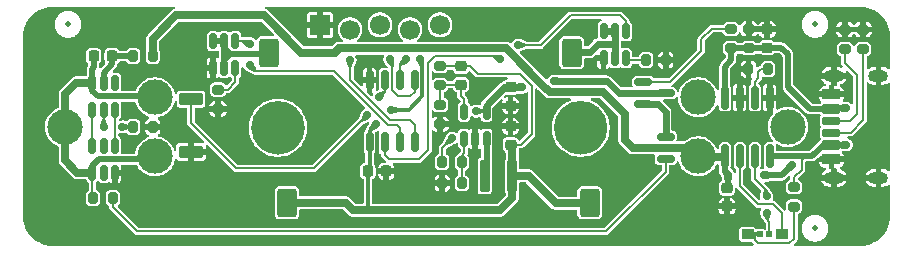
<source format=gbr>
%TF.GenerationSoftware,KiCad,Pcbnew,9.0.6*%
%TF.CreationDate,2026-01-18T22:32:41-05:00*%
%TF.ProjectId,Photon,50686f74-6f6e-42e6-9b69-6361645f7063,1.3*%
%TF.SameCoordinates,Original*%
%TF.FileFunction,Copper,L1,Top*%
%TF.FilePolarity,Positive*%
%FSLAX46Y46*%
G04 Gerber Fmt 4.6, Leading zero omitted, Abs format (unit mm)*
G04 Created by KiCad (PCBNEW 9.0.6) date 2026-01-18 22:32:41*
%MOMM*%
%LPD*%
G01*
G04 APERTURE LIST*
G04 Aperture macros list*
%AMRoundRect*
0 Rectangle with rounded corners*
0 $1 Rounding radius*
0 $2 $3 $4 $5 $6 $7 $8 $9 X,Y pos of 4 corners*
0 Add a 4 corners polygon primitive as box body*
4,1,4,$2,$3,$4,$5,$6,$7,$8,$9,$2,$3,0*
0 Add four circle primitives for the rounded corners*
1,1,$1+$1,$2,$3*
1,1,$1+$1,$4,$5*
1,1,$1+$1,$6,$7*
1,1,$1+$1,$8,$9*
0 Add four rect primitives between the rounded corners*
20,1,$1+$1,$2,$3,$4,$5,0*
20,1,$1+$1,$4,$5,$6,$7,0*
20,1,$1+$1,$6,$7,$8,$9,0*
20,1,$1+$1,$8,$9,$2,$3,0*%
G04 Aperture macros list end*
%TA.AperFunction,EtchedComponent*%
%ADD10C,2.259000*%
%TD*%
%TA.AperFunction,ComponentPad*%
%ADD11R,1.700000X1.700000*%
%TD*%
%TA.AperFunction,ComponentPad*%
%ADD12C,1.700000*%
%TD*%
%TA.AperFunction,SMDPad,CuDef*%
%ADD13C,0.500000*%
%TD*%
%TA.AperFunction,SMDPad,CuDef*%
%ADD14RoundRect,0.225000X0.250000X-0.225000X0.250000X0.225000X-0.250000X0.225000X-0.250000X-0.225000X0*%
%TD*%
%TA.AperFunction,SMDPad,CuDef*%
%ADD15RoundRect,0.175000X0.625000X-0.175000X0.625000X0.175000X-0.625000X0.175000X-0.625000X-0.175000X0*%
%TD*%
%TA.AperFunction,SMDPad,CuDef*%
%ADD16RoundRect,0.200000X0.600000X-0.200000X0.600000X0.200000X-0.600000X0.200000X-0.600000X-0.200000X0*%
%TD*%
%TA.AperFunction,SMDPad,CuDef*%
%ADD17RoundRect,0.225000X0.575000X-0.225000X0.575000X0.225000X-0.575000X0.225000X-0.575000X-0.225000X0*%
%TD*%
%TA.AperFunction,HeatsinkPad*%
%ADD18O,1.700000X1.000000*%
%TD*%
%TA.AperFunction,SMDPad,CuDef*%
%ADD19RoundRect,0.150000X0.150000X-0.512500X0.150000X0.512500X-0.150000X0.512500X-0.150000X-0.512500X0*%
%TD*%
%TA.AperFunction,SMDPad,CuDef*%
%ADD20RoundRect,0.200000X-0.275000X0.200000X-0.275000X-0.200000X0.275000X-0.200000X0.275000X0.200000X0*%
%TD*%
%TA.AperFunction,SMDPad,CuDef*%
%ADD21RoundRect,0.225000X-0.250000X0.225000X-0.250000X-0.225000X0.250000X-0.225000X0.250000X0.225000X0*%
%TD*%
%TA.AperFunction,SMDPad,CuDef*%
%ADD22RoundRect,0.225000X0.225000X0.250000X-0.225000X0.250000X-0.225000X-0.250000X0.225000X-0.250000X0*%
%TD*%
%TA.AperFunction,SMDPad,CuDef*%
%ADD23RoundRect,0.150000X-0.150000X0.512500X-0.150000X-0.512500X0.150000X-0.512500X0.150000X0.512500X0*%
%TD*%
%TA.AperFunction,SMDPad,CuDef*%
%ADD24RoundRect,0.200000X0.275000X-0.200000X0.275000X0.200000X-0.275000X0.200000X-0.275000X-0.200000X0*%
%TD*%
%TA.AperFunction,SMDPad,CuDef*%
%ADD25RoundRect,0.044000X0.221000X0.176000X-0.221000X0.176000X-0.221000X-0.176000X0.221000X-0.176000X0*%
%TD*%
%TA.AperFunction,SMDPad,CuDef*%
%ADD26RoundRect,0.088000X0.412000X0.352000X-0.412000X0.352000X-0.412000X-0.352000X0.412000X-0.352000X0*%
%TD*%
%TA.AperFunction,SMDPad,CuDef*%
%ADD27RoundRect,0.105000X-0.895000X0.420000X-0.895000X-0.420000X0.895000X-0.420000X0.895000X0.420000X0*%
%TD*%
%TA.AperFunction,SMDPad,CuDef*%
%ADD28RoundRect,0.200000X0.200000X0.275000X-0.200000X0.275000X-0.200000X-0.275000X0.200000X-0.275000X0*%
%TD*%
%TA.AperFunction,SMDPad,CuDef*%
%ADD29RoundRect,0.150000X0.587500X0.150000X-0.587500X0.150000X-0.587500X-0.150000X0.587500X-0.150000X0*%
%TD*%
%TA.AperFunction,SMDPad,CuDef*%
%ADD30RoundRect,0.120000X-0.280000X-1.230000X0.280000X-1.230000X0.280000X1.230000X-0.280000X1.230000X0*%
%TD*%
%TA.AperFunction,SMDPad,CuDef*%
%ADD31RoundRect,0.200000X-0.200000X-0.275000X0.200000X-0.275000X0.200000X0.275000X-0.200000X0.275000X0*%
%TD*%
%TA.AperFunction,SMDPad,CuDef*%
%ADD32RoundRect,0.255000X0.595000X-0.945000X0.595000X0.945000X-0.595000X0.945000X-0.595000X-0.945000X0*%
%TD*%
%TA.AperFunction,SMDPad,CuDef*%
%ADD33RoundRect,0.225000X-0.225000X-0.250000X0.225000X-0.250000X0.225000X0.250000X-0.225000X0.250000X0*%
%TD*%
%TA.AperFunction,SMDPad,CuDef*%
%ADD34RoundRect,0.150000X-0.150000X0.825000X-0.150000X-0.825000X0.150000X-0.825000X0.150000X0.825000X0*%
%TD*%
%TA.AperFunction,HeatsinkPad*%
%ADD35R,3.300000X2.410000*%
%TD*%
%TA.AperFunction,SMDPad,CuDef*%
%ADD36RoundRect,0.150000X0.150000X-0.675000X0.150000X0.675000X-0.150000X0.675000X-0.150000X-0.675000X0*%
%TD*%
%TA.AperFunction,SMDPad,CuDef*%
%ADD37RoundRect,0.150000X-0.587500X-0.150000X0.587500X-0.150000X0.587500X0.150000X-0.587500X0.150000X0*%
%TD*%
%TA.AperFunction,ComponentPad*%
%ADD38C,3.000000*%
%TD*%
%TA.AperFunction,ViaPad*%
%ADD39C,0.700000*%
%TD*%
%TA.AperFunction,Conductor*%
%ADD40C,0.700000*%
%TD*%
%TA.AperFunction,Conductor*%
%ADD41C,0.600000*%
%TD*%
%TA.AperFunction,Conductor*%
%ADD42C,0.500000*%
%TD*%
%TA.AperFunction,Conductor*%
%ADD43C,0.200000*%
%TD*%
%TA.AperFunction,Conductor*%
%ADD44C,0.300000*%
%TD*%
G04 APERTURE END LIST*
%TO.C,D2*%
D10*
X113387500Y-58470000D02*
G75*
G02*
X111128500Y-58470000I-1129500J0D01*
G01*
X111128500Y-58470000D02*
G75*
G02*
X113387500Y-58470000I1129500J0D01*
G01*
%TO.C,D3*%
X87760500Y-58470000D02*
G75*
G02*
X85501500Y-58470000I-1129500J0D01*
G01*
X85501500Y-58470000D02*
G75*
G02*
X87760500Y-58470000I1129500J0D01*
G01*
%TD*%
D11*
%TO.P,J2,1,Pin_1*%
%TO.N,GND*%
X90187000Y-49761000D03*
D12*
%TO.P,J2,2,Pin_2*%
%TO.N,/SWC*%
X92727000Y-50161000D03*
%TO.P,J2,3,Pin_3*%
%TO.N,/SWD*%
X95267000Y-49761000D03*
%TO.P,J2,4,Pin_4*%
%TO.N,/NRST*%
X97807000Y-50161000D03*
%TO.P,J2,5,Pin_5*%
%TO.N,+3V3*%
X100347000Y-49761000D03*
%TD*%
D13*
%TO.P,FID3,*%
%TO.N,*%
X132097000Y-49707000D03*
%TD*%
D14*
%TO.P,C2,1*%
%TO.N,GND*%
X106316000Y-56591000D03*
%TO.P,C2,2*%
%TO.N,/VBAT_SYS*%
X106316000Y-55041000D03*
%TD*%
D15*
%TO.P,J1,A5,CC1*%
%TO.N,/CC1*%
X133489000Y-58889800D03*
D16*
%TO.P,J1,A9,VBUS*%
%TO.N,5V*%
X133489000Y-56869800D03*
D17*
%TO.P,J1,A12,GND*%
%TO.N,GND*%
X133489000Y-55639800D03*
D15*
%TO.P,J1,B5,CC2*%
%TO.N,/CC2*%
X133489000Y-57889800D03*
D16*
%TO.P,J1,B9,VBUS*%
%TO.N,5V*%
X133489000Y-59909800D03*
D17*
%TO.P,J1,B12,GND*%
%TO.N,GND*%
X133489000Y-61139800D03*
D18*
%TO.P,J1,S1,SHIELD*%
X133669000Y-62709800D03*
X137469000Y-62709800D03*
X133669000Y-54069800D03*
X137469000Y-54069800D03*
%TD*%
D19*
%TO.P,U6,1,S1*%
%TO.N,/Bat-*%
X70911000Y-62274500D03*
%TO.P,U6,2,D1/D2*%
%TO.N,unconnected-(U6-D1{slash}D2-Pad2)*%
X71861000Y-62274500D03*
%TO.P,U6,3,S2*%
%TO.N,GND*%
X72811000Y-62274500D03*
%TO.P,U6,4,G2*%
%TO.N,/OC*%
X72811000Y-59999500D03*
%TO.P,U6,5,D1/D2*%
%TO.N,unconnected-(U6-D1{slash}D2-Pad5)*%
X71861000Y-59999500D03*
%TO.P,U6,6,G1*%
%TO.N,/OD*%
X70911000Y-59999500D03*
%TD*%
D14*
%TO.P,C4,1*%
%TO.N,/FB*%
X102125000Y-54813000D03*
%TO.P,C4,2*%
%TO.N,+3V3*%
X102125000Y-53263000D03*
%TD*%
D19*
%TO.P,U5,1,OD*%
%TO.N,/OD*%
X70911000Y-56940500D03*
%TO.P,U5,2,VM*%
%TO.N,/VM*%
X71861000Y-56940500D03*
%TO.P,U5,3,OC*%
%TO.N,/OC*%
X72811000Y-56940500D03*
%TO.P,U5,4,TD*%
%TO.N,unconnected-(U5-TD-Pad4)*%
X72811000Y-54665500D03*
%TO.P,U5,5,VCC*%
%TO.N,/DW01A_VCC*%
X71861000Y-54665500D03*
%TO.P,U5,6,GND*%
%TO.N,/Bat-*%
X70911000Y-54665500D03*
%TD*%
D20*
%TO.P,R9,1*%
%TO.N,/FB*%
X100347000Y-56515000D03*
%TO.P,R9,2*%
%TO.N,GND*%
X100347000Y-58165000D03*
%TD*%
D21*
%TO.P,C5,1*%
%TO.N,GND*%
X106316000Y-58343000D03*
%TO.P,C5,2*%
%TO.N,+3V3*%
X106316000Y-59893000D03*
%TD*%
D20*
%TO.P,R4,1*%
%TO.N,/DSBL*%
X124985000Y-50089000D03*
%TO.P,R4,2*%
%TO.N,5V*%
X124985000Y-51739000D03*
%TD*%
D22*
%TO.P,C1,1*%
%TO.N,GND*%
X95788000Y-62153000D03*
%TO.P,C1,2*%
%TO.N,+3V3*%
X94238000Y-62153000D03*
%TD*%
D23*
%TO.P,U4,1,EN*%
%TO.N,/LED1_EN*%
X116092276Y-50298428D03*
%TO.P,U4,2,OUT*%
%TO.N,/OUT_LED1*%
X115142276Y-50298428D03*
%TO.P,U4,3,OUT*%
X114192276Y-50298428D03*
%TO.P,U4,4,GND*%
%TO.N,GND*%
X114192276Y-52573428D03*
%TO.P,U4,5,OUT*%
%TO.N,/OUT_LED1*%
X115142276Y-52573428D03*
%TO.P,U4,6,Rext*%
%TO.N,/Rext1*%
X116092276Y-52573428D03*
%TD*%
D24*
%TO.P,R2,1*%
%TO.N,/CC2*%
X134637000Y-51802000D03*
%TO.P,R2,2*%
%TO.N,GND*%
X134637000Y-50152000D03*
%TD*%
D25*
%TO.P,D1,1,A1*%
%TO.N,/LED_PWR*%
X127446500Y-67487000D03*
%TO.P,D1,2,K1*%
%TO.N,/CHRG*%
X128226500Y-67487000D03*
D26*
%TO.P,D1,3,A2*%
%TO.N,/LED_PWR*%
X126391500Y-67487000D03*
%TO.P,D1,4,K2*%
%TO.N,/STDBY*%
X129291500Y-67487000D03*
%TD*%
D24*
%TO.P,R1,1*%
%TO.N,/CC1*%
X136161000Y-51802000D03*
%TO.P,R1,2*%
%TO.N,GND*%
X136161000Y-50152000D03*
%TD*%
D20*
%TO.P,R16,1*%
%TO.N,/Rext2*%
X81551000Y-55232000D03*
%TO.P,R16,2*%
%TO.N,GND*%
X81551000Y-56882000D03*
%TD*%
D27*
%TO.P,SW1,1,1*%
%TO.N,/BTN*%
X79265000Y-56057000D03*
%TO.P,SW1,2,2*%
%TO.N,GND*%
X79265000Y-60502000D03*
%TD*%
D28*
%TO.P,R10,1*%
%TO.N,/Iset*%
X128112000Y-53517000D03*
%TO.P,R10,2*%
%TO.N,GND*%
X126462000Y-53517000D03*
%TD*%
D20*
%TO.P,R7,1*%
%TO.N,5V*%
X130319000Y-63492400D03*
%TO.P,R7,2*%
%TO.N,/LED_PWR*%
X130319000Y-65142400D03*
%TD*%
D29*
%TO.P,Q2,1,G*%
%TO.N,/BAT_DSBL*%
X119445500Y-61121800D03*
%TO.P,Q2,2,S*%
%TO.N,PACK_SAFE*%
X119445500Y-59221800D03*
%TO.P,Q2,3,D*%
%TO.N,+BATT*%
X117570500Y-60171800D03*
%TD*%
D23*
%TO.P,U7,1,EN*%
%TO.N,/LED2_EN*%
X83028000Y-51128500D03*
%TO.P,U7,2,OUT*%
%TO.N,/OUT_LED2*%
X82078000Y-51128500D03*
%TO.P,U7,3,OUT*%
X81128000Y-51128500D03*
%TO.P,U7,4,GND*%
%TO.N,GND*%
X81128000Y-53403500D03*
%TO.P,U7,5,OUT*%
%TO.N,/OUT_LED2*%
X82078000Y-53403500D03*
%TO.P,U7,6,Rext*%
%TO.N,/Rext2*%
X83028000Y-53403500D03*
%TD*%
D28*
%TO.P,R14,1*%
%TO.N,+BATT*%
X76026000Y-52399400D03*
%TO.P,R14,2*%
%TO.N,/DW01A_VCC*%
X74376000Y-52399400D03*
%TD*%
D24*
%TO.P,R5,1*%
%TO.N,5V*%
X126509000Y-51739000D03*
%TO.P,R5,2*%
%TO.N,GND*%
X126509000Y-50089000D03*
%TD*%
D30*
%TO.P,L1,1,1*%
%TO.N,/LX*%
X104131600Y-62549386D03*
%TO.P,L1,2,2*%
%TO.N,+3V3*%
X106443000Y-62549386D03*
%TD*%
D31*
%TO.P,R3,1*%
%TO.N,/VBAT_SYS*%
X100538000Y-61391000D03*
%TO.P,R3,2*%
%TO.N,/UVLO*%
X102188000Y-61391000D03*
%TD*%
D13*
%TO.P,FID1,*%
%TO.N,*%
X132097000Y-66979000D03*
%TD*%
D31*
%TO.P,R19,1*%
%TO.N,/Bat-*%
X70985200Y-64439000D03*
%TO.P,R19,2*%
%TO.N,/BAT_DSBL*%
X72635200Y-64439000D03*
%TD*%
D32*
%TO.P,D2,1,K*%
%TO.N,/OUT_LED1*%
X111496000Y-52120000D03*
%TO.P,D2,2,A*%
%TO.N,+3V3*%
X113020000Y-64820000D03*
%TD*%
D13*
%TO.P,FID2,*%
%TO.N,*%
X68851000Y-49707000D03*
%TD*%
D33*
%TO.P,C7,1*%
%TO.N,/Bat-*%
X71035200Y-52399400D03*
%TO.P,C7,2*%
%TO.N,/DW01A_VCC*%
X72585200Y-52399400D03*
%TD*%
D28*
%TO.P,R6,1*%
%TO.N,/UVLO*%
X102188000Y-63169000D03*
%TO.P,R6,2*%
%TO.N,GND*%
X100538000Y-63169000D03*
%TD*%
D20*
%TO.P,R8,1*%
%TO.N,+3V3*%
X100347000Y-53213000D03*
%TO.P,R8,2*%
%TO.N,/FB*%
X100347000Y-54863000D03*
%TD*%
D28*
%TO.P,R17,1*%
%TO.N,GND*%
X76026000Y-58389800D03*
%TO.P,R17,2*%
%TO.N,/VM*%
X74376000Y-58389800D03*
%TD*%
D19*
%TO.P,U3,1,EN*%
%TO.N,/UVLO*%
X102384000Y-59400500D03*
%TO.P,U3,2,GND*%
%TO.N,GND*%
X103334000Y-59400500D03*
%TO.P,U3,3,LX*%
%TO.N,/LX*%
X104284000Y-59400500D03*
%TO.P,U3,4,Vin*%
%TO.N,/VBAT_SYS*%
X104284000Y-57125500D03*
%TO.P,U3,5,FB*%
%TO.N,/FB*%
X102384000Y-57125500D03*
%TD*%
D31*
%TO.P,R13,1*%
%TO.N,/Rext1*%
X117810000Y-52755000D03*
%TO.P,R13,2*%
%TO.N,GND*%
X119460000Y-52755000D03*
%TD*%
D34*
%TO.P,U2,1,TEMP*%
%TO.N,GND*%
X128265600Y-55914800D03*
%TO.P,U2,2,PROG*%
%TO.N,/Iset*%
X126995600Y-55914800D03*
%TO.P,U2,3,GND*%
%TO.N,GND*%
X125725600Y-55914800D03*
%TO.P,U2,4,V_{CC}*%
%TO.N,5V*%
X124455600Y-55914800D03*
%TO.P,U2,5,BAT*%
%TO.N,+BATT*%
X124455600Y-60864800D03*
%TO.P,U2,6,~{STDBY}*%
%TO.N,/STDBY*%
X125725600Y-60864800D03*
%TO.P,U2,7,~{CHRG}*%
%TO.N,/CHRG*%
X126995600Y-60864800D03*
%TO.P,U2,8,CE*%
%TO.N,5V*%
X128265600Y-60864800D03*
D35*
%TO.P,U2,9,EPAD*%
%TO.N,GND*%
X126360600Y-58389800D03*
%TD*%
D32*
%TO.P,D3,1,K*%
%TO.N,/OUT_LED2*%
X85869000Y-52120000D03*
%TO.P,D3,2,A*%
%TO.N,+3V3*%
X87393000Y-64820000D03*
%TD*%
D36*
%TO.P,U1,1,VDD*%
%TO.N,+3V3*%
X94378000Y-59698000D03*
%TO.P,U1,2,PA4/PA10*%
%TO.N,/LED1_EN*%
X95648000Y-59698000D03*
%TO.P,U1,3,PA3*%
%TO.N,/LED2_EN*%
X96918000Y-59698000D03*
%TO.P,U1,4,PA14/PB3/SWC*%
%TO.N,/SWC*%
X98188000Y-59698000D03*
%TO.P,U1,5,PA13/SWD*%
%TO.N,/SWD*%
X98188000Y-54448000D03*
%TO.P,U1,6,PA2/PF2/NRST*%
%TO.N,/NRST*%
X96918000Y-54448000D03*
%TO.P,U1,7,PA1*%
%TO.N,/BTN*%
X95648000Y-54448000D03*
%TO.P,U1,8,GND*%
%TO.N,GND*%
X94378000Y-54448000D03*
%TD*%
D14*
%TO.P,C6,1*%
%TO.N,GND*%
X124645400Y-65112400D03*
%TO.P,C6,2*%
%TO.N,+BATT*%
X124645400Y-63562400D03*
%TD*%
D37*
%TO.P,Q1,1,G*%
%TO.N,/DSBL*%
X117570500Y-54599000D03*
%TO.P,Q1,2,S*%
%TO.N,PACK_SAFE*%
X117570500Y-56499000D03*
%TO.P,Q1,3,D*%
%TO.N,/VBAT_SYS*%
X119445500Y-55549000D03*
%TD*%
D21*
%TO.P,C3,1*%
%TO.N,GND*%
X128049000Y-50139000D03*
%TO.P,C3,2*%
%TO.N,5V*%
X128049000Y-51689000D03*
%TD*%
D38*
%TO.P,BT1,1,+*%
%TO.N,+BATT*%
X129807000Y-58389800D03*
X122207000Y-60889800D03*
X122207000Y-55889800D03*
%TO.P,BT1,2,-*%
%TO.N,/Bat-*%
X76207000Y-60889800D03*
X76207000Y-55889800D03*
X68607000Y-58389800D03*
%TD*%
D39*
%TO.N,GND*%
X126509000Y-48945000D03*
X104792000Y-54660000D03*
X134749000Y-61137000D03*
X105935000Y-67995000D03*
X100347000Y-59359000D03*
X107459000Y-57327000D03*
X131843000Y-62661000D03*
X76725000Y-65201000D03*
X99331000Y-63169000D03*
X97045000Y-62153000D03*
X107459000Y-56057000D03*
X124731000Y-66217000D03*
X78503000Y-50723000D03*
X80027000Y-53403500D03*
X115587000Y-67995000D03*
X136161000Y-49199000D03*
X92981000Y-67995000D03*
X74693000Y-49453000D03*
X94378000Y-53009000D03*
X134749000Y-55639800D03*
X125493000Y-53517000D03*
X92727000Y-60883000D03*
X70883000Y-67487000D03*
X134637000Y-49199000D03*
X126360600Y-58389800D03*
X120403000Y-52755000D03*
X79265000Y-67995000D03*
X131843000Y-54025000D03*
X85361000Y-63169000D03*
X137431000Y-58343000D03*
X76979000Y-58389800D03*
X128033000Y-48945000D03*
X85361000Y-65963000D03*
X81551000Y-58089000D03*
X108983000Y-57835000D03*
X96029000Y-66471000D03*
X103395000Y-54660000D03*
X66565000Y-53771000D03*
X113284000Y-53086000D03*
X107967000Y-60375000D03*
X88409000Y-49961000D03*
X108729000Y-52501000D03*
X119397000Y-49961000D03*
X106951000Y-49453000D03*
X66819000Y-63931000D03*
X103141000Y-60883000D03*
X108983000Y-56311000D03*
X107459000Y-58597000D03*
X79265000Y-61899000D03*
X73588200Y-62274500D03*
X108983000Y-59359000D03*
%TO.N,/NRST*%
X97470000Y-52672000D03*
%TO.N,/LED2_EN*%
X84218000Y-53150116D03*
X84218000Y-51347000D03*
%TO.N,/LED1_EN*%
X105427000Y-52639000D03*
X106952397Y-51483603D03*
%TO.N,/SWC*%
X92727000Y-52755000D03*
%TO.N,+3V3*%
X98681020Y-52639000D03*
X94949461Y-58152539D03*
X96155232Y-56946766D03*
%TO.N,/SWD*%
X96112000Y-52672000D03*
%TO.N,5V*%
X134749000Y-59909800D03*
X134749000Y-56819000D03*
%TO.N,+BATT*%
X127779000Y-62508600D03*
X130115600Y-61664800D03*
X124731000Y-62508600D03*
%TO.N,/VBAT_SYS*%
X103395000Y-57073000D03*
X107309380Y-55048620D03*
X110001794Y-54533000D03*
X101363000Y-59359000D03*
%TO.N,/VM*%
X73461000Y-58389800D03*
X71861000Y-58389800D03*
%TO.N,/CHRG*%
X128004343Y-64290350D03*
X128004343Y-65680343D03*
%TO.N,/BTN*%
X95190781Y-55879219D03*
X94183935Y-57394065D03*
%TD*%
D40*
%TO.N,/Bat-*%
X69640500Y-62274500D02*
X70911000Y-62274500D01*
X68607000Y-61241000D02*
X69640500Y-62274500D01*
X68607000Y-58389800D02*
X68607000Y-61241000D01*
X69540500Y-54665500D02*
X70911000Y-54665500D01*
X68607000Y-55599000D02*
X69540500Y-54665500D01*
X68607000Y-58389800D02*
X68607000Y-55599000D01*
D41*
%TO.N,/OUT_LED1*%
X113030000Y-52070000D02*
X111592800Y-52070000D01*
X115055904Y-51394372D02*
X113705628Y-51394372D01*
X113705628Y-51394372D02*
X113030000Y-52070000D01*
D42*
%TO.N,GND*%
X134749000Y-61137000D02*
X134746200Y-61139800D01*
D43*
%TO.N,/FB*%
X102125000Y-55803000D02*
X102384000Y-56062000D01*
X102384000Y-56908000D02*
X102379000Y-56913000D01*
X102125000Y-54813000D02*
X100397000Y-54813000D01*
X102384000Y-56062000D02*
X102384000Y-56908000D01*
X100347000Y-54863000D02*
X100347000Y-56515000D01*
X100397000Y-54813000D02*
X100347000Y-54863000D01*
X102125000Y-54813000D02*
X102125000Y-55803000D01*
D41*
%TO.N,/OUT_LED1*%
X114192276Y-50298428D02*
X115142276Y-50298428D01*
X115142276Y-50298428D02*
X115142276Y-52589499D01*
D42*
%TO.N,/OUT_LED2*%
X82078000Y-51128500D02*
X82078000Y-51752999D01*
X82572001Y-52247000D02*
X82694000Y-52247000D01*
X82534001Y-52247000D02*
X82694000Y-52247000D01*
X82078000Y-51752999D02*
X82572001Y-52247000D01*
X82078000Y-53403500D02*
X82078000Y-52741001D01*
X85788800Y-52247000D02*
X85869000Y-52166800D01*
X82694000Y-52247000D02*
X85788800Y-52247000D01*
X82078000Y-52741001D02*
X82572001Y-52247000D01*
X82078000Y-53403500D02*
X82078000Y-51128500D01*
X81128000Y-51128500D02*
X82078000Y-51128500D01*
%TO.N,/LX*%
X104131600Y-62549386D02*
X104284000Y-62396986D01*
X104284000Y-62396986D02*
X104284000Y-59400500D01*
X104131600Y-62549386D02*
X104131600Y-62623200D01*
D43*
%TO.N,/LED2_EN*%
X96918000Y-58470000D02*
X96918000Y-59698000D01*
X84218000Y-51347000D02*
X83999500Y-51128500D01*
X84218000Y-53150116D02*
X84735684Y-53667800D01*
X83999500Y-51128500D02*
X83028000Y-51128500D01*
X91389927Y-53667800D02*
X95958127Y-58236000D01*
X84735684Y-53667800D02*
X91389927Y-53667800D01*
X95958127Y-58236000D02*
X96684000Y-58236000D01*
X96684000Y-58236000D02*
X96918000Y-58470000D01*
%TO.N,/LED1_EN*%
X98569000Y-61137000D02*
X96018500Y-61137000D01*
X105427000Y-52639000D02*
X105178000Y-52390000D01*
X111396000Y-48945000D02*
X115587000Y-48945000D01*
X108857397Y-51483603D02*
X111396000Y-48945000D01*
X116092276Y-49450276D02*
X116092276Y-50298428D01*
X95648000Y-60766500D02*
X95648000Y-59698000D01*
X99950000Y-52390000D02*
X99331000Y-53009000D01*
X99331000Y-53009000D02*
X99331000Y-60375000D01*
X106952397Y-51483603D02*
X108857397Y-51483603D01*
X105178000Y-52390000D02*
X99950000Y-52390000D01*
X96018500Y-61137000D02*
X95648000Y-60766500D01*
X115587000Y-48945000D02*
X116092276Y-49450276D01*
X99331000Y-60375000D02*
X98569000Y-61137000D01*
%TO.N,/SWC*%
X92727000Y-52755000D02*
X92727000Y-54437773D01*
X98188000Y-58216000D02*
X98188000Y-59698000D01*
X92727000Y-54437773D02*
X96124227Y-57835000D01*
X96124227Y-57835000D02*
X97807000Y-57835000D01*
X97807000Y-57835000D02*
X98188000Y-58216000D01*
%TO.N,/Rext1*%
X116273848Y-52755000D02*
X116092276Y-52573428D01*
X116092276Y-52785928D02*
X116304776Y-52785928D01*
X117810000Y-52755000D02*
X116273848Y-52755000D01*
X117820000Y-52745000D02*
X117810000Y-52755000D01*
%TO.N,/Rext2*%
X82376000Y-55232000D02*
X81297000Y-55232000D01*
X83028000Y-53616000D02*
X83028000Y-54580000D01*
X83028000Y-54580000D02*
X82376000Y-55232000D01*
D40*
%TO.N,+3V3*%
X87393000Y-64820000D02*
X92346000Y-64820000D01*
D44*
X94378000Y-59698000D02*
X94378000Y-58724000D01*
D40*
X106443000Y-64439000D02*
X105427000Y-65455000D01*
D44*
X97679234Y-56946766D02*
X98839000Y-55787000D01*
D43*
X102887000Y-53263000D02*
X102125000Y-53263000D01*
X103522000Y-53898000D02*
X102887000Y-53263000D01*
X102125000Y-53263000D02*
X100397000Y-53263000D01*
D44*
X94378000Y-59698000D02*
X94378000Y-62013000D01*
X98839000Y-55787000D02*
X98839000Y-52796980D01*
D40*
X105427000Y-65455000D02*
X94251000Y-65455000D01*
X106443000Y-62549386D02*
X107855386Y-62549386D01*
X107855386Y-62549386D02*
X110172800Y-64866800D01*
D44*
X96155232Y-56946766D02*
X97679234Y-56946766D01*
X98839000Y-52796980D02*
X98681020Y-52639000D01*
X94238000Y-65442000D02*
X94251000Y-65455000D01*
D43*
X106709570Y-59893000D02*
X107179000Y-59893000D01*
D44*
X94378000Y-58724000D02*
X94949461Y-58152539D01*
X94378000Y-62013000D02*
X94238000Y-62153000D01*
D40*
X106443000Y-62549386D02*
X106443000Y-64439000D01*
D43*
X100397000Y-53263000D02*
X100347000Y-53213000D01*
X107179000Y-59893000D02*
X108109853Y-58962147D01*
D44*
X94238000Y-62153000D02*
X94238000Y-65442000D01*
D43*
X108109853Y-54929853D02*
X107078000Y-53898000D01*
X107078000Y-53898000D02*
X103522000Y-53898000D01*
D40*
X92346000Y-64820000D02*
X92981000Y-65455000D01*
X106443000Y-59893000D02*
X106443000Y-62549386D01*
X110172800Y-64866800D02*
X112881786Y-64866800D01*
D43*
X108109853Y-58962147D02*
X108109853Y-54929853D01*
D40*
X92981000Y-65455000D02*
X94251000Y-65455000D01*
D41*
%TO.N,PACK_SAFE*%
X119445500Y-59221800D02*
X119445500Y-57121500D01*
X118823000Y-56499000D02*
X117697500Y-56499000D01*
X119445500Y-57121500D02*
X118823000Y-56499000D01*
D43*
%TO.N,/SWD*%
X98188000Y-55422000D02*
X98188000Y-54448000D01*
X97807000Y-55803000D02*
X98188000Y-55422000D01*
X96112000Y-52672000D02*
X96317000Y-52877000D01*
X96317000Y-52877000D02*
X96317000Y-55313968D01*
X96806032Y-55803000D02*
X97807000Y-55803000D01*
X96317000Y-55313968D02*
X96806032Y-55803000D01*
D42*
%TO.N,5V*%
X134749000Y-56819000D02*
X133539800Y-56819000D01*
X129811000Y-52247000D02*
X129253000Y-51689000D01*
X130979400Y-60864800D02*
X130674600Y-60864800D01*
X133489000Y-56869800D02*
X131639800Y-56869800D01*
X133539800Y-56819000D02*
X133489000Y-56869800D01*
X127999000Y-51739000D02*
X124985000Y-51739000D01*
D43*
X130959400Y-61189600D02*
X131284200Y-60864800D01*
D42*
X129253000Y-51689000D02*
X128049000Y-51689000D01*
X134749000Y-59909800D02*
X132816200Y-59909800D01*
D43*
X130959400Y-61340200D02*
X130959400Y-61149600D01*
X130959400Y-61149600D02*
X130674600Y-60864800D01*
D42*
X124985000Y-51739000D02*
X124985000Y-52755000D01*
X131284200Y-60864800D02*
X130979400Y-60864800D01*
X132816200Y-59909800D02*
X131861200Y-60864800D01*
X134749000Y-56819000D02*
X134698200Y-56869800D01*
D43*
X130319000Y-63492400D02*
X130319000Y-62661000D01*
D42*
X124455600Y-53284400D02*
X124455600Y-55914800D01*
D43*
X130319000Y-62661000D02*
X130959400Y-62020600D01*
D42*
X133489000Y-56869800D02*
X133438200Y-56819000D01*
X129811000Y-55041000D02*
X129811000Y-52247000D01*
X130674600Y-60864800D02*
X128265600Y-60864800D01*
D43*
X130959400Y-61340200D02*
X130959400Y-60884800D01*
X130959400Y-62020600D02*
X130959400Y-61340200D01*
X130959400Y-61340200D02*
X130959400Y-61189600D01*
D42*
X131861200Y-60864800D02*
X131284200Y-60864800D01*
D43*
X130959400Y-60884800D02*
X130979400Y-60864800D01*
D42*
X124985000Y-52755000D02*
X124455600Y-53284400D01*
X131639800Y-56869800D02*
X129811000Y-55041000D01*
%TO.N,/DW01A_VCC*%
X72585200Y-52399400D02*
X74376000Y-52399400D01*
X72585200Y-53084800D02*
X72585200Y-52399400D01*
X71861000Y-54665500D02*
X71861000Y-53809000D01*
X71861000Y-53809000D02*
X72585200Y-53084800D01*
D43*
%TO.N,/CC1*%
X133235000Y-58889800D02*
X135106200Y-58889800D01*
X136161000Y-57835000D02*
X136161000Y-51802000D01*
X135106200Y-58889800D02*
X136161000Y-57835000D01*
%TO.N,/CC2*%
X134637000Y-53009000D02*
X134637000Y-51802000D01*
X135653000Y-57327000D02*
X135653000Y-54025000D01*
X133235000Y-57889800D02*
X135090200Y-57889800D01*
X135090200Y-57889800D02*
X135653000Y-57327000D01*
X135653000Y-54025000D02*
X134637000Y-53009000D01*
%TO.N,/LED_PWR*%
X127290628Y-68268628D02*
X129918372Y-68268628D01*
X130319000Y-67868000D02*
X130319000Y-65142400D01*
X127017000Y-67487000D02*
X127017000Y-67995000D01*
X127017000Y-67995000D02*
X127290628Y-68268628D01*
D44*
X127017000Y-67487000D02*
X126391500Y-67487000D01*
X127446500Y-67487000D02*
X127017000Y-67487000D01*
D43*
X126391500Y-67487000D02*
X126644923Y-67740423D01*
X129918372Y-68268628D02*
X130319000Y-67868000D01*
D40*
%TO.N,+BATT*%
X109100794Y-54906207D02*
X109100794Y-54904794D01*
X88592571Y-52110840D02*
X85433754Y-48952023D01*
X115993400Y-57285896D02*
X114141504Y-55434000D01*
D42*
X124455600Y-60864800D02*
X124455600Y-62233200D01*
D40*
X109628587Y-55434000D02*
X109100794Y-54906207D01*
X76026000Y-50914000D02*
X76026000Y-52399400D01*
D42*
X129271800Y-62508600D02*
X130115600Y-61664800D01*
X124731000Y-63476800D02*
X124645400Y-63562400D01*
D40*
X109100794Y-54904794D02*
X105935000Y-51739000D01*
D42*
X124731000Y-62508600D02*
X124731000Y-63476800D01*
D40*
X123207000Y-60970000D02*
X124350400Y-60970000D01*
X91440760Y-52110840D02*
X88592571Y-52110840D01*
X119572500Y-60171800D02*
X116653800Y-60171800D01*
X115993400Y-59511400D02*
X115993400Y-57285896D01*
X91812600Y-51739000D02*
X91440760Y-52110840D01*
D41*
X130573000Y-58623800D02*
X130807000Y-58389800D01*
D40*
X116653800Y-60171800D02*
X115993400Y-59511400D01*
X105935000Y-51739000D02*
X91812600Y-51739000D01*
X119572500Y-60171800D02*
X122489000Y-60171800D01*
D42*
X124455600Y-62233200D02*
X124731000Y-62508600D01*
D40*
X122489000Y-60171800D02*
X123207000Y-60889800D01*
X85433754Y-48952023D02*
X77987977Y-48952023D01*
D42*
X127779000Y-62508600D02*
X129271800Y-62508600D01*
D40*
X77987977Y-48952023D02*
X76026000Y-50914000D01*
X114141504Y-55434000D02*
X109628587Y-55434000D01*
D41*
%TO.N,/VBAT_SYS*%
X105782600Y-55041000D02*
X106316000Y-55041000D01*
X104284000Y-57125500D02*
X104284000Y-56539600D01*
X104284000Y-56539600D02*
X105782600Y-55041000D01*
X107051000Y-55041000D02*
X106316000Y-55041000D01*
D43*
X104231500Y-57073000D02*
X104284000Y-57125500D01*
D41*
X114444000Y-54533000D02*
X115460000Y-55549000D01*
D43*
X100538000Y-61391000D02*
X100538000Y-60184000D01*
D41*
X107058620Y-55048620D02*
X107051000Y-55041000D01*
X110001794Y-54533000D02*
X114444000Y-54533000D01*
X115460000Y-55549000D02*
X119572500Y-55549000D01*
D43*
X100538000Y-60184000D02*
X101363000Y-59359000D01*
X103395000Y-57073000D02*
X104231500Y-57073000D01*
D41*
X107309380Y-55048620D02*
X107058620Y-55048620D01*
D43*
%TO.N,/DSBL*%
X122445000Y-50977000D02*
X123333000Y-50089000D01*
X117697500Y-54599000D02*
X119839000Y-54599000D01*
X119839000Y-54599000D02*
X122445000Y-51993000D01*
X123333000Y-50089000D02*
X124498500Y-50089000D01*
X122445000Y-51993000D02*
X122445000Y-50977000D01*
%TO.N,/STDBY*%
X128541000Y-64947000D02*
X129291500Y-65697500D01*
X129291500Y-65697500D02*
X129291500Y-67487000D01*
X127271000Y-64947000D02*
X128541000Y-64947000D01*
X125725600Y-60864800D02*
X125725600Y-63401600D01*
X125725600Y-63401600D02*
X127271000Y-64947000D01*
%TO.N,/Iset*%
X127525000Y-53517000D02*
X128112000Y-53517000D01*
X126995600Y-55914800D02*
X126995600Y-54554400D01*
X126995600Y-54554400D02*
X127271000Y-54279000D01*
X127271000Y-54279000D02*
X127271000Y-53771000D01*
X127271000Y-53771000D02*
X127525000Y-53517000D01*
%TO.N,/VM*%
X73461000Y-58389800D02*
X74376000Y-58389800D01*
X71861000Y-57153000D02*
X71861000Y-58389800D01*
%TO.N,/CHRG*%
X128033000Y-66217000D02*
X128226500Y-66410500D01*
X128033000Y-65709000D02*
X128033000Y-66217000D01*
X126995600Y-62807070D02*
X126995600Y-60864800D01*
X128226500Y-66410500D02*
X128226500Y-67487000D01*
X128004343Y-63815813D02*
X126995600Y-62807070D01*
X128004343Y-65680343D02*
X128033000Y-65709000D01*
X128004343Y-64290350D02*
X128004343Y-63815813D01*
%TO.N,/OD*%
X70911000Y-57153000D02*
X70911000Y-59787000D01*
%TO.N,/OC*%
X72811000Y-57153000D02*
X72811000Y-59787000D01*
D42*
%TO.N,/Bat-*%
X75207000Y-55889800D02*
X75120200Y-55803000D01*
D43*
X70911000Y-62274500D02*
X70911000Y-64364800D01*
D41*
X70911000Y-61707001D02*
X70911000Y-62274500D01*
D42*
X71481001Y-61137000D02*
X70911000Y-61707001D01*
X70911000Y-53489000D02*
X71035200Y-53364800D01*
X71386001Y-55803000D02*
X70911000Y-55327999D01*
X75336200Y-55803000D02*
X71386001Y-55803000D01*
D41*
X75207000Y-60889800D02*
X75028800Y-61068000D01*
D42*
X75175800Y-61137000D02*
X71481001Y-61137000D01*
X75028800Y-61068000D02*
X74959800Y-61137000D01*
D43*
X70911000Y-64364800D02*
X70985200Y-64439000D01*
D42*
X71035200Y-53364800D02*
X71035200Y-53161200D01*
X70911000Y-55327999D02*
X70911000Y-54665500D01*
X70911000Y-54665500D02*
X70911000Y-53489000D01*
X71035200Y-53161200D02*
X71035200Y-52399400D01*
D43*
%TO.N,/BTN*%
X95648000Y-55422000D02*
X95190781Y-55879219D01*
X95648000Y-54448000D02*
X95648000Y-55422000D01*
X94183935Y-57394065D02*
X89679000Y-61899000D01*
X83075000Y-61899000D02*
X79265000Y-58089000D01*
X89679000Y-61899000D02*
X83075000Y-61899000D01*
X79265000Y-58089000D02*
X79265000Y-56057000D01*
%TO.N,/BAT_DSBL*%
X74693000Y-67233000D02*
X114418600Y-67233000D01*
X119445500Y-62206100D02*
X119445500Y-61121800D01*
X72635200Y-64439000D02*
X72635200Y-65175200D01*
X114418600Y-67233000D02*
X119445500Y-62206100D01*
X72635200Y-65175200D02*
X74693000Y-67233000D01*
%TO.N,/UVLO*%
X102384000Y-60624000D02*
X102384000Y-59400500D01*
X102188000Y-63169000D02*
X102188000Y-61391000D01*
X102379000Y-59405500D02*
X102384000Y-59400500D01*
X102188000Y-61391000D02*
X102188000Y-60820000D01*
X102188000Y-60820000D02*
X102384000Y-60624000D01*
%TO.N,/NRST*%
X96918000Y-53224000D02*
X96918000Y-54448000D01*
X97470000Y-52672000D02*
X96918000Y-53224000D01*
%TD*%
%TA.AperFunction,Conductor*%
%TO.N,GND*%
G36*
X77886105Y-48242407D02*
G01*
X77922069Y-48291907D01*
X77922069Y-48353093D01*
X77886105Y-48402593D01*
X77853540Y-48418125D01*
X77799465Y-48432615D01*
X77775491Y-48439039D01*
X77649962Y-48511513D01*
X75585490Y-50575985D01*
X75515635Y-50696979D01*
X75515634Y-50696978D01*
X75513018Y-50701510D01*
X75513015Y-50701515D01*
X75475500Y-50841525D01*
X75475500Y-51906349D01*
X75464710Y-51951293D01*
X75440355Y-51999091D01*
X75440354Y-51999096D01*
X75425500Y-52092879D01*
X75425500Y-52705920D01*
X75425501Y-52705923D01*
X75440352Y-52799699D01*
X75440354Y-52799704D01*
X75497950Y-52912742D01*
X75587658Y-53002450D01*
X75700696Y-53060046D01*
X75794481Y-53074900D01*
X76257518Y-53074899D01*
X76257520Y-53074899D01*
X76257521Y-53074898D01*
X76309573Y-53066655D01*
X76351299Y-53060047D01*
X76351299Y-53060046D01*
X76351304Y-53060046D01*
X76464342Y-53002450D01*
X76554050Y-52912742D01*
X76581171Y-52859514D01*
X80578000Y-52859514D01*
X80578000Y-53153499D01*
X80578001Y-53153500D01*
X80877999Y-53153500D01*
X80878000Y-53153499D01*
X80878000Y-52501852D01*
X80852852Y-52505835D01*
X80852848Y-52505836D01*
X80739956Y-52563358D01*
X80650358Y-52652956D01*
X80592836Y-52765848D01*
X80592835Y-52765852D01*
X80578001Y-52859508D01*
X80578000Y-52859514D01*
X76581171Y-52859514D01*
X76611646Y-52799704D01*
X76626500Y-52705919D01*
X76626499Y-52092882D01*
X76621972Y-52064299D01*
X76611647Y-51999099D01*
X76611647Y-51999098D01*
X76587290Y-51951293D01*
X76576500Y-51906349D01*
X76576500Y-51183033D01*
X76595407Y-51124842D01*
X76605496Y-51113029D01*
X78187006Y-49531519D01*
X78241523Y-49503742D01*
X78257010Y-49502523D01*
X85164721Y-49502523D01*
X85222912Y-49521430D01*
X85234725Y-49531519D01*
X86253702Y-50550496D01*
X86281479Y-50605013D01*
X86271908Y-50665445D01*
X86228643Y-50708710D01*
X86183698Y-50719500D01*
X85219127Y-50719500D01*
X85188365Y-50722385D01*
X85188356Y-50722387D01*
X85058753Y-50767737D01*
X84948278Y-50849271D01*
X84948271Y-50849278D01*
X84866737Y-50959752D01*
X84848710Y-51011272D01*
X84811644Y-51059952D01*
X84753044Y-51077548D01*
X84695292Y-51057339D01*
X84669529Y-51028073D01*
X84658509Y-51008985D01*
X84556015Y-50906491D01*
X84556012Y-50906489D01*
X84556010Y-50906487D01*
X84430488Y-50834017D01*
X84430489Y-50834017D01*
X84400896Y-50826087D01*
X84290475Y-50796500D01*
X84145525Y-50796500D01*
X84145523Y-50796500D01*
X84139096Y-50797346D01*
X84139075Y-50797187D01*
X84127117Y-50799035D01*
X83631966Y-50821393D01*
X83572981Y-50805130D01*
X83534821Y-50757303D01*
X83528500Y-50722494D01*
X83528500Y-50582743D01*
X83528500Y-50582740D01*
X83518573Y-50514607D01*
X83512236Y-50501645D01*
X83480438Y-50436600D01*
X83467198Y-50409517D01*
X83384483Y-50326802D01*
X83371631Y-50320519D01*
X83279395Y-50275427D01*
X83252139Y-50271456D01*
X83211260Y-50265500D01*
X82844740Y-50265500D01*
X82810673Y-50270463D01*
X82776604Y-50275427D01*
X82671518Y-50326801D01*
X82671517Y-50326801D01*
X82671517Y-50326802D01*
X82623001Y-50375317D01*
X82568487Y-50403093D01*
X82508055Y-50393522D01*
X82482999Y-50375318D01*
X82434483Y-50326802D01*
X82421631Y-50320519D01*
X82329395Y-50275427D01*
X82302139Y-50271456D01*
X82261260Y-50265500D01*
X81894740Y-50265500D01*
X81860673Y-50270463D01*
X81826604Y-50275427D01*
X81721518Y-50326801D01*
X81721517Y-50326801D01*
X81721517Y-50326802D01*
X81673001Y-50375317D01*
X81618487Y-50403093D01*
X81558055Y-50393522D01*
X81532999Y-50375318D01*
X81484483Y-50326802D01*
X81471631Y-50320519D01*
X81379395Y-50275427D01*
X81352139Y-50271456D01*
X81311260Y-50265500D01*
X80944740Y-50265500D01*
X80910673Y-50270463D01*
X80876604Y-50275427D01*
X80771518Y-50326801D01*
X80688801Y-50409518D01*
X80637427Y-50514604D01*
X80634118Y-50537317D01*
X80627500Y-50582740D01*
X80627500Y-51674260D01*
X80629067Y-51685015D01*
X80637427Y-51742395D01*
X80663878Y-51796500D01*
X80688802Y-51847483D01*
X80771517Y-51930198D01*
X80809773Y-51948900D01*
X80876604Y-51981572D01*
X80876605Y-51981572D01*
X80876607Y-51981573D01*
X80944740Y-51991500D01*
X80944743Y-51991500D01*
X81311257Y-51991500D01*
X81311260Y-51991500D01*
X81379393Y-51981573D01*
X81484483Y-51930198D01*
X81484484Y-51930196D01*
X81485019Y-51929935D01*
X81545601Y-51921364D01*
X81599651Y-51950039D01*
X81626524Y-52005007D01*
X81627500Y-52018876D01*
X81627500Y-52458595D01*
X81608593Y-52516786D01*
X81559093Y-52552750D01*
X81497907Y-52552750D01*
X81483555Y-52546804D01*
X81403154Y-52505837D01*
X81403147Y-52505835D01*
X81378000Y-52501852D01*
X81378000Y-54305146D01*
X81403145Y-54301165D01*
X81403147Y-54301164D01*
X81516046Y-54243639D01*
X81567998Y-54191687D01*
X81622514Y-54163909D01*
X81682946Y-54173480D01*
X81708002Y-54191683D01*
X81721517Y-54205198D01*
X81767129Y-54227496D01*
X81826604Y-54256572D01*
X81826605Y-54256572D01*
X81826607Y-54256573D01*
X81894740Y-54266500D01*
X81894743Y-54266500D01*
X82261257Y-54266500D01*
X82261260Y-54266500D01*
X82329393Y-54256573D01*
X82434483Y-54205198D01*
X82482998Y-54156682D01*
X82494610Y-54150766D01*
X82503309Y-54141062D01*
X82521203Y-54137216D01*
X82537513Y-54128907D01*
X82550387Y-54130945D01*
X82563129Y-54128208D01*
X82578121Y-54135338D01*
X82597945Y-54138478D01*
X82619080Y-54152969D01*
X82621087Y-54154768D01*
X82671517Y-54205198D01*
X82684339Y-54211466D01*
X82694580Y-54220646D01*
X82703369Y-54235791D01*
X82715953Y-54247965D01*
X82720096Y-54264615D01*
X82725291Y-54273566D01*
X82724423Y-54282001D01*
X82727500Y-54294365D01*
X82727500Y-54414521D01*
X82708593Y-54472712D01*
X82698503Y-54484525D01*
X82329830Y-54853197D01*
X82275314Y-54880974D01*
X82214882Y-54871403D01*
X82171620Y-54828141D01*
X82154050Y-54793658D01*
X82064342Y-54703950D01*
X81951304Y-54646354D01*
X81951305Y-54646354D01*
X81857522Y-54631500D01*
X81244479Y-54631500D01*
X81244476Y-54631501D01*
X81150700Y-54646352D01*
X81150695Y-54646354D01*
X81037659Y-54703949D01*
X80947949Y-54793659D01*
X80890354Y-54906695D01*
X80875500Y-55000477D01*
X80875500Y-55463520D01*
X80875501Y-55463523D01*
X80890352Y-55557299D01*
X80890354Y-55557304D01*
X80947950Y-55670342D01*
X81037658Y-55760050D01*
X81150696Y-55817646D01*
X81244481Y-55832500D01*
X81857518Y-55832499D01*
X81857520Y-55832499D01*
X81857521Y-55832498D01*
X81904411Y-55825072D01*
X81951299Y-55817647D01*
X81951299Y-55817646D01*
X81951304Y-55817646D01*
X82064342Y-55760050D01*
X82154050Y-55670342D01*
X82196742Y-55586553D01*
X82240006Y-55543290D01*
X82284951Y-55532500D01*
X82415563Y-55532500D01*
X82415563Y-55532499D01*
X82491989Y-55512021D01*
X82560511Y-55472460D01*
X82616460Y-55416511D01*
X83268460Y-54764511D01*
X83278563Y-54747012D01*
X83308021Y-54695989D01*
X83328500Y-54619562D01*
X83328500Y-54294365D01*
X83347407Y-54236174D01*
X83378108Y-54210389D01*
X83377806Y-54209965D01*
X83383197Y-54206115D01*
X83384020Y-54205423D01*
X83384483Y-54205198D01*
X83467198Y-54122483D01*
X83518573Y-54017393D01*
X83528500Y-53949260D01*
X83528500Y-53426339D01*
X83547407Y-53368148D01*
X83596907Y-53332184D01*
X83658093Y-53332184D01*
X83707593Y-53368148D01*
X83713231Y-53376829D01*
X83777491Y-53488131D01*
X83879985Y-53590625D01*
X83939394Y-53624925D01*
X83953577Y-53634850D01*
X83966186Y-53640393D01*
X83970880Y-53643103D01*
X84005511Y-53663098D01*
X84005512Y-53663098D01*
X84005515Y-53663100D01*
X84029771Y-53669599D01*
X84043983Y-53674595D01*
X84214798Y-53749691D01*
X84515082Y-53881706D01*
X84545239Y-53902327D01*
X84551170Y-53908257D01*
X84551177Y-53908263D01*
X84619692Y-53947820D01*
X84619690Y-53947820D01*
X84619694Y-53947821D01*
X84619696Y-53947822D01*
X84696122Y-53968300D01*
X91224448Y-53968300D01*
X91282639Y-53987207D01*
X91294452Y-53997296D01*
X94013287Y-56716131D01*
X94041064Y-56770648D01*
X94031493Y-56831080D01*
X93988228Y-56874345D01*
X93977401Y-56878502D01*
X93977442Y-56878599D01*
X93971446Y-56881082D01*
X93845924Y-56953552D01*
X93845919Y-56953556D01*
X93743429Y-57056045D01*
X93743426Y-57056049D01*
X93711283Y-57111718D01*
X93711284Y-57111719D01*
X93709129Y-57115452D01*
X93699201Y-57129641D01*
X93693655Y-57142254D01*
X93679599Y-57166601D01*
X93670950Y-57181582D01*
X93664453Y-57205828D01*
X93659455Y-57220046D01*
X93452342Y-57691148D01*
X93431718Y-57721309D01*
X89583525Y-61569504D01*
X89529008Y-61597281D01*
X89513521Y-61598500D01*
X83240479Y-61598500D01*
X83182288Y-61579593D01*
X83170475Y-61569504D01*
X79932831Y-58331860D01*
X84171500Y-58331860D01*
X84171500Y-58608139D01*
X84202429Y-58882630D01*
X84263900Y-59151951D01*
X84355135Y-59412686D01*
X84355137Y-59412690D01*
X84355138Y-59412693D01*
X84437875Y-59584496D01*
X84455598Y-59621300D01*
X84474997Y-59661581D01*
X84566212Y-59806749D01*
X84621967Y-59895483D01*
X84759968Y-60068532D01*
X84794204Y-60111462D01*
X84989538Y-60306796D01*
X84989542Y-60306799D01*
X84989543Y-60306800D01*
X85044102Y-60350309D01*
X85205516Y-60479032D01*
X85439419Y-60626003D01*
X85688307Y-60745862D01*
X85949050Y-60837100D01*
X86147918Y-60882490D01*
X86218369Y-60898570D01*
X86492860Y-60929499D01*
X86492876Y-60929499D01*
X86492877Y-60929500D01*
X86492878Y-60929500D01*
X86769122Y-60929500D01*
X86769123Y-60929500D01*
X86769124Y-60929499D01*
X86769139Y-60929499D01*
X87009845Y-60902376D01*
X87043631Y-60898570D01*
X87312950Y-60837100D01*
X87573693Y-60745862D01*
X87822581Y-60626003D01*
X88056484Y-60479032D01*
X88272462Y-60306796D01*
X88467796Y-60111462D01*
X88640032Y-59895484D01*
X88787003Y-59661581D01*
X88906862Y-59412693D01*
X88998100Y-59151950D01*
X89059570Y-58882631D01*
X89065668Y-58828514D01*
X89090499Y-58608139D01*
X89090500Y-58608122D01*
X89090500Y-58331877D01*
X89090499Y-58331860D01*
X89059570Y-58057369D01*
X89050929Y-58019511D01*
X88998100Y-57788050D01*
X88906862Y-57527307D01*
X88787003Y-57278419D01*
X88640032Y-57044516D01*
X88467796Y-56828538D01*
X88272462Y-56633204D01*
X88227561Y-56597397D01*
X88056483Y-56460967D01*
X87953511Y-56396266D01*
X87822581Y-56313997D01*
X87806010Y-56306017D01*
X87738011Y-56273270D01*
X87573693Y-56194138D01*
X87573690Y-56194137D01*
X87573686Y-56194135D01*
X87312951Y-56102900D01*
X87043630Y-56041429D01*
X86769139Y-56010500D01*
X86769123Y-56010500D01*
X86492877Y-56010500D01*
X86492860Y-56010500D01*
X86218369Y-56041429D01*
X85949048Y-56102900D01*
X85688313Y-56194135D01*
X85439426Y-56313993D01*
X85439420Y-56313996D01*
X85439419Y-56313997D01*
X85418921Y-56326877D01*
X85205516Y-56460967D01*
X84989543Y-56633199D01*
X84794199Y-56828543D01*
X84621967Y-57044516D01*
X84522682Y-57202529D01*
X84482018Y-57267246D01*
X84474996Y-57278421D01*
X84474993Y-57278426D01*
X84355135Y-57527313D01*
X84263900Y-57788048D01*
X84202429Y-58057369D01*
X84171500Y-58331860D01*
X79932831Y-58331860D01*
X79594496Y-57993525D01*
X79566719Y-57939008D01*
X79565500Y-57923521D01*
X79565500Y-57132001D01*
X80826001Y-57132001D01*
X80826001Y-57136203D01*
X80828850Y-57166600D01*
X80828850Y-57166602D01*
X80873654Y-57294647D01*
X80954207Y-57403790D01*
X80954209Y-57403792D01*
X81063352Y-57484345D01*
X81191398Y-57529149D01*
X81221788Y-57531998D01*
X81301000Y-57531998D01*
X81301000Y-57132001D01*
X81801000Y-57132001D01*
X81801000Y-57531998D01*
X81801001Y-57531999D01*
X81880203Y-57531999D01*
X81910600Y-57529149D01*
X81910602Y-57529149D01*
X82038647Y-57484345D01*
X82147790Y-57403792D01*
X82147792Y-57403790D01*
X82228345Y-57294647D01*
X82273149Y-57166601D01*
X82275999Y-57136211D01*
X82276000Y-57136210D01*
X82276000Y-57132001D01*
X82275999Y-57132000D01*
X81801001Y-57132000D01*
X81801000Y-57132001D01*
X81301000Y-57132001D01*
X81300999Y-57132000D01*
X80826002Y-57132000D01*
X80826001Y-57132001D01*
X79565500Y-57132001D01*
X79565500Y-56881500D01*
X79584407Y-56823309D01*
X79633907Y-56787345D01*
X79664500Y-56782500D01*
X80205618Y-56782500D01*
X80205618Y-56782499D01*
X80231156Y-56779537D01*
X80335640Y-56733403D01*
X80416403Y-56652640D01*
X80427376Y-56627788D01*
X80826000Y-56627788D01*
X80826000Y-56631999D01*
X80826001Y-56632000D01*
X81300999Y-56632000D01*
X81301000Y-56631999D01*
X81301000Y-56232001D01*
X81801000Y-56232001D01*
X81801000Y-56631999D01*
X81801001Y-56632000D01*
X82275998Y-56632000D01*
X82275999Y-56631999D01*
X82275999Y-56627796D01*
X82273149Y-56597399D01*
X82273149Y-56597397D01*
X82228345Y-56469352D01*
X82147792Y-56360209D01*
X82147790Y-56360207D01*
X82038647Y-56279654D01*
X81910601Y-56234850D01*
X81880211Y-56232000D01*
X81801001Y-56232000D01*
X81801000Y-56232001D01*
X81301000Y-56232001D01*
X81301000Y-56231999D01*
X81221797Y-56232000D01*
X81191399Y-56234850D01*
X81191397Y-56234850D01*
X81063352Y-56279654D01*
X80954209Y-56360207D01*
X80954207Y-56360209D01*
X80873654Y-56469352D01*
X80828850Y-56597398D01*
X80826000Y-56627788D01*
X80427376Y-56627788D01*
X80462537Y-56548156D01*
X80465500Y-56522616D01*
X80465500Y-55591384D01*
X80462537Y-55565844D01*
X80416403Y-55461360D01*
X80335640Y-55380597D01*
X80231156Y-55334463D01*
X80231155Y-55334462D01*
X80231153Y-55334462D01*
X80205620Y-55331500D01*
X80205616Y-55331500D01*
X78324384Y-55331500D01*
X78324379Y-55331500D01*
X78298846Y-55334462D01*
X78194360Y-55380597D01*
X78113596Y-55461361D01*
X78064700Y-55572100D01*
X78023900Y-55617695D01*
X77964091Y-55630600D01*
X77908119Y-55605886D01*
X77878509Y-55557734D01*
X77878405Y-55557347D01*
X77878404Y-55557337D01*
X77820710Y-55342019D01*
X77786296Y-55258935D01*
X77735407Y-55136077D01*
X77735404Y-55136072D01*
X77657120Y-55000481D01*
X77623948Y-54943026D01*
X77488247Y-54766176D01*
X77330624Y-54608553D01*
X77153774Y-54472852D01*
X77153532Y-54472712D01*
X76960727Y-54361395D01*
X76960722Y-54361392D01*
X76754782Y-54276090D01*
X76653272Y-54248891D01*
X76539463Y-54218396D01*
X76539460Y-54218395D01*
X76539458Y-54218395D01*
X76318457Y-54189300D01*
X76095543Y-54189300D01*
X76095542Y-54189300D01*
X75874544Y-54218395D01*
X75874539Y-54218395D01*
X75659217Y-54276090D01*
X75453277Y-54361392D01*
X75453272Y-54361395D01*
X75260228Y-54472850D01*
X75083379Y-54608550D01*
X74925750Y-54766179D01*
X74790050Y-54943028D01*
X74678595Y-55136072D01*
X74614262Y-55291386D01*
X74574525Y-55337912D01*
X74522798Y-55352500D01*
X73405391Y-55352500D01*
X73347200Y-55333593D01*
X73311236Y-55284093D01*
X73307425Y-55239227D01*
X73307710Y-55237271D01*
X73311500Y-55211260D01*
X73311500Y-54119740D01*
X73301573Y-54051607D01*
X73296461Y-54041151D01*
X73270026Y-53987076D01*
X73250198Y-53946517D01*
X73167483Y-53863802D01*
X73167481Y-53863801D01*
X73062395Y-53812427D01*
X73028776Y-53807529D01*
X72994260Y-53802500D01*
X72743610Y-53802500D01*
X72721562Y-53795336D01*
X72698665Y-53791710D01*
X72693016Y-53786061D01*
X72685419Y-53783593D01*
X72671791Y-53764836D01*
X72655400Y-53748445D01*
X72654150Y-53740555D01*
X72649455Y-53734093D01*
X72649455Y-53710907D01*
X72645829Y-53688013D01*
X72649455Y-53680896D01*
X72649455Y-53672907D01*
X72661347Y-53653501D01*
X80578001Y-53653501D01*
X80578001Y-53947485D01*
X80592833Y-54041141D01*
X80592836Y-54041151D01*
X80650358Y-54154043D01*
X80739955Y-54243640D01*
X80852852Y-54301164D01*
X80852854Y-54301165D01*
X80877999Y-54305146D01*
X80878000Y-54305146D01*
X80878000Y-53653501D01*
X80877999Y-53653500D01*
X80578002Y-53653500D01*
X80578001Y-53653501D01*
X72661347Y-53653501D01*
X72673605Y-53633497D01*
X72945689Y-53361414D01*
X72994691Y-53276540D01*
X72999385Y-53268410D01*
X72999390Y-53268399D01*
X72999424Y-53268342D01*
X73004999Y-53258686D01*
X73035700Y-53144109D01*
X73035700Y-53066655D01*
X73037751Y-53060341D01*
X73036536Y-53053815D01*
X73046334Y-53033923D01*
X73054607Y-53008464D01*
X73062831Y-52998568D01*
X73063749Y-52997598D01*
X73158728Y-52902620D01*
X73164544Y-52891204D01*
X73174389Y-52880813D01*
X73189306Y-52872697D01*
X73201314Y-52860690D01*
X73219325Y-52856365D01*
X73228135Y-52851573D01*
X73235355Y-52852517D01*
X73246258Y-52849900D01*
X73755263Y-52849900D01*
X73813454Y-52868807D01*
X73843472Y-52903954D01*
X73846952Y-52910785D01*
X73847950Y-52912742D01*
X73937658Y-53002450D01*
X74050696Y-53060046D01*
X74144481Y-53074900D01*
X74607518Y-53074899D01*
X74607520Y-53074899D01*
X74607521Y-53074898D01*
X74659573Y-53066655D01*
X74701299Y-53060047D01*
X74701299Y-53060046D01*
X74701304Y-53060046D01*
X74814342Y-53002450D01*
X74904050Y-52912742D01*
X74961646Y-52799704D01*
X74976500Y-52705919D01*
X74976499Y-52092882D01*
X74967098Y-52033519D01*
X74961647Y-51999100D01*
X74961646Y-51999098D01*
X74961646Y-51999096D01*
X74904050Y-51886058D01*
X74814342Y-51796350D01*
X74701304Y-51738754D01*
X74701305Y-51738754D01*
X74607522Y-51723900D01*
X74144479Y-51723900D01*
X74144476Y-51723901D01*
X74050700Y-51738752D01*
X74050695Y-51738754D01*
X73937659Y-51796349D01*
X73847948Y-51886060D01*
X73843472Y-51894846D01*
X73800207Y-51938110D01*
X73755263Y-51948900D01*
X73246258Y-51948900D01*
X73188067Y-51929993D01*
X73164090Y-51901919D01*
X73163310Y-51902486D01*
X73158731Y-51896184D01*
X73158729Y-51896182D01*
X73158728Y-51896180D01*
X73063420Y-51800872D01*
X73063417Y-51800870D01*
X72943332Y-51739683D01*
X72943327Y-51739681D01*
X72943326Y-51739681D01*
X72910113Y-51734420D01*
X72843690Y-51723900D01*
X72843688Y-51723900D01*
X72326712Y-51723900D01*
X72326710Y-51723900D01*
X72227074Y-51739681D01*
X72227067Y-51739683D01*
X72106982Y-51800870D01*
X72011670Y-51896182D01*
X71950483Y-52016267D01*
X71950481Y-52016274D01*
X71934700Y-52115910D01*
X71934700Y-52682889D01*
X71938900Y-52709407D01*
X71948350Y-52769074D01*
X71950481Y-52782525D01*
X71950483Y-52782532D01*
X71991476Y-52862984D01*
X72011672Y-52902620D01*
X72011675Y-52902623D01*
X72011884Y-52902911D01*
X72011996Y-52903257D01*
X72015209Y-52909562D01*
X72014210Y-52910070D01*
X72030789Y-52961103D01*
X72011880Y-53019293D01*
X72001793Y-53031102D01*
X71654704Y-53378192D01*
X71600187Y-53405970D01*
X71539755Y-53396399D01*
X71496490Y-53353134D01*
X71485700Y-53308189D01*
X71485700Y-53066655D01*
X71504607Y-53008464D01*
X71514690Y-52996657D01*
X71608728Y-52902620D01*
X71669919Y-52782526D01*
X71683801Y-52694873D01*
X71685700Y-52682889D01*
X71685700Y-52115910D01*
X71679933Y-52079500D01*
X71669919Y-52016274D01*
X71669916Y-52016269D01*
X71669916Y-52016267D01*
X71608729Y-51896182D01*
X71608728Y-51896180D01*
X71513420Y-51800872D01*
X71513417Y-51800870D01*
X71393332Y-51739683D01*
X71393327Y-51739681D01*
X71393326Y-51739681D01*
X71360113Y-51734420D01*
X71293690Y-51723900D01*
X71293688Y-51723900D01*
X70776712Y-51723900D01*
X70776710Y-51723900D01*
X70677074Y-51739681D01*
X70677067Y-51739683D01*
X70556982Y-51800870D01*
X70461670Y-51896182D01*
X70400483Y-52016267D01*
X70400481Y-52016274D01*
X70384700Y-52115910D01*
X70384700Y-52682889D01*
X70388900Y-52709407D01*
X70398350Y-52769074D01*
X70400481Y-52782525D01*
X70400483Y-52782532D01*
X70461670Y-52902617D01*
X70461672Y-52902620D01*
X70555705Y-52996653D01*
X70559330Y-53003768D01*
X70565793Y-53008464D01*
X70572956Y-53030512D01*
X70583481Y-53051168D01*
X70584700Y-53066655D01*
X70584700Y-53137189D01*
X70565793Y-53195380D01*
X70555707Y-53207189D01*
X70550513Y-53212383D01*
X70550507Y-53212390D01*
X70491202Y-53315109D01*
X70491201Y-53315112D01*
X70486544Y-53332487D01*
X70486545Y-53332488D01*
X70460500Y-53429691D01*
X70460500Y-53946731D01*
X70450529Y-53990030D01*
X70450401Y-53990292D01*
X70420427Y-54051607D01*
X70420361Y-54052059D01*
X70416840Y-54059299D01*
X70400635Y-54076116D01*
X70387191Y-54095215D01*
X70379802Y-54097738D01*
X70374386Y-54103360D01*
X70351390Y-54107441D01*
X70329289Y-54114989D01*
X70327811Y-54115000D01*
X69468025Y-54115000D01*
X69346735Y-54147500D01*
X69346734Y-54147499D01*
X69328017Y-54152515D01*
X69328015Y-54152515D01*
X69328015Y-54152516D01*
X69202485Y-54224990D01*
X68166490Y-55260985D01*
X68102688Y-55371494D01*
X68102687Y-55371494D01*
X68094016Y-55386514D01*
X68056500Y-55526525D01*
X68056500Y-56711066D01*
X68037593Y-56769257D01*
X67995386Y-56802530D01*
X67853272Y-56861395D01*
X67660228Y-56972850D01*
X67483379Y-57108550D01*
X67325750Y-57266179D01*
X67190050Y-57443028D01*
X67078595Y-57636072D01*
X67078592Y-57636077D01*
X66993290Y-57842017D01*
X66935595Y-58057339D01*
X66935595Y-58057344D01*
X66907503Y-58270728D01*
X66906500Y-58278343D01*
X66906500Y-58501257D01*
X66930351Y-58682427D01*
X66935595Y-58722255D01*
X66935595Y-58722260D01*
X66993290Y-58937582D01*
X67078593Y-59143524D01*
X67159337Y-59283375D01*
X67190052Y-59336574D01*
X67325753Y-59513424D01*
X67483376Y-59671047D01*
X67660226Y-59806748D01*
X67734125Y-59849414D01*
X67813918Y-59895483D01*
X67853274Y-59918205D01*
X67995386Y-59977069D01*
X68041911Y-60016804D01*
X68056500Y-60068532D01*
X68056500Y-61313475D01*
X68060213Y-61327332D01*
X68090483Y-61440300D01*
X68090483Y-61440301D01*
X68094013Y-61453479D01*
X68094014Y-61453481D01*
X68094015Y-61453484D01*
X68094016Y-61453485D01*
X68166490Y-61579015D01*
X69302485Y-62715010D01*
X69424083Y-62785214D01*
X69424085Y-62785215D01*
X69428011Y-62787482D01*
X69428015Y-62787484D01*
X69568025Y-62825000D01*
X69568026Y-62825000D01*
X69712974Y-62825000D01*
X70327811Y-62825000D01*
X70386002Y-62843907D01*
X70414286Y-62882837D01*
X70417050Y-62881486D01*
X70456867Y-62962932D01*
X70471802Y-62993483D01*
X70554517Y-63076198D01*
X70554978Y-63076423D01*
X70555387Y-63076819D01*
X70561194Y-63080965D01*
X70560572Y-63081835D01*
X70598953Y-63118965D01*
X70610500Y-63165365D01*
X70610500Y-63742855D01*
X70591593Y-63801046D01*
X70556447Y-63831063D01*
X70546862Y-63835946D01*
X70457149Y-63925659D01*
X70399554Y-64038695D01*
X70384700Y-64132477D01*
X70384700Y-64745520D01*
X70384701Y-64745523D01*
X70399552Y-64839299D01*
X70399554Y-64839304D01*
X70457150Y-64952342D01*
X70546858Y-65042050D01*
X70659896Y-65099646D01*
X70753681Y-65114500D01*
X71216718Y-65114499D01*
X71216720Y-65114499D01*
X71216721Y-65114498D01*
X71285702Y-65103574D01*
X71310499Y-65099647D01*
X71310499Y-65099646D01*
X71310504Y-65099646D01*
X71423542Y-65042050D01*
X71513250Y-64952342D01*
X71570846Y-64839304D01*
X71585700Y-64745519D01*
X71585699Y-64132482D01*
X71579564Y-64093741D01*
X71570847Y-64038700D01*
X71570846Y-64038698D01*
X71570846Y-64038696D01*
X71513250Y-63925658D01*
X71423542Y-63835950D01*
X71310504Y-63778354D01*
X71310506Y-63778354D01*
X71295011Y-63775900D01*
X71240495Y-63748121D01*
X71212719Y-63693604D01*
X71211500Y-63678119D01*
X71211500Y-63165365D01*
X71230407Y-63107174D01*
X71244420Y-63091646D01*
X71254660Y-63082466D01*
X71267483Y-63076198D01*
X71317912Y-63025768D01*
X71319920Y-63023969D01*
X71345541Y-63012630D01*
X71370513Y-62999907D01*
X71373295Y-63000347D01*
X71375871Y-62999208D01*
X71403261Y-63005093D01*
X71430945Y-63009478D01*
X71434002Y-63011699D01*
X71435691Y-63012062D01*
X71437911Y-63014539D01*
X71456000Y-63027681D01*
X71504517Y-63076198D01*
X71520845Y-63084180D01*
X71609604Y-63127572D01*
X71609605Y-63127572D01*
X71609607Y-63127573D01*
X71677740Y-63137500D01*
X71677743Y-63137500D01*
X72044257Y-63137500D01*
X72044260Y-63137500D01*
X72112393Y-63127573D01*
X72217483Y-63076198D01*
X72230994Y-63062686D01*
X72285507Y-63034909D01*
X72345940Y-63044479D01*
X72371001Y-63062686D01*
X72422955Y-63114640D01*
X72535852Y-63172164D01*
X72535854Y-63172165D01*
X72560999Y-63176146D01*
X72561000Y-63176146D01*
X72561000Y-62524501D01*
X73061000Y-62524501D01*
X73061000Y-63176146D01*
X73086145Y-63172165D01*
X73086147Y-63172164D01*
X73199044Y-63114640D01*
X73288641Y-63025043D01*
X73346163Y-62912151D01*
X73346164Y-62912147D01*
X73361000Y-62818484D01*
X73361000Y-62524501D01*
X73360999Y-62524500D01*
X73061001Y-62524500D01*
X73061000Y-62524501D01*
X72561000Y-62524501D01*
X72561000Y-62373500D01*
X72579907Y-62315309D01*
X72629407Y-62279345D01*
X72660000Y-62274500D01*
X72810999Y-62274500D01*
X72811000Y-62274499D01*
X72811000Y-62123500D01*
X72829907Y-62065309D01*
X72879407Y-62029345D01*
X72910000Y-62024500D01*
X73360998Y-62024500D01*
X73360999Y-62024499D01*
X73360999Y-61730520D01*
X73356480Y-61701984D01*
X73366054Y-61641553D01*
X73409319Y-61598289D01*
X73454262Y-61587500D01*
X74589404Y-61587500D01*
X74647595Y-61606407D01*
X74676662Y-61640899D01*
X74676974Y-61640720D01*
X74677981Y-61642464D01*
X74678199Y-61642723D01*
X74678599Y-61643535D01*
X74763853Y-61791197D01*
X74790052Y-61836574D01*
X74925753Y-62013424D01*
X75083376Y-62171047D01*
X75260226Y-62306748D01*
X75286797Y-62322089D01*
X75453272Y-62418204D01*
X75453277Y-62418207D01*
X75602441Y-62479992D01*
X75659219Y-62503510D01*
X75874537Y-62561204D01*
X76095543Y-62590300D01*
X76095544Y-62590300D01*
X76318456Y-62590300D01*
X76318457Y-62590300D01*
X76539463Y-62561204D01*
X76754781Y-62503510D01*
X76891571Y-62446850D01*
X76960722Y-62418207D01*
X76960723Y-62418205D01*
X76960726Y-62418205D01*
X77153774Y-62306748D01*
X77330624Y-62171047D01*
X77488247Y-62013424D01*
X77623948Y-61836574D01*
X77735405Y-61643526D01*
X77736223Y-61641553D01*
X77789135Y-61513810D01*
X77820710Y-61437581D01*
X77878404Y-61222263D01*
X77887145Y-61155865D01*
X77913485Y-61100640D01*
X77967256Y-61071445D01*
X78027918Y-61079431D01*
X78072301Y-61121548D01*
X78074238Y-61125304D01*
X78077087Y-61131132D01*
X78160867Y-61214912D01*
X78267305Y-61266946D01*
X78336309Y-61277000D01*
X79014999Y-61277000D01*
X79015000Y-61276999D01*
X79015000Y-60752001D01*
X79515000Y-60752001D01*
X79515000Y-61276999D01*
X79515001Y-61277000D01*
X80193690Y-61277000D01*
X80262694Y-61266946D01*
X80369132Y-61214912D01*
X80452912Y-61131132D01*
X80504946Y-61024694D01*
X80515000Y-60955690D01*
X80515000Y-60752001D01*
X80514999Y-60752000D01*
X79515001Y-60752000D01*
X79515000Y-60752001D01*
X79015000Y-60752001D01*
X79015000Y-59727001D01*
X79014999Y-59727000D01*
X78336309Y-59727000D01*
X78267305Y-59737053D01*
X78160867Y-59789087D01*
X78077087Y-59872867D01*
X78025053Y-59979305D01*
X78015000Y-60048309D01*
X78015000Y-60315139D01*
X77996093Y-60373330D01*
X77946593Y-60409294D01*
X77885407Y-60409294D01*
X77835907Y-60373330D01*
X77822343Y-60344893D01*
X77821754Y-60345094D01*
X77820710Y-60342020D01*
X77815696Y-60329916D01*
X77783423Y-60251999D01*
X77735407Y-60136077D01*
X77735404Y-60136072D01*
X77656547Y-59999489D01*
X77623948Y-59943026D01*
X77488247Y-59766176D01*
X77330624Y-59608553D01*
X77153774Y-59472852D01*
X77151360Y-59471458D01*
X76960727Y-59361395D01*
X76960722Y-59361392D01*
X76754782Y-59276090D01*
X76643662Y-59246316D01*
X76539463Y-59218396D01*
X76539460Y-59218395D01*
X76539458Y-59218395D01*
X76523368Y-59216277D01*
X76468143Y-59189936D01*
X76438948Y-59136165D01*
X76446934Y-59075503D01*
X76477501Y-59038469D01*
X76547790Y-58986592D01*
X76547792Y-58986590D01*
X76628345Y-58877447D01*
X76673149Y-58749401D01*
X76675999Y-58719011D01*
X76676000Y-58719010D01*
X76676000Y-58639801D01*
X76675999Y-58639800D01*
X75376002Y-58639800D01*
X75376001Y-58639801D01*
X75376001Y-58719003D01*
X75378850Y-58749400D01*
X75378850Y-58749402D01*
X75423654Y-58877447D01*
X75504207Y-58986590D01*
X75504209Y-58986592D01*
X75613352Y-59067144D01*
X75668476Y-59086433D01*
X75717157Y-59123498D01*
X75734754Y-59182099D01*
X75714546Y-59239851D01*
X75664252Y-59274695D01*
X75661409Y-59275503D01*
X75659220Y-59276089D01*
X75453277Y-59361392D01*
X75453272Y-59361395D01*
X75260228Y-59472850D01*
X75083379Y-59608550D01*
X74925750Y-59766179D01*
X74790050Y-59943028D01*
X74678595Y-60136072D01*
X74678592Y-60136077D01*
X74593290Y-60342017D01*
X74535595Y-60557339D01*
X74535595Y-60557344D01*
X74532681Y-60579483D01*
X74529924Y-60600422D01*
X74503583Y-60655647D01*
X74449813Y-60684842D01*
X74431771Y-60686500D01*
X73405391Y-60686500D01*
X73347200Y-60667593D01*
X73311236Y-60618093D01*
X73307425Y-60573227D01*
X73311500Y-60545260D01*
X73311500Y-59453740D01*
X73301573Y-59385607D01*
X73299687Y-59381750D01*
X73265770Y-59312371D01*
X73250198Y-59280517D01*
X73167483Y-59197802D01*
X73167017Y-59197574D01*
X73166603Y-59197173D01*
X73160808Y-59193036D01*
X73161428Y-59192167D01*
X73149797Y-59180913D01*
X73130407Y-59166826D01*
X73128192Y-59160011D01*
X73123045Y-59155031D01*
X73111500Y-59108635D01*
X73111500Y-58994194D01*
X73130407Y-58936003D01*
X73179907Y-58900039D01*
X73241093Y-58900039D01*
X73248390Y-58902732D01*
X73248513Y-58902783D01*
X73248515Y-58902784D01*
X73388525Y-58940300D01*
X73388526Y-58940300D01*
X73533474Y-58940300D01*
X73533475Y-58940300D01*
X73599734Y-58922545D01*
X73616785Y-58919533D01*
X73629614Y-58914539D01*
X73673485Y-58902784D01*
X73695230Y-58890229D01*
X73708803Y-58883715D01*
X73735139Y-58873463D01*
X73796222Y-58869977D01*
X73841191Y-58898881D01*
X73842441Y-58897632D01*
X73847948Y-58903139D01*
X73847950Y-58903142D01*
X73937658Y-58992850D01*
X74050696Y-59050446D01*
X74144481Y-59065300D01*
X74607518Y-59065299D01*
X74607520Y-59065299D01*
X74607521Y-59065298D01*
X74654411Y-59057872D01*
X74701299Y-59050447D01*
X74701299Y-59050446D01*
X74701304Y-59050446D01*
X74814342Y-58992850D01*
X74904050Y-58903142D01*
X74961646Y-58790104D01*
X74976500Y-58696319D01*
X74976499Y-58083282D01*
X74969583Y-58039611D01*
X74961647Y-57989500D01*
X74961646Y-57989498D01*
X74961646Y-57989496D01*
X74904050Y-57876458D01*
X74814342Y-57786750D01*
X74701304Y-57729154D01*
X74701305Y-57729154D01*
X74607522Y-57714300D01*
X74144479Y-57714300D01*
X74144476Y-57714301D01*
X74050700Y-57729152D01*
X74050695Y-57729154D01*
X73937659Y-57786749D01*
X73937658Y-57786749D01*
X73937658Y-57786750D01*
X73847950Y-57876458D01*
X73847949Y-57876459D01*
X73842441Y-57881968D01*
X73841190Y-57880717D01*
X73824202Y-57891636D01*
X73801612Y-57908039D01*
X73798684Y-57908038D01*
X73796220Y-57909622D01*
X73768350Y-57908029D01*
X73740427Y-57908022D01*
X73735134Y-57906132D01*
X73708808Y-57895884D01*
X73695223Y-57889366D01*
X73686517Y-57884340D01*
X73673485Y-57876816D01*
X73673482Y-57876815D01*
X73634857Y-57866464D01*
X73629622Y-57865062D01*
X73616785Y-57860066D01*
X73600101Y-57854383D01*
X73598172Y-57853817D01*
X73592189Y-57852159D01*
X73580071Y-57851785D01*
X73568977Y-57848812D01*
X73543615Y-57842017D01*
X73533475Y-57839300D01*
X73388525Y-57839300D01*
X73310814Y-57860122D01*
X73249713Y-57856919D01*
X73202163Y-57818414D01*
X73186328Y-57759313D01*
X73208255Y-57702192D01*
X73215179Y-57694501D01*
X73250198Y-57659483D01*
X73301573Y-57554393D01*
X73311500Y-57486260D01*
X73311500Y-56394740D01*
X73307425Y-56366772D01*
X73317746Y-56306464D01*
X73361543Y-56263740D01*
X73405391Y-56253500D01*
X74468000Y-56253500D01*
X74526191Y-56272407D01*
X74562155Y-56321907D01*
X74563627Y-56326877D01*
X74593290Y-56437582D01*
X74678592Y-56643522D01*
X74678595Y-56643527D01*
X74778458Y-56816493D01*
X74790052Y-56836574D01*
X74925753Y-57013424D01*
X75083376Y-57171047D01*
X75260226Y-57306748D01*
X75260228Y-57306749D01*
X75453272Y-57418204D01*
X75453277Y-57418207D01*
X75559463Y-57462190D01*
X75659219Y-57503510D01*
X75661392Y-57504092D01*
X75661894Y-57504418D01*
X75662294Y-57504554D01*
X75662259Y-57504655D01*
X75712710Y-57537410D01*
X75734643Y-57594529D01*
X75718813Y-57653631D01*
X75671267Y-57692142D01*
X75668477Y-57693165D01*
X75613354Y-57712453D01*
X75504209Y-57793007D01*
X75504207Y-57793009D01*
X75423654Y-57902152D01*
X75378850Y-58030198D01*
X75376000Y-58060588D01*
X75376000Y-58139799D01*
X75376001Y-58139800D01*
X76675998Y-58139800D01*
X76675999Y-58139799D01*
X76675999Y-58060596D01*
X76673149Y-58030199D01*
X76673149Y-58030197D01*
X76628345Y-57902152D01*
X76547792Y-57793009D01*
X76547786Y-57793003D01*
X76477501Y-57741129D01*
X76441909Y-57691361D01*
X76442367Y-57630178D01*
X76478701Y-57580949D01*
X76523368Y-57563322D01*
X76539463Y-57561204D01*
X76754781Y-57503510D01*
X76884647Y-57449717D01*
X76960722Y-57418207D01*
X76960723Y-57418205D01*
X76960726Y-57418205D01*
X77153774Y-57306748D01*
X77330624Y-57171047D01*
X77488247Y-57013424D01*
X77623948Y-56836574D01*
X77735405Y-56643526D01*
X77739978Y-56632487D01*
X77774284Y-56549664D01*
X77820710Y-56437581D01*
X77869874Y-56254095D01*
X77903197Y-56202784D01*
X77960318Y-56180857D01*
X78019419Y-56196692D01*
X78057924Y-56244242D01*
X78064500Y-56279721D01*
X78064500Y-56522620D01*
X78067462Y-56548153D01*
X78067462Y-56548155D01*
X78067463Y-56548156D01*
X78113597Y-56652640D01*
X78194360Y-56733403D01*
X78298844Y-56779537D01*
X78324380Y-56782499D01*
X78324382Y-56782500D01*
X78324384Y-56782500D01*
X78865500Y-56782500D01*
X78923691Y-56801407D01*
X78959655Y-56850907D01*
X78964500Y-56881500D01*
X78964500Y-58128564D01*
X78984978Y-58204988D01*
X78984979Y-58204989D01*
X79012482Y-58252625D01*
X79012483Y-58252629D01*
X79012484Y-58252629D01*
X79024537Y-58273507D01*
X79024538Y-58273508D01*
X79024540Y-58273511D01*
X80315534Y-59564505D01*
X80343310Y-59619020D01*
X80333739Y-59679452D01*
X80290474Y-59722717D01*
X80231256Y-59732473D01*
X80193691Y-59727000D01*
X79515001Y-59727000D01*
X79515000Y-59727001D01*
X79515000Y-60251999D01*
X79515001Y-60252000D01*
X80514999Y-60252000D01*
X80515000Y-60251999D01*
X80515000Y-60048309D01*
X80514999Y-60048300D01*
X80509527Y-60010745D01*
X80519846Y-59950436D01*
X80563643Y-59907711D01*
X80624189Y-59898888D01*
X80677493Y-59926464D01*
X82890489Y-62139460D01*
X82890491Y-62139461D01*
X82890493Y-62139463D01*
X82959008Y-62179020D01*
X82959006Y-62179020D01*
X82959010Y-62179021D01*
X82959012Y-62179022D01*
X83035438Y-62199500D01*
X83035440Y-62199500D01*
X89718563Y-62199500D01*
X89718563Y-62199499D01*
X89794989Y-62179021D01*
X89863511Y-62139460D01*
X89919460Y-62083511D01*
X93856694Y-58146275D01*
X93886848Y-58125656D01*
X94213977Y-57981839D01*
X94274853Y-57975729D01*
X94327697Y-58006569D01*
X94352322Y-58062580D01*
X94341378Y-58118665D01*
X94261150Y-58270728D01*
X94185033Y-58415000D01*
X94184994Y-58415073D01*
X94167438Y-58438879D01*
X94097528Y-58508790D01*
X94061306Y-58571529D01*
X94061305Y-58571531D01*
X94054692Y-58582986D01*
X94051386Y-58588712D01*
X94027500Y-58677856D01*
X94027500Y-58699653D01*
X94024224Y-58712069D01*
X94014272Y-58727521D01*
X94008593Y-58745003D01*
X93998509Y-58756809D01*
X93965215Y-58790104D01*
X93938801Y-58816518D01*
X93887427Y-58921604D01*
X93884703Y-58940300D01*
X93877500Y-58989740D01*
X93877500Y-60406260D01*
X93884063Y-60451302D01*
X93887427Y-60474395D01*
X93927979Y-60557344D01*
X93938802Y-60579483D01*
X93998505Y-60639186D01*
X94026281Y-60693701D01*
X94027500Y-60709188D01*
X94027500Y-61385345D01*
X94008593Y-61443536D01*
X93959093Y-61479500D01*
X93943988Y-61483126D01*
X93879874Y-61493281D01*
X93879867Y-61493283D01*
X93759782Y-61554470D01*
X93664470Y-61649782D01*
X93603283Y-61769867D01*
X93603281Y-61769874D01*
X93587500Y-61869510D01*
X93587500Y-62436489D01*
X93603281Y-62536125D01*
X93603283Y-62536132D01*
X93664186Y-62655659D01*
X93664472Y-62656220D01*
X93759780Y-62751528D01*
X93833447Y-62789063D01*
X93876710Y-62832326D01*
X93887500Y-62877271D01*
X93887500Y-64805500D01*
X93868593Y-64863691D01*
X93819093Y-64899655D01*
X93788500Y-64904500D01*
X93250032Y-64904500D01*
X93191841Y-64885593D01*
X93180028Y-64875504D01*
X92950494Y-64645970D01*
X92684015Y-64379490D01*
X92558485Y-64307016D01*
X92418475Y-64269500D01*
X92418474Y-64269500D01*
X88542500Y-64269500D01*
X88484309Y-64250593D01*
X88448345Y-64201093D01*
X88443500Y-64170500D01*
X88443500Y-63820129D01*
X88443499Y-63820127D01*
X88443200Y-63816938D01*
X88440614Y-63789361D01*
X88395263Y-63659755D01*
X88395262Y-63659753D01*
X88313728Y-63549278D01*
X88313721Y-63549271D01*
X88203246Y-63467737D01*
X88073643Y-63422387D01*
X88073634Y-63422385D01*
X88042872Y-63419500D01*
X88042864Y-63419500D01*
X86743136Y-63419500D01*
X86743127Y-63419500D01*
X86712365Y-63422385D01*
X86712356Y-63422387D01*
X86582753Y-63467737D01*
X86472278Y-63549271D01*
X86472271Y-63549278D01*
X86390737Y-63659753D01*
X86345387Y-63789356D01*
X86345385Y-63789365D01*
X86342500Y-63820127D01*
X86342500Y-65819872D01*
X86345385Y-65850634D01*
X86345387Y-65850643D01*
X86390737Y-65980246D01*
X86472271Y-66090721D01*
X86472278Y-66090728D01*
X86582753Y-66172262D01*
X86582754Y-66172262D01*
X86582755Y-66172263D01*
X86712361Y-66217614D01*
X86743127Y-66220499D01*
X86743129Y-66220500D01*
X86743136Y-66220500D01*
X88042871Y-66220500D01*
X88042871Y-66220499D01*
X88073639Y-66217614D01*
X88203245Y-66172263D01*
X88313725Y-66090725D01*
X88395263Y-65980245D01*
X88440614Y-65850639D01*
X88443499Y-65819871D01*
X88443500Y-65819871D01*
X88443500Y-65469500D01*
X88462407Y-65411309D01*
X88511907Y-65375345D01*
X88542500Y-65370500D01*
X92076967Y-65370500D01*
X92135158Y-65389407D01*
X92146970Y-65399496D01*
X92642986Y-65895510D01*
X92756578Y-65961093D01*
X92765066Y-65965993D01*
X92768515Y-65967984D01*
X92908525Y-66005500D01*
X92908526Y-66005500D01*
X105499474Y-66005500D01*
X105499475Y-66005500D01*
X105639485Y-65967984D01*
X105648118Y-65963000D01*
X105651422Y-65961093D01*
X105718478Y-65922378D01*
X105765015Y-65895510D01*
X106883510Y-64777015D01*
X106955984Y-64651485D01*
X106981367Y-64556754D01*
X106993500Y-64511475D01*
X106993500Y-63979610D01*
X107002776Y-63937770D01*
X107037355Y-63863617D01*
X107043500Y-63816940D01*
X107043500Y-63198886D01*
X107062407Y-63140695D01*
X107111907Y-63104731D01*
X107142500Y-63099886D01*
X107586353Y-63099886D01*
X107644544Y-63118793D01*
X107656357Y-63128882D01*
X109834785Y-65307310D01*
X109960315Y-65379784D01*
X110100325Y-65417300D01*
X111870500Y-65417300D01*
X111928691Y-65436207D01*
X111964655Y-65485707D01*
X111969500Y-65516300D01*
X111969500Y-65819872D01*
X111972385Y-65850634D01*
X111972387Y-65850643D01*
X112017737Y-65980246D01*
X112099271Y-66090721D01*
X112099278Y-66090728D01*
X112209753Y-66172262D01*
X112209754Y-66172262D01*
X112209755Y-66172263D01*
X112339361Y-66217614D01*
X112370127Y-66220499D01*
X112370129Y-66220500D01*
X112370136Y-66220500D01*
X113669871Y-66220500D01*
X113669871Y-66220499D01*
X113700639Y-66217614D01*
X113830245Y-66172263D01*
X113940725Y-66090725D01*
X114022263Y-65980245D01*
X114067614Y-65850639D01*
X114070499Y-65819871D01*
X114070500Y-65819871D01*
X114070500Y-63820129D01*
X114070499Y-63820127D01*
X114070200Y-63816938D01*
X114067614Y-63789361D01*
X114022263Y-63659755D01*
X114022262Y-63659753D01*
X113940728Y-63549278D01*
X113940721Y-63549271D01*
X113830246Y-63467737D01*
X113700643Y-63422387D01*
X113700634Y-63422385D01*
X113669872Y-63419500D01*
X113669864Y-63419500D01*
X112370136Y-63419500D01*
X112370127Y-63419500D01*
X112339365Y-63422385D01*
X112339356Y-63422387D01*
X112209753Y-63467737D01*
X112099278Y-63549271D01*
X112099271Y-63549278D01*
X112017737Y-63659753D01*
X111972387Y-63789356D01*
X111972385Y-63789365D01*
X111969500Y-63820127D01*
X111969500Y-64217300D01*
X111950593Y-64275491D01*
X111901093Y-64311455D01*
X111870500Y-64316300D01*
X110441833Y-64316300D01*
X110383642Y-64297393D01*
X110371829Y-64287304D01*
X109283411Y-63198886D01*
X108193401Y-62108876D01*
X108067871Y-62036402D01*
X108067868Y-62036401D01*
X108045371Y-62030372D01*
X108045371Y-62030373D01*
X107927861Y-61998886D01*
X107927860Y-61998886D01*
X107142500Y-61998886D01*
X107084309Y-61979979D01*
X107048345Y-61930479D01*
X107043500Y-61899886D01*
X107043500Y-61281833D01*
X107040683Y-61260437D01*
X107037355Y-61235155D01*
X107032754Y-61225289D01*
X107002776Y-61161000D01*
X106993500Y-61119161D01*
X106993500Y-60292500D01*
X107012407Y-60234309D01*
X107061907Y-60198345D01*
X107092500Y-60193500D01*
X107218563Y-60193500D01*
X107218563Y-60193499D01*
X107294989Y-60173021D01*
X107363511Y-60133460D01*
X107419460Y-60077511D01*
X108350313Y-59146658D01*
X108352121Y-59143526D01*
X108389874Y-59078136D01*
X108410353Y-59001709D01*
X108410353Y-55231886D01*
X108417516Y-55209838D01*
X108421143Y-55186941D01*
X108426791Y-55181292D01*
X108429260Y-55173695D01*
X108448016Y-55160067D01*
X108464408Y-55143676D01*
X108472297Y-55142426D01*
X108478760Y-55137731D01*
X108501945Y-55137731D01*
X108524840Y-55134105D01*
X108531957Y-55137731D01*
X108539946Y-55137731D01*
X108579357Y-55161882D01*
X108651037Y-55233562D01*
X108659575Y-55243298D01*
X108660284Y-55244222D01*
X109290572Y-55874510D01*
X109367612Y-55918988D01*
X109367613Y-55918990D01*
X109416100Y-55946983D01*
X109416102Y-55946984D01*
X109556112Y-55984500D01*
X109556113Y-55984500D01*
X109701061Y-55984500D01*
X111331745Y-55984500D01*
X111389936Y-56003407D01*
X111425900Y-56052907D01*
X111425900Y-56114093D01*
X111389936Y-56163593D01*
X111364443Y-56176944D01*
X111315313Y-56194135D01*
X111066426Y-56313993D01*
X111066420Y-56313996D01*
X111066419Y-56313997D01*
X111045921Y-56326877D01*
X110832516Y-56460967D01*
X110616543Y-56633199D01*
X110421199Y-56828543D01*
X110248967Y-57044516D01*
X110149682Y-57202529D01*
X110109018Y-57267246D01*
X110101996Y-57278421D01*
X110101993Y-57278426D01*
X109982135Y-57527313D01*
X109890900Y-57788048D01*
X109829429Y-58057369D01*
X109798500Y-58331860D01*
X109798500Y-58608139D01*
X109829429Y-58882630D01*
X109890900Y-59151951D01*
X109982135Y-59412686D01*
X109982137Y-59412690D01*
X109982138Y-59412693D01*
X110064875Y-59584496D01*
X110082598Y-59621300D01*
X110101997Y-59661581D01*
X110193212Y-59806749D01*
X110248967Y-59895483D01*
X110386968Y-60068532D01*
X110421204Y-60111462D01*
X110616538Y-60306796D01*
X110616542Y-60306799D01*
X110616543Y-60306800D01*
X110671102Y-60350309D01*
X110832516Y-60479032D01*
X111066419Y-60626003D01*
X111315307Y-60745862D01*
X111576050Y-60837100D01*
X111774918Y-60882490D01*
X111845369Y-60898570D01*
X112119860Y-60929499D01*
X112119876Y-60929499D01*
X112119877Y-60929500D01*
X112119878Y-60929500D01*
X112396122Y-60929500D01*
X112396123Y-60929500D01*
X112396124Y-60929499D01*
X112396139Y-60929499D01*
X112636845Y-60902376D01*
X112670631Y-60898570D01*
X112939950Y-60837100D01*
X113200693Y-60745862D01*
X113449581Y-60626003D01*
X113683484Y-60479032D01*
X113899462Y-60306796D01*
X114094796Y-60111462D01*
X114267032Y-59895484D01*
X114414003Y-59661581D01*
X114533862Y-59412693D01*
X114625100Y-59151950D01*
X114686570Y-58882631D01*
X114692668Y-58828514D01*
X114717499Y-58608139D01*
X114717500Y-58608122D01*
X114717500Y-58331877D01*
X114717499Y-58331860D01*
X114686570Y-58057369D01*
X114677929Y-58019511D01*
X114625100Y-57788050D01*
X114533862Y-57527307D01*
X114414003Y-57278419D01*
X114267032Y-57044516D01*
X114094796Y-56828538D01*
X113899462Y-56633204D01*
X113854561Y-56597397D01*
X113683483Y-56460967D01*
X113580511Y-56396266D01*
X113449581Y-56313997D01*
X113433010Y-56306017D01*
X113365011Y-56273270D01*
X113200693Y-56194138D01*
X113200690Y-56194137D01*
X113200686Y-56194135D01*
X113151557Y-56176944D01*
X113102877Y-56139879D01*
X113085280Y-56081278D01*
X113105488Y-56023527D01*
X113155783Y-55988683D01*
X113184255Y-55984500D01*
X113872471Y-55984500D01*
X113930662Y-56003407D01*
X113942475Y-56013496D01*
X115413904Y-57484925D01*
X115441681Y-57539442D01*
X115442900Y-57554929D01*
X115442900Y-59583875D01*
X115447862Y-59602393D01*
X115465946Y-59669883D01*
X115465945Y-59669883D01*
X115480414Y-59723881D01*
X115480414Y-59723882D01*
X115480416Y-59723885D01*
X115552890Y-59849415D01*
X116315786Y-60612310D01*
X116333914Y-60622776D01*
X116419689Y-60672299D01*
X116419690Y-60672299D01*
X116419692Y-60672300D01*
X116441315Y-60684784D01*
X116581325Y-60722300D01*
X116581326Y-60722300D01*
X116726274Y-60722300D01*
X118431237Y-60722300D01*
X118489428Y-60741207D01*
X118525392Y-60790707D01*
X118525392Y-60851893D01*
X118520176Y-60864783D01*
X118517427Y-60870403D01*
X118511754Y-60909340D01*
X118507500Y-60938540D01*
X118507500Y-61305060D01*
X118510745Y-61327332D01*
X118517427Y-61373195D01*
X118556107Y-61452315D01*
X118568802Y-61478283D01*
X118651517Y-61560998D01*
X118688370Y-61579014D01*
X118756604Y-61612372D01*
X118756605Y-61612372D01*
X118756607Y-61612373D01*
X118824740Y-61622300D01*
X119046000Y-61622300D01*
X119104191Y-61641207D01*
X119140155Y-61690707D01*
X119145000Y-61721300D01*
X119145000Y-62040621D01*
X119126093Y-62098812D01*
X119116004Y-62110625D01*
X114323125Y-66903504D01*
X114268608Y-66931281D01*
X114253121Y-66932500D01*
X74858479Y-66932500D01*
X74800288Y-66913593D01*
X74788475Y-66903504D01*
X73070285Y-65185314D01*
X73042508Y-65130797D01*
X73052079Y-65070365D01*
X73070285Y-65045306D01*
X73073539Y-65042051D01*
X73073542Y-65042050D01*
X73163250Y-64952342D01*
X73220846Y-64839304D01*
X73235700Y-64745519D01*
X73235699Y-64132482D01*
X73229564Y-64093741D01*
X73220847Y-64038700D01*
X73220846Y-64038698D01*
X73220846Y-64038696D01*
X73163250Y-63925658D01*
X73073542Y-63835950D01*
X72960504Y-63778354D01*
X72960505Y-63778354D01*
X72866722Y-63763500D01*
X72403679Y-63763500D01*
X72403676Y-63763501D01*
X72309900Y-63778352D01*
X72309895Y-63778354D01*
X72196859Y-63835949D01*
X72107149Y-63925659D01*
X72049554Y-64038695D01*
X72034700Y-64132477D01*
X72034700Y-64745520D01*
X72034701Y-64745523D01*
X72049552Y-64839299D01*
X72049554Y-64839304D01*
X72107150Y-64952342D01*
X72196858Y-65042050D01*
X72280646Y-65084742D01*
X72323910Y-65128006D01*
X72334700Y-65172951D01*
X72334700Y-65214764D01*
X72355178Y-65291188D01*
X72369450Y-65315907D01*
X72371647Y-65319712D01*
X72394740Y-65359711D01*
X74508489Y-67473460D01*
X74508491Y-67473461D01*
X74508493Y-67473463D01*
X74577008Y-67513020D01*
X74577006Y-67513020D01*
X74577010Y-67513021D01*
X74577012Y-67513022D01*
X74653438Y-67533500D01*
X74653440Y-67533500D01*
X114458163Y-67533500D01*
X114458163Y-67533499D01*
X114534589Y-67513021D01*
X114603111Y-67473460D01*
X114659060Y-67417511D01*
X116714170Y-65362401D01*
X123920401Y-65362401D01*
X123920401Y-65382836D01*
X123926481Y-65439404D01*
X123926482Y-65439406D01*
X123974214Y-65567383D01*
X124056068Y-65676727D01*
X124056072Y-65676731D01*
X124165416Y-65758585D01*
X124293390Y-65806316D01*
X124293398Y-65806318D01*
X124349966Y-65812399D01*
X124395400Y-65812398D01*
X124395400Y-65362401D01*
X124895400Y-65362401D01*
X124895400Y-65812398D01*
X124895401Y-65812399D01*
X124940831Y-65812399D01*
X124940836Y-65812398D01*
X124997404Y-65806318D01*
X124997406Y-65806317D01*
X125125383Y-65758585D01*
X125234727Y-65676731D01*
X125234731Y-65676727D01*
X125316585Y-65567383D01*
X125364316Y-65439409D01*
X125364318Y-65439401D01*
X125370400Y-65382834D01*
X125370400Y-65362401D01*
X125370399Y-65362400D01*
X124895401Y-65362400D01*
X124895400Y-65362401D01*
X124395400Y-65362401D01*
X124395399Y-65362400D01*
X123920402Y-65362400D01*
X123920401Y-65362401D01*
X116714170Y-65362401D01*
X117234606Y-64841965D01*
X123920400Y-64841965D01*
X123920400Y-64862399D01*
X123920401Y-64862400D01*
X124395399Y-64862400D01*
X124395400Y-64862399D01*
X124395400Y-64412401D01*
X124895400Y-64412401D01*
X124895400Y-64862399D01*
X124895401Y-64862400D01*
X125370398Y-64862400D01*
X125370399Y-64862399D01*
X125370399Y-64841969D01*
X125370398Y-64841963D01*
X125364318Y-64785395D01*
X125364317Y-64785393D01*
X125316585Y-64657416D01*
X125234731Y-64548072D01*
X125234727Y-64548068D01*
X125125383Y-64466214D01*
X124997409Y-64418483D01*
X124997401Y-64418481D01*
X124940834Y-64412400D01*
X124895401Y-64412400D01*
X124895400Y-64412401D01*
X124395400Y-64412401D01*
X124395400Y-64412399D01*
X124349969Y-64412400D01*
X124349963Y-64412401D01*
X124293394Y-64418481D01*
X124293393Y-64418482D01*
X124165416Y-64466214D01*
X124056072Y-64548068D01*
X124056068Y-64548072D01*
X123974214Y-64657416D01*
X123926483Y-64785390D01*
X123926481Y-64785398D01*
X123920400Y-64841965D01*
X117234606Y-64841965D01*
X119685960Y-62390611D01*
X119701612Y-62363500D01*
X119725521Y-62322089D01*
X119746000Y-62245662D01*
X119746000Y-61721300D01*
X119764907Y-61663109D01*
X119814407Y-61627145D01*
X119845000Y-61622300D01*
X120066257Y-61622300D01*
X120066260Y-61622300D01*
X120134393Y-61612373D01*
X120239483Y-61560998D01*
X120322198Y-61478283D01*
X120373573Y-61373193D01*
X120375626Y-61359096D01*
X120402724Y-61304240D01*
X120456891Y-61275788D01*
X120517438Y-61284608D01*
X120561236Y-61327332D01*
X120569218Y-61347745D01*
X120571460Y-61356109D01*
X120593290Y-61437582D01*
X120678592Y-61643522D01*
X120678595Y-61643527D01*
X120763853Y-61791197D01*
X120790052Y-61836574D01*
X120925753Y-62013424D01*
X121083376Y-62171047D01*
X121260226Y-62306748D01*
X121286797Y-62322089D01*
X121453272Y-62418204D01*
X121453277Y-62418207D01*
X121602441Y-62479992D01*
X121659219Y-62503510D01*
X121874537Y-62561204D01*
X122095543Y-62590300D01*
X122095544Y-62590300D01*
X122318456Y-62590300D01*
X122318457Y-62590300D01*
X122539463Y-62561204D01*
X122754781Y-62503510D01*
X122891571Y-62446850D01*
X122960722Y-62418207D01*
X122960723Y-62418205D01*
X122960726Y-62418205D01*
X123153774Y-62306748D01*
X123330624Y-62171047D01*
X123488247Y-62013424D01*
X123623948Y-61836574D01*
X123735405Y-61643526D01*
X123761050Y-61581614D01*
X123778511Y-61561170D01*
X123794323Y-61539407D01*
X123798165Y-61538158D01*
X123800787Y-61535089D01*
X123852514Y-61520500D01*
X123856100Y-61520500D01*
X123914291Y-61539407D01*
X123950255Y-61588907D01*
X123955100Y-61619500D01*
X123955100Y-61723060D01*
X123965027Y-61791193D01*
X123994686Y-61851861D01*
X123995041Y-61852587D01*
X124005100Y-61896067D01*
X124005100Y-62292509D01*
X124008915Y-62306748D01*
X124021579Y-62354012D01*
X124021580Y-62354012D01*
X124021580Y-62354013D01*
X124035801Y-62407087D01*
X124035802Y-62407089D01*
X124035803Y-62407092D01*
X124095107Y-62509809D01*
X124095111Y-62509814D01*
X124159973Y-62574677D01*
X124187750Y-62629194D01*
X124187884Y-62630066D01*
X124223902Y-62871398D01*
X124213792Y-62931743D01*
X124170933Y-62974221D01*
X124142182Y-62988870D01*
X124046870Y-63084182D01*
X123985683Y-63204267D01*
X123985681Y-63204274D01*
X123969900Y-63303910D01*
X123969900Y-63820889D01*
X123985681Y-63920525D01*
X123985683Y-63920532D01*
X124046870Y-64040617D01*
X124046872Y-64040620D01*
X124142180Y-64135928D01*
X124142182Y-64135929D01*
X124262267Y-64197116D01*
X124262269Y-64197116D01*
X124262274Y-64197119D01*
X124337941Y-64209103D01*
X124361910Y-64212900D01*
X124361912Y-64212900D01*
X124928890Y-64212900D01*
X124950285Y-64209511D01*
X125028526Y-64197119D01*
X125148620Y-64135928D01*
X125243928Y-64040620D01*
X125305119Y-63920526D01*
X125320900Y-63820888D01*
X125320900Y-63660878D01*
X125339807Y-63602687D01*
X125389307Y-63566723D01*
X125450493Y-63566723D01*
X125489901Y-63590872D01*
X127086489Y-65187460D01*
X127086491Y-65187461D01*
X127086493Y-65187463D01*
X127155008Y-65227020D01*
X127155006Y-65227020D01*
X127155010Y-65227021D01*
X127155012Y-65227022D01*
X127231438Y-65247500D01*
X127310562Y-65247500D01*
X127447110Y-65247500D01*
X127505301Y-65266407D01*
X127541265Y-65315907D01*
X127541265Y-65377093D01*
X127532846Y-65396001D01*
X127491360Y-65467855D01*
X127491359Y-65467857D01*
X127491359Y-65467858D01*
X127453843Y-65607868D01*
X127453843Y-65752818D01*
X127491359Y-65892828D01*
X127534749Y-65967982D01*
X127538667Y-65974767D01*
X127543898Y-65985205D01*
X127550630Y-66000885D01*
X127550631Y-66000887D01*
X127550632Y-66000888D01*
X127726870Y-66257458D01*
X127736853Y-66275921D01*
X127739256Y-66281776D01*
X127752979Y-66332989D01*
X127774889Y-66370938D01*
X127792540Y-66401511D01*
X127792542Y-66401513D01*
X127895335Y-66504307D01*
X127904268Y-66514561D01*
X127905937Y-66516766D01*
X127925981Y-66574575D01*
X127926000Y-66576515D01*
X127926000Y-67004450D01*
X127907093Y-67062641D01*
X127857593Y-67098605D01*
X127796407Y-67098605D01*
X127772000Y-67086766D01*
X127762901Y-67080686D01*
X127762899Y-67080685D01*
X127691582Y-67066500D01*
X127201422Y-67066500D01*
X127201418Y-67066501D01*
X127175554Y-67071645D01*
X127114793Y-67064451D01*
X127069865Y-67022916D01*
X127065684Y-67014543D01*
X127045634Y-66969134D01*
X126969366Y-66892866D01*
X126870696Y-66849299D01*
X126870695Y-66849298D01*
X126870693Y-66849298D01*
X126846574Y-66846500D01*
X125936432Y-66846500D01*
X125936430Y-66846501D01*
X125912304Y-66849298D01*
X125813634Y-66892866D01*
X125737366Y-66969134D01*
X125693798Y-67067806D01*
X125691000Y-67091924D01*
X125691000Y-67882067D01*
X125691001Y-67882069D01*
X125693798Y-67906195D01*
X125718128Y-67961298D01*
X125737366Y-68004866D01*
X125813634Y-68081134D01*
X125912304Y-68124701D01*
X125936429Y-68127500D01*
X126689352Y-68127499D01*
X126747543Y-68146406D01*
X126760861Y-68158034D01*
X126769122Y-68166662D01*
X126776540Y-68179511D01*
X126891288Y-68294259D01*
X126892031Y-68295035D01*
X126904879Y-68321666D01*
X126918303Y-68348013D01*
X126918126Y-68349125D01*
X126918617Y-68350142D01*
X126913356Y-68379246D01*
X126908732Y-68408445D01*
X126907934Y-68409242D01*
X126907734Y-68410352D01*
X126886376Y-68430800D01*
X126865467Y-68451710D01*
X126864226Y-68452007D01*
X126863539Y-68452666D01*
X126858793Y-68453312D01*
X126820522Y-68462500D01*
X67535985Y-68462500D01*
X67530008Y-68462319D01*
X67506564Y-68460900D01*
X67237695Y-68444637D01*
X67225828Y-68443196D01*
X66940721Y-68390948D01*
X66929113Y-68388087D01*
X66652384Y-68301855D01*
X66641206Y-68297616D01*
X66376880Y-68178652D01*
X66366295Y-68173096D01*
X66118248Y-68023147D01*
X66108413Y-68016358D01*
X65880244Y-67837600D01*
X65871295Y-67829673D01*
X65666326Y-67624704D01*
X65658399Y-67615755D01*
X65636596Y-67587925D01*
X65479638Y-67387583D01*
X65472856Y-67377758D01*
X65322903Y-67129704D01*
X65317347Y-67119119D01*
X65305110Y-67091929D01*
X65198380Y-66854786D01*
X65194147Y-66843623D01*
X65107911Y-66566883D01*
X65105051Y-66555278D01*
X65101330Y-66534971D01*
X65052802Y-66270164D01*
X65051362Y-66258303D01*
X65051139Y-66254618D01*
X65033682Y-65966008D01*
X65033501Y-65960031D01*
X65033501Y-50725984D01*
X65033682Y-50720007D01*
X65036426Y-50674645D01*
X65051363Y-50427688D01*
X65052802Y-50415837D01*
X65105053Y-50130715D01*
X65107913Y-50119114D01*
X65194149Y-49842370D01*
X65198379Y-49831218D01*
X65264137Y-49685110D01*
X67717534Y-49685110D01*
X67719527Y-49780244D01*
X67719527Y-49780252D01*
X67719527Y-49780261D01*
X67719528Y-49780262D01*
X67720394Y-49788500D01*
X67729476Y-49874913D01*
X67729477Y-49874917D01*
X67747312Y-49968413D01*
X67772908Y-50060087D01*
X67806082Y-50149288D01*
X67846607Y-50235408D01*
X67846607Y-50235409D01*
X67890535Y-50311492D01*
X67894195Y-50317831D01*
X67946801Y-50393522D01*
X67948519Y-50395993D01*
X68009179Y-50469318D01*
X68022333Y-50482751D01*
X68075773Y-50537322D01*
X68120565Y-50575985D01*
X68147812Y-50599505D01*
X68147819Y-50599511D01*
X68224814Y-50655451D01*
X68224821Y-50655456D01*
X68230009Y-50658598D01*
X68303865Y-50703327D01*
X68306232Y-50704760D01*
X68391483Y-50747079D01*
X68479976Y-50782116D01*
X68571090Y-50809625D01*
X68664187Y-50829413D01*
X68758614Y-50841342D01*
X68818047Y-50843833D01*
X68853704Y-50845328D01*
X68853707Y-50845328D01*
X68853710Y-50845328D01*
X68885404Y-50843999D01*
X68948800Y-50841342D01*
X69043227Y-50829413D01*
X69136324Y-50809625D01*
X69227438Y-50782116D01*
X69315931Y-50747079D01*
X69401182Y-50704760D01*
X69482593Y-50655456D01*
X69559593Y-50599512D01*
X69631641Y-50537322D01*
X69698233Y-50469320D01*
X69758901Y-50395985D01*
X69813219Y-50317831D01*
X69860808Y-50235406D01*
X69901332Y-50149287D01*
X69934508Y-50060080D01*
X69960103Y-49968409D01*
X69977937Y-49874918D01*
X69987886Y-49780262D01*
X69989879Y-49685107D01*
X69983903Y-49590118D01*
X69969999Y-49495962D01*
X69948266Y-49403300D01*
X69918854Y-49312781D01*
X69881972Y-49225041D01*
X69837877Y-49140695D01*
X69837874Y-49140690D01*
X69837871Y-49140684D01*
X69786880Y-49060336D01*
X69777041Y-49047374D01*
X69729335Y-48984524D01*
X69665649Y-48913794D01*
X69596268Y-48848641D01*
X69551870Y-48813451D01*
X69521680Y-48789522D01*
X69463501Y-48750869D01*
X69442404Y-48736852D01*
X69383629Y-48704540D01*
X69359006Y-48691003D01*
X69359002Y-48691001D01*
X69359000Y-48691000D01*
X69272052Y-48652288D01*
X69272047Y-48652286D01*
X69272042Y-48652284D01*
X69182177Y-48620990D01*
X69182168Y-48620987D01*
X69089975Y-48597316D01*
X69022777Y-48585951D01*
X68996138Y-48581446D01*
X68996133Y-48581445D01*
X68996130Y-48581445D01*
X68920618Y-48575103D01*
X68901295Y-48573481D01*
X68853707Y-48572983D01*
X68806119Y-48573481D01*
X68711283Y-48581445D01*
X68711278Y-48581445D01*
X68711276Y-48581446D01*
X68698562Y-48583596D01*
X68617438Y-48597316D01*
X68525245Y-48620987D01*
X68525236Y-48620990D01*
X68435371Y-48652284D01*
X68435370Y-48652284D01*
X68404672Y-48665952D01*
X68348414Y-48691000D01*
X68348407Y-48691003D01*
X68265017Y-48736848D01*
X68265008Y-48736853D01*
X68185733Y-48789522D01*
X68111146Y-48848641D01*
X68041767Y-48913791D01*
X68041754Y-48913805D01*
X67978086Y-48984515D01*
X67920533Y-49060336D01*
X67869542Y-49140684D01*
X67869539Y-49140690D01*
X67833402Y-49209815D01*
X67825442Y-49225041D01*
X67788560Y-49312781D01*
X67759148Y-49403300D01*
X67759146Y-49403306D01*
X67759144Y-49403314D01*
X67737416Y-49495955D01*
X67723512Y-49590108D01*
X67717535Y-49685107D01*
X67717534Y-49685110D01*
X65264137Y-49685110D01*
X65317349Y-49566880D01*
X65322900Y-49556303D01*
X65472862Y-49308234D01*
X65479633Y-49298424D01*
X65658407Y-49070236D01*
X65666319Y-49061304D01*
X65871304Y-48856319D01*
X65880236Y-48848407D01*
X66108424Y-48669633D01*
X66118234Y-48662862D01*
X66366303Y-48512900D01*
X66376875Y-48507351D01*
X66641218Y-48388379D01*
X66652370Y-48384149D01*
X66929121Y-48297911D01*
X66940715Y-48295053D01*
X67225837Y-48242802D01*
X67237688Y-48241363D01*
X67352537Y-48234416D01*
X67530036Y-48223681D01*
X67536013Y-48223500D01*
X67598892Y-48223500D01*
X77827914Y-48223500D01*
X77886105Y-48242407D01*
G37*
%TD.AperFunction*%
%TA.AperFunction,Conductor*%
G36*
X137719000Y-54819799D02*
G01*
X137719001Y-54819800D01*
X137892868Y-54819800D01*
X137892871Y-54819799D01*
X138037764Y-54790978D01*
X138037770Y-54790976D01*
X138174258Y-54734440D01*
X138300498Y-54650090D01*
X138359387Y-54633481D01*
X138416790Y-54654659D01*
X138450783Y-54705532D01*
X138454500Y-54732405D01*
X138454500Y-62047194D01*
X138435593Y-62105385D01*
X138386093Y-62141349D01*
X138324907Y-62141349D01*
X138300499Y-62129510D01*
X138174257Y-62045158D01*
X138037770Y-61988623D01*
X138037764Y-61988621D01*
X137892871Y-61959800D01*
X137719001Y-61959800D01*
X137719000Y-61959801D01*
X137719000Y-62459800D01*
X137218999Y-62459800D01*
X137219000Y-62459799D01*
X137219000Y-61959801D01*
X137218999Y-61959800D01*
X137045128Y-61959800D01*
X136900235Y-61988621D01*
X136900229Y-61988623D01*
X136763742Y-62045158D01*
X136640906Y-62127234D01*
X136536431Y-62231709D01*
X136454365Y-62354529D01*
X136454358Y-62354543D01*
X136410758Y-62459799D01*
X136410759Y-62459800D01*
X137069272Y-62459800D01*
X136977386Y-62497860D01*
X136907060Y-62568186D01*
X136869000Y-62660072D01*
X136869000Y-62759528D01*
X136907060Y-62851414D01*
X136977386Y-62921740D01*
X137069272Y-62959800D01*
X136410759Y-62959800D01*
X136454358Y-63065056D01*
X136454365Y-63065070D01*
X136536431Y-63187890D01*
X136640906Y-63292365D01*
X136763742Y-63374441D01*
X136900229Y-63430976D01*
X136900235Y-63430978D01*
X137045128Y-63459799D01*
X137045132Y-63459800D01*
X137218999Y-63459800D01*
X137219000Y-63459799D01*
X137219000Y-62959801D01*
X137218999Y-62959800D01*
X137719000Y-62959800D01*
X137719000Y-63459799D01*
X137719001Y-63459800D01*
X137892868Y-63459800D01*
X137892871Y-63459799D01*
X138037764Y-63430978D01*
X138037770Y-63430976D01*
X138174258Y-63374440D01*
X138300498Y-63290090D01*
X138359387Y-63273481D01*
X138416790Y-63294659D01*
X138450783Y-63345532D01*
X138454500Y-63372405D01*
X138454500Y-65960015D01*
X138454319Y-65965993D01*
X138436637Y-66258304D01*
X138435196Y-66270171D01*
X138382948Y-66555278D01*
X138380087Y-66566886D01*
X138293855Y-66843615D01*
X138289616Y-66854793D01*
X138170652Y-67119119D01*
X138165096Y-67129704D01*
X138015147Y-67377751D01*
X138008356Y-67387590D01*
X137829600Y-67615755D01*
X137821673Y-67624704D01*
X137616704Y-67829673D01*
X137607755Y-67837600D01*
X137379590Y-68016356D01*
X137369751Y-68023147D01*
X137121704Y-68173096D01*
X137111119Y-68178652D01*
X136846793Y-68297616D01*
X136835615Y-68301855D01*
X136558886Y-68388087D01*
X136547278Y-68390948D01*
X136262171Y-68443196D01*
X136250304Y-68444637D01*
X135978993Y-68461048D01*
X135957991Y-68462319D01*
X135952015Y-68462500D01*
X130388479Y-68462500D01*
X130330288Y-68443593D01*
X130294324Y-68394093D01*
X130294324Y-68332907D01*
X130318475Y-68293497D01*
X130496549Y-68115422D01*
X130559460Y-68052511D01*
X130560471Y-68050760D01*
X130599020Y-67983992D01*
X130599020Y-67983990D01*
X130599022Y-67983988D01*
X130619500Y-67907562D01*
X130619500Y-67828438D01*
X130619500Y-66955204D01*
X130960827Y-66955204D01*
X130962820Y-67050338D01*
X130962820Y-67050346D01*
X130972769Y-67145007D01*
X130972770Y-67145011D01*
X130990605Y-67238507D01*
X131016201Y-67330181D01*
X131049375Y-67419382D01*
X131089900Y-67505502D01*
X131089900Y-67505503D01*
X131137488Y-67587925D01*
X131191812Y-67666087D01*
X131252472Y-67739412D01*
X131252474Y-67739414D01*
X131319066Y-67807416D01*
X131364544Y-67846672D01*
X131391105Y-67869599D01*
X131391112Y-67869605D01*
X131468107Y-67925545D01*
X131468114Y-67925550D01*
X131549525Y-67974854D01*
X131634776Y-68017173D01*
X131723269Y-68052210D01*
X131814383Y-68079719D01*
X131907480Y-68099507D01*
X132001907Y-68111436D01*
X132061340Y-68113927D01*
X132096997Y-68115422D01*
X132097000Y-68115422D01*
X132097003Y-68115422D01*
X132128697Y-68114093D01*
X132192093Y-68111436D01*
X132286520Y-68099507D01*
X132379617Y-68079719D01*
X132470731Y-68052210D01*
X132559224Y-68017173D01*
X132644475Y-67974854D01*
X132725886Y-67925550D01*
X132802886Y-67869606D01*
X132874934Y-67807416D01*
X132941526Y-67739414D01*
X133002194Y-67666079D01*
X133056512Y-67587925D01*
X133104101Y-67505500D01*
X133144625Y-67419381D01*
X133177801Y-67330174D01*
X133203396Y-67238503D01*
X133221230Y-67145012D01*
X133231179Y-67050356D01*
X133233172Y-66955201D01*
X133227196Y-66860212D01*
X133213292Y-66766056D01*
X133191559Y-66673394D01*
X133162147Y-66582875D01*
X133125265Y-66495135D01*
X133081170Y-66410789D01*
X133081167Y-66410784D01*
X133081164Y-66410778D01*
X133030173Y-66330430D01*
X133020334Y-66317468D01*
X132972628Y-66254618D01*
X132939307Y-66217612D01*
X132908952Y-66183899D01*
X132908939Y-66183885D01*
X132856848Y-66134969D01*
X132839561Y-66118735D01*
X132802266Y-66089175D01*
X132764973Y-66059616D01*
X132712303Y-66024622D01*
X132685697Y-66006946D01*
X132614824Y-65967983D01*
X132602299Y-65961097D01*
X132602296Y-65961095D01*
X132602293Y-65961094D01*
X132515345Y-65922382D01*
X132515340Y-65922380D01*
X132515335Y-65922378D01*
X132425470Y-65891084D01*
X132425461Y-65891081D01*
X132333268Y-65867410D01*
X132266070Y-65856045D01*
X132239431Y-65851540D01*
X132239426Y-65851539D01*
X132239423Y-65851539D01*
X132163911Y-65845197D01*
X132144588Y-65843575D01*
X132097000Y-65843077D01*
X132049412Y-65843575D01*
X131954576Y-65851539D01*
X131954571Y-65851539D01*
X131954569Y-65851540D01*
X131941855Y-65853690D01*
X131860731Y-65867410D01*
X131768538Y-65891081D01*
X131768529Y-65891084D01*
X131678664Y-65922378D01*
X131678663Y-65922378D01*
X131629430Y-65944298D01*
X131591707Y-65961094D01*
X131591705Y-65961094D01*
X131591700Y-65961097D01*
X131508310Y-66006942D01*
X131508301Y-66006947D01*
X131429026Y-66059616D01*
X131354439Y-66118735D01*
X131285060Y-66183885D01*
X131285047Y-66183899D01*
X131221379Y-66254609D01*
X131163826Y-66330430D01*
X131112835Y-66410778D01*
X131112832Y-66410784D01*
X131078085Y-66477250D01*
X131068735Y-66495135D01*
X131031853Y-66582875D01*
X131002441Y-66673394D01*
X131002439Y-66673400D01*
X131002437Y-66673408D01*
X130980709Y-66766049D01*
X130968416Y-66849299D01*
X130966804Y-66860212D01*
X130963446Y-66913593D01*
X130960828Y-66955201D01*
X130960827Y-66955204D01*
X130619500Y-66955204D01*
X130619500Y-65828407D01*
X130638407Y-65770216D01*
X130687907Y-65734252D01*
X130703012Y-65730626D01*
X130719304Y-65728046D01*
X130832342Y-65670450D01*
X130922050Y-65580742D01*
X130979646Y-65467704D01*
X130994500Y-65373919D01*
X130994499Y-64910882D01*
X130983163Y-64839304D01*
X130979647Y-64817100D01*
X130979646Y-64817098D01*
X130979646Y-64817096D01*
X130922050Y-64704058D01*
X130832342Y-64614350D01*
X130719304Y-64556754D01*
X130719305Y-64556754D01*
X130625522Y-64541900D01*
X130012479Y-64541900D01*
X130012476Y-64541901D01*
X129918700Y-64556752D01*
X129918695Y-64556754D01*
X129805659Y-64614349D01*
X129715949Y-64704059D01*
X129658354Y-64817095D01*
X129643500Y-64910877D01*
X129643500Y-65373920D01*
X129643806Y-65377798D01*
X129641866Y-65377950D01*
X129633413Y-65431213D01*
X129590134Y-65474463D01*
X129529699Y-65484015D01*
X129475214Y-65456243D01*
X129103712Y-65084741D01*
X128725511Y-64706540D01*
X128698335Y-64690850D01*
X128698333Y-64690848D01*
X128656990Y-64666979D01*
X128656985Y-64666977D01*
X128578588Y-64645970D01*
X128527274Y-64612646D01*
X128505348Y-64555524D01*
X128516409Y-64509481D01*
X128514843Y-64508833D01*
X128517325Y-64502839D01*
X128517325Y-64502837D01*
X128517327Y-64502835D01*
X128554843Y-64362825D01*
X128554843Y-64217875D01*
X128517327Y-64077865D01*
X128462981Y-63983735D01*
X128462981Y-63983734D01*
X128460959Y-63980233D01*
X128453100Y-63963621D01*
X128445288Y-63953090D01*
X128444852Y-63952335D01*
X128444851Y-63952333D01*
X128441635Y-63948143D01*
X128440659Y-63946851D01*
X128433922Y-63937770D01*
X128310840Y-63771853D01*
X128294726Y-63738497D01*
X128284364Y-63699824D01*
X128244803Y-63631302D01*
X128244800Y-63631299D01*
X128188854Y-63575352D01*
X128188854Y-63575353D01*
X128096724Y-63483223D01*
X128093503Y-63478881D01*
X128084001Y-63467017D01*
X128082882Y-63465721D01*
X128080571Y-63463090D01*
X128066866Y-63453365D01*
X127834683Y-63221182D01*
X127806906Y-63166665D01*
X127816477Y-63106233D01*
X127859742Y-63062968D01*
X127890064Y-63053265D01*
X128492635Y-62963337D01*
X128492639Y-62963335D01*
X128492643Y-62963335D01*
X128496484Y-62962445D01*
X128496596Y-62962932D01*
X128521320Y-62959100D01*
X129331109Y-62959100D01*
X129421469Y-62934887D01*
X129421472Y-62934887D01*
X129434703Y-62931341D01*
X129445687Y-62928399D01*
X129548414Y-62869089D01*
X129849496Y-62568005D01*
X129904013Y-62540228D01*
X129964445Y-62549799D01*
X130007710Y-62593064D01*
X130018500Y-62638009D01*
X130018500Y-62806392D01*
X129999593Y-62864583D01*
X129950093Y-62900547D01*
X129934987Y-62904173D01*
X129918699Y-62906752D01*
X129918695Y-62906754D01*
X129805659Y-62964349D01*
X129715949Y-63054059D01*
X129658354Y-63167095D01*
X129643500Y-63260877D01*
X129643500Y-63723920D01*
X129643501Y-63723923D01*
X129658352Y-63817699D01*
X129658354Y-63817704D01*
X129715950Y-63930742D01*
X129805658Y-64020450D01*
X129918696Y-64078046D01*
X130012481Y-64092900D01*
X130625518Y-64092899D01*
X130625520Y-64092899D01*
X130625521Y-64092898D01*
X130672411Y-64085472D01*
X130719299Y-64078047D01*
X130719299Y-64078046D01*
X130719304Y-64078046D01*
X130832342Y-64020450D01*
X130922050Y-63930742D01*
X130979646Y-63817704D01*
X130994500Y-63723919D01*
X130994499Y-63260882D01*
X130982939Y-63187890D01*
X130979647Y-63167100D01*
X130979646Y-63167098D01*
X130979646Y-63167096D01*
X130922050Y-63054058D01*
X130832342Y-62964350D01*
X130719304Y-62906754D01*
X130711896Y-62904347D01*
X130712379Y-62902858D01*
X130665835Y-62879142D01*
X130638058Y-62824625D01*
X130647630Y-62764193D01*
X130665832Y-62739138D01*
X131199860Y-62205111D01*
X131213152Y-62182087D01*
X131218018Y-62173661D01*
X131226800Y-62158449D01*
X131239421Y-62136589D01*
X131259900Y-62060162D01*
X131259900Y-61414300D01*
X131267860Y-61389801D01*
X132439001Y-61389801D01*
X132439001Y-61410236D01*
X132445081Y-61466804D01*
X132445082Y-61466806D01*
X132492814Y-61594783D01*
X132574668Y-61704127D01*
X132574672Y-61704131D01*
X132684016Y-61785985D01*
X132811990Y-61833716D01*
X132811998Y-61833718D01*
X132868565Y-61839799D01*
X132961814Y-61839799D01*
X133020005Y-61858706D01*
X133055969Y-61908205D01*
X133055970Y-61969391D01*
X133020007Y-62018891D01*
X132999703Y-62030262D01*
X132963743Y-62045157D01*
X132840906Y-62127234D01*
X132736431Y-62231709D01*
X132654365Y-62354529D01*
X132654358Y-62354543D01*
X132610758Y-62459799D01*
X132610759Y-62459800D01*
X133269272Y-62459800D01*
X133177386Y-62497860D01*
X133107060Y-62568186D01*
X133069000Y-62660072D01*
X133069000Y-62759528D01*
X133107060Y-62851414D01*
X133177386Y-62921740D01*
X133269272Y-62959800D01*
X132610759Y-62959800D01*
X132654358Y-63065056D01*
X132654365Y-63065070D01*
X132736431Y-63187890D01*
X132840906Y-63292365D01*
X132963742Y-63374441D01*
X133100229Y-63430976D01*
X133100235Y-63430978D01*
X133245128Y-63459799D01*
X133245132Y-63459800D01*
X133418999Y-63459800D01*
X133419000Y-63459799D01*
X133419000Y-62959801D01*
X133418999Y-62959800D01*
X133919001Y-62959800D01*
X133919000Y-62959801D01*
X133919000Y-63459799D01*
X133919001Y-63459800D01*
X134092868Y-63459800D01*
X134092871Y-63459799D01*
X134237764Y-63430978D01*
X134237770Y-63430976D01*
X134374257Y-63374441D01*
X134497093Y-63292365D01*
X134601568Y-63187890D01*
X134683634Y-63065070D01*
X134683641Y-63065056D01*
X134727241Y-62959800D01*
X134068728Y-62959800D01*
X134160614Y-62921740D01*
X134230940Y-62851414D01*
X134269000Y-62759528D01*
X134269000Y-62660072D01*
X134230940Y-62568186D01*
X134160614Y-62497860D01*
X134068728Y-62459800D01*
X134727241Y-62459800D01*
X134727241Y-62459799D01*
X134683641Y-62354543D01*
X134683634Y-62354529D01*
X134601568Y-62231709D01*
X134497093Y-62127234D01*
X134374257Y-62045158D01*
X134239451Y-61989319D01*
X134192925Y-61949582D01*
X134178642Y-61890087D01*
X134202057Y-61833559D01*
X134242742Y-61805096D01*
X134293984Y-61785984D01*
X134403327Y-61704131D01*
X134403331Y-61704127D01*
X134485185Y-61594783D01*
X134532916Y-61466809D01*
X134532918Y-61466801D01*
X134539000Y-61410234D01*
X134539000Y-61389801D01*
X134538999Y-61389800D01*
X133739001Y-61389800D01*
X133739000Y-61389801D01*
X133739000Y-61839798D01*
X133739001Y-61839799D01*
X133820000Y-61839799D01*
X133878191Y-61858706D01*
X133914155Y-61908206D01*
X133919000Y-61938799D01*
X133919000Y-62459799D01*
X133919001Y-62459800D01*
X133418999Y-62459800D01*
X133419000Y-62459799D01*
X133419000Y-61959801D01*
X133418999Y-61959800D01*
X133338000Y-61959800D01*
X133279809Y-61940893D01*
X133243845Y-61891393D01*
X133239000Y-61860800D01*
X133239000Y-61389801D01*
X133238999Y-61389800D01*
X132439002Y-61389800D01*
X132439001Y-61389801D01*
X131267860Y-61389801D01*
X131278807Y-61356109D01*
X131328307Y-61320145D01*
X131358900Y-61315300D01*
X131920509Y-61315300D01*
X132010873Y-61291086D01*
X132035087Y-61284599D01*
X132137814Y-61225289D01*
X132364217Y-60998886D01*
X132444308Y-60918796D01*
X132498824Y-60891019D01*
X132514311Y-60889800D01*
X134538998Y-60889800D01*
X134538999Y-60889799D01*
X134538999Y-60869369D01*
X134538998Y-60869363D01*
X134532918Y-60812795D01*
X134532917Y-60812793D01*
X134485185Y-60684816D01*
X134416168Y-60592620D01*
X134408770Y-60570911D01*
X134397961Y-60550682D01*
X134399092Y-60542512D01*
X134396432Y-60534706D01*
X134403206Y-60512795D01*
X134406353Y-60490075D01*
X134412070Y-60484129D01*
X134414507Y-60476251D01*
X134432865Y-60462507D01*
X134448766Y-60445975D01*
X134456809Y-60444583D01*
X134463488Y-60439584D01*
X134509000Y-60435228D01*
X134509515Y-60435299D01*
X134639388Y-60454682D01*
X134647436Y-60454396D01*
X134655942Y-60455574D01*
X134658821Y-60456971D01*
X134667987Y-60458012D01*
X134676525Y-60460300D01*
X134676526Y-60460300D01*
X134821474Y-60460300D01*
X134821475Y-60460300D01*
X134961485Y-60422784D01*
X134961487Y-60422782D01*
X134961489Y-60422782D01*
X135087010Y-60350312D01*
X135087010Y-60350311D01*
X135087015Y-60350309D01*
X135189509Y-60247815D01*
X135189620Y-60247623D01*
X135261982Y-60122289D01*
X135261982Y-60122287D01*
X135261984Y-60122285D01*
X135299500Y-59982275D01*
X135299500Y-59837325D01*
X135261984Y-59697315D01*
X135261982Y-59697312D01*
X135261982Y-59697310D01*
X135189512Y-59571789D01*
X135189510Y-59571787D01*
X135189509Y-59571785D01*
X135087015Y-59469291D01*
X135087012Y-59469289D01*
X135087010Y-59469287D01*
X134961490Y-59396818D01*
X134961487Y-59396817D01*
X134961485Y-59396816D01*
X134917111Y-59384926D01*
X134865799Y-59351602D01*
X134843873Y-59294481D01*
X134859709Y-59235380D01*
X134907259Y-59196875D01*
X134942737Y-59190300D01*
X135145763Y-59190300D01*
X135145763Y-59190299D01*
X135222189Y-59169821D01*
X135290711Y-59130260D01*
X135346660Y-59074311D01*
X136401460Y-58019511D01*
X136413907Y-57997952D01*
X136441021Y-57950989D01*
X136461500Y-57874562D01*
X136461500Y-54711967D01*
X136480407Y-54653776D01*
X136529907Y-54617812D01*
X136591093Y-54617812D01*
X136630504Y-54641963D01*
X136640906Y-54652365D01*
X136763742Y-54734441D01*
X136900229Y-54790976D01*
X136900235Y-54790978D01*
X137045128Y-54819799D01*
X137045132Y-54819800D01*
X137218999Y-54819800D01*
X137219000Y-54819799D01*
X137219000Y-54319800D01*
X137719000Y-54319800D01*
X137719000Y-54819799D01*
G37*
%TD.AperFunction*%
%TA.AperFunction,Conductor*%
G36*
X101433443Y-55132407D02*
G01*
X101463462Y-55167555D01*
X101465280Y-55171124D01*
X101465281Y-55171126D01*
X101526472Y-55291220D01*
X101621780Y-55386528D01*
X101621782Y-55386529D01*
X101741867Y-55447716D01*
X101741870Y-55447716D01*
X101741874Y-55447719D01*
X101741878Y-55447719D01*
X101749281Y-55450125D01*
X101748812Y-55451566D01*
X101795501Y-55475353D01*
X101823281Y-55529868D01*
X101824500Y-55545359D01*
X101824500Y-55842564D01*
X101844978Y-55918988D01*
X101859889Y-55944814D01*
X101878406Y-55976886D01*
X101884540Y-55987511D01*
X102054505Y-56157476D01*
X102058130Y-56164591D01*
X102064593Y-56169287D01*
X102071756Y-56191335D01*
X102082281Y-56211991D01*
X102083500Y-56227478D01*
X102083500Y-56234635D01*
X102064593Y-56292826D01*
X102033889Y-56318612D01*
X102034192Y-56319036D01*
X102028817Y-56322873D01*
X102027982Y-56323574D01*
X102027800Y-56323663D01*
X102027518Y-56323801D01*
X101944801Y-56406518D01*
X101893427Y-56511604D01*
X101891822Y-56522620D01*
X101883500Y-56579740D01*
X101883500Y-57671260D01*
X101886398Y-57691148D01*
X101893427Y-57739395D01*
X101938389Y-57831365D01*
X101944802Y-57844483D01*
X102027517Y-57927198D01*
X102049339Y-57937866D01*
X102132604Y-57978572D01*
X102132605Y-57978572D01*
X102132607Y-57978573D01*
X102200740Y-57988500D01*
X102200743Y-57988500D01*
X102567257Y-57988500D01*
X102567260Y-57988500D01*
X102635393Y-57978573D01*
X102740483Y-57927198D01*
X102823198Y-57844483D01*
X102874573Y-57739393D01*
X102884500Y-57671260D01*
X102884500Y-57580031D01*
X102903407Y-57521840D01*
X102952907Y-57485876D01*
X103014093Y-57485876D01*
X103053501Y-57510025D01*
X103056985Y-57513509D01*
X103056987Y-57513510D01*
X103056989Y-57513512D01*
X103182511Y-57585982D01*
X103182512Y-57585982D01*
X103182515Y-57585984D01*
X103322525Y-57623500D01*
X103322526Y-57623500D01*
X103467474Y-57623500D01*
X103467475Y-57623500D01*
X103533734Y-57605745D01*
X103550785Y-57602733D01*
X103563614Y-57597739D01*
X103607485Y-57585984D01*
X103629230Y-57573429D01*
X103642817Y-57566909D01*
X103648599Y-57564658D01*
X103709686Y-57561177D01*
X103761152Y-57594266D01*
X103783340Y-57651287D01*
X103783500Y-57656920D01*
X103783500Y-57671260D01*
X103786398Y-57691148D01*
X103793427Y-57739395D01*
X103838389Y-57831365D01*
X103844802Y-57844483D01*
X103927517Y-57927198D01*
X103949339Y-57937866D01*
X104032604Y-57978572D01*
X104032605Y-57978572D01*
X104032607Y-57978573D01*
X104100740Y-57988500D01*
X104100743Y-57988500D01*
X104467257Y-57988500D01*
X104467260Y-57988500D01*
X104535393Y-57978573D01*
X104640483Y-57927198D01*
X104723198Y-57844483D01*
X104774573Y-57739393D01*
X104784500Y-57671260D01*
X104784500Y-56841001D01*
X105591001Y-56841001D01*
X105591001Y-56861436D01*
X105597081Y-56918004D01*
X105597082Y-56918006D01*
X105644814Y-57045983D01*
X105726668Y-57155327D01*
X105726672Y-57155331D01*
X105836016Y-57237185D01*
X105963990Y-57284916D01*
X105963998Y-57284918D01*
X106020566Y-57290999D01*
X106066000Y-57290998D01*
X106066000Y-56841001D01*
X106566000Y-56841001D01*
X106566000Y-57290998D01*
X106566001Y-57290999D01*
X106611431Y-57290999D01*
X106611436Y-57290998D01*
X106668004Y-57284918D01*
X106668006Y-57284917D01*
X106795983Y-57237185D01*
X106905327Y-57155331D01*
X106905331Y-57155327D01*
X106987185Y-57045983D01*
X107034916Y-56918009D01*
X107034918Y-56918001D01*
X107041000Y-56861434D01*
X107041000Y-56841001D01*
X107040999Y-56841000D01*
X106566001Y-56841000D01*
X106566000Y-56841001D01*
X106066000Y-56841001D01*
X106065999Y-56841000D01*
X105591002Y-56841000D01*
X105591001Y-56841001D01*
X104784500Y-56841001D01*
X104784500Y-56787921D01*
X104803407Y-56729730D01*
X104813490Y-56717923D01*
X105471379Y-56060033D01*
X105525894Y-56032258D01*
X105586326Y-56041829D01*
X105629591Y-56085094D01*
X105639162Y-56145526D01*
X105634139Y-56164635D01*
X105597083Y-56263987D01*
X105597081Y-56263998D01*
X105591000Y-56320565D01*
X105591000Y-56340999D01*
X105591001Y-56341000D01*
X106065999Y-56341000D01*
X106066000Y-56340999D01*
X106066000Y-55891001D01*
X106566000Y-55891001D01*
X106566000Y-56340999D01*
X106566001Y-56341000D01*
X107040998Y-56341000D01*
X107040999Y-56340999D01*
X107040999Y-56320569D01*
X107040998Y-56320563D01*
X107034918Y-56263995D01*
X107034917Y-56263993D01*
X106987185Y-56136016D01*
X106905331Y-56026672D01*
X106905327Y-56026668D01*
X106795983Y-55944814D01*
X106668009Y-55897083D01*
X106668001Y-55897081D01*
X106611434Y-55891000D01*
X106566001Y-55891000D01*
X106566000Y-55891001D01*
X106066000Y-55891001D01*
X106066000Y-55890999D01*
X106020569Y-55891000D01*
X106020563Y-55891001D01*
X105963994Y-55897081D01*
X105963990Y-55897082D01*
X105864634Y-55934140D01*
X105854533Y-55934572D01*
X105845525Y-55939163D01*
X105824634Y-55935854D01*
X105803505Y-55936760D01*
X105795079Y-55931173D01*
X105785093Y-55929592D01*
X105770137Y-55914636D01*
X105752510Y-55902949D01*
X105748976Y-55893475D01*
X105741828Y-55886327D01*
X105738519Y-55865436D01*
X105731129Y-55845621D01*
X105733838Y-55835880D01*
X105732257Y-55825895D01*
X105741858Y-55807049D01*
X105747527Y-55786674D01*
X105760029Y-55771384D01*
X105831725Y-55699687D01*
X105886240Y-55671912D01*
X105925103Y-55674971D01*
X105925178Y-55674500D01*
X105931172Y-55675449D01*
X105932323Y-55675540D01*
X105932870Y-55675717D01*
X105932874Y-55675719D01*
X105996555Y-55685805D01*
X106032509Y-55691500D01*
X106032512Y-55691500D01*
X106599490Y-55691500D01*
X106620885Y-55688111D01*
X106699126Y-55675719D01*
X106819220Y-55614528D01*
X106833813Y-55599934D01*
X106888325Y-55572156D01*
X106911848Y-55571263D01*
X107092713Y-55585991D01*
X107218177Y-55596209D01*
X107218133Y-55596739D01*
X107230459Y-55598347D01*
X107230469Y-55598273D01*
X107236903Y-55599120D01*
X107236905Y-55599120D01*
X107381854Y-55599120D01*
X107381855Y-55599120D01*
X107521865Y-55561604D01*
X107521867Y-55561602D01*
X107521869Y-55561602D01*
X107647387Y-55489134D01*
X107647389Y-55489132D01*
X107647395Y-55489129D01*
X107647399Y-55489124D01*
X107650081Y-55487067D01*
X107652374Y-55486254D01*
X107653015Y-55485885D01*
X107653083Y-55486003D01*
X107707756Y-55466640D01*
X107766423Y-55484014D01*
X107803673Y-55532554D01*
X107809353Y-55565606D01*
X107809353Y-58796668D01*
X107790446Y-58854859D01*
X107780357Y-58866672D01*
X107118123Y-59528905D01*
X107063606Y-59556682D01*
X107003174Y-59547111D01*
X106959910Y-59503846D01*
X106914529Y-59414782D01*
X106914528Y-59414780D01*
X106819220Y-59319472D01*
X106819217Y-59319470D01*
X106699132Y-59258283D01*
X106699127Y-59258281D01*
X106699126Y-59258281D01*
X106660940Y-59252233D01*
X106599490Y-59242500D01*
X106599488Y-59242500D01*
X106032512Y-59242500D01*
X106032510Y-59242500D01*
X105932874Y-59258281D01*
X105932867Y-59258283D01*
X105812782Y-59319470D01*
X105717470Y-59414782D01*
X105656283Y-59534867D01*
X105656281Y-59534874D01*
X105642593Y-59621300D01*
X105640500Y-59634512D01*
X105640500Y-60151488D01*
X105656186Y-60250529D01*
X105656281Y-60251125D01*
X105656283Y-60251132D01*
X105717470Y-60371217D01*
X105717472Y-60371220D01*
X105812780Y-60466528D01*
X105838444Y-60479604D01*
X105881708Y-60522867D01*
X105892500Y-60567814D01*
X105892500Y-61119161D01*
X105883224Y-61161000D01*
X105848645Y-61235152D01*
X105848645Y-61235153D01*
X105847927Y-61240606D01*
X105842500Y-61281832D01*
X105842500Y-63816940D01*
X105848645Y-63863617D01*
X105879946Y-63930742D01*
X105883224Y-63937770D01*
X105892500Y-63979610D01*
X105892500Y-64169967D01*
X105873593Y-64228158D01*
X105863504Y-64239971D01*
X105227971Y-64875504D01*
X105173454Y-64903281D01*
X105157967Y-64904500D01*
X94687500Y-64904500D01*
X94629309Y-64885593D01*
X94593345Y-64836093D01*
X94588500Y-64805500D01*
X94588500Y-63419001D01*
X99888001Y-63419001D01*
X99888001Y-63498203D01*
X99890850Y-63528600D01*
X99890850Y-63528602D01*
X99935654Y-63656647D01*
X100016207Y-63765790D01*
X100016209Y-63765792D01*
X100125352Y-63846345D01*
X100253395Y-63891148D01*
X100283807Y-63894000D01*
X100287999Y-63893999D01*
X100288000Y-63893999D01*
X100288000Y-63419001D01*
X100788000Y-63419001D01*
X100788000Y-63893998D01*
X100788001Y-63893999D01*
X100792203Y-63893999D01*
X100822600Y-63891149D01*
X100822602Y-63891149D01*
X100950647Y-63846345D01*
X101059790Y-63765792D01*
X101059792Y-63765790D01*
X101140345Y-63656647D01*
X101185149Y-63528601D01*
X101187999Y-63498211D01*
X101188000Y-63498210D01*
X101188000Y-63419001D01*
X101187999Y-63419000D01*
X100788001Y-63419000D01*
X100788000Y-63419001D01*
X100288000Y-63419001D01*
X100287999Y-63419000D01*
X99888002Y-63419000D01*
X99888001Y-63419001D01*
X94588500Y-63419001D01*
X94588500Y-62877271D01*
X94607407Y-62819080D01*
X94642551Y-62789064D01*
X94716220Y-62751528D01*
X94811528Y-62656220D01*
X94872719Y-62536126D01*
X94888500Y-62436488D01*
X94888500Y-62403001D01*
X95088001Y-62403001D01*
X95088001Y-62448436D01*
X95094081Y-62505004D01*
X95094082Y-62505006D01*
X95141814Y-62632983D01*
X95223668Y-62742327D01*
X95223672Y-62742331D01*
X95333016Y-62824185D01*
X95460990Y-62871916D01*
X95460998Y-62871918D01*
X95517566Y-62877999D01*
X95538000Y-62877998D01*
X95538000Y-62403001D01*
X96038000Y-62403001D01*
X96038000Y-62877998D01*
X96038001Y-62877999D01*
X96058431Y-62877999D01*
X96058436Y-62877998D01*
X96115004Y-62871918D01*
X96115006Y-62871917D01*
X96201149Y-62839788D01*
X99888000Y-62839788D01*
X99888000Y-62918999D01*
X99888001Y-62919000D01*
X100287999Y-62919000D01*
X100288000Y-62918999D01*
X100288000Y-62444001D01*
X100788000Y-62444001D01*
X100788000Y-62918999D01*
X100788001Y-62919000D01*
X101187998Y-62919000D01*
X101187999Y-62918999D01*
X101187999Y-62839796D01*
X101185149Y-62809399D01*
X101185149Y-62809397D01*
X101140345Y-62681352D01*
X101059792Y-62572209D01*
X101059790Y-62572207D01*
X100950647Y-62491654D01*
X100822601Y-62446850D01*
X100792211Y-62444000D01*
X100788001Y-62444000D01*
X100788000Y-62444001D01*
X100288000Y-62444001D01*
X100288000Y-62444000D01*
X100283806Y-62444001D01*
X100283784Y-62444002D01*
X100253399Y-62446850D01*
X100253397Y-62446850D01*
X100125352Y-62491654D01*
X100016209Y-62572207D01*
X100016207Y-62572209D01*
X99935654Y-62681352D01*
X99890850Y-62809398D01*
X99888000Y-62839788D01*
X96201149Y-62839788D01*
X96242981Y-62824186D01*
X96331091Y-62758228D01*
X96331092Y-62758227D01*
X96352327Y-62742331D01*
X96352331Y-62742327D01*
X96434185Y-62632983D01*
X96481916Y-62505009D01*
X96481918Y-62505001D01*
X96488000Y-62448434D01*
X96488000Y-62403001D01*
X96487999Y-62403000D01*
X96038001Y-62403000D01*
X96038000Y-62403001D01*
X95538000Y-62403001D01*
X95537999Y-62403000D01*
X95088002Y-62403000D01*
X95088001Y-62403001D01*
X94888500Y-62403001D01*
X94888500Y-61869512D01*
X94887852Y-61865423D01*
X94882831Y-61833718D01*
X94872719Y-61769874D01*
X94872716Y-61769869D01*
X94872716Y-61769867D01*
X94811529Y-61649782D01*
X94811528Y-61649780D01*
X94788893Y-61627145D01*
X94757496Y-61595747D01*
X94729719Y-61541230D01*
X94728500Y-61525744D01*
X94728500Y-60709188D01*
X94747407Y-60650997D01*
X94757490Y-60639190D01*
X94817198Y-60579483D01*
X94868573Y-60474393D01*
X94878500Y-60406260D01*
X94878500Y-58989740D01*
X94868573Y-58921607D01*
X94868571Y-58921602D01*
X94866304Y-58914264D01*
X94869375Y-58913314D01*
X94863091Y-58901404D01*
X94865538Y-58884389D01*
X94863140Y-58867371D01*
X94869784Y-58854863D01*
X94871801Y-58840842D01*
X94883782Y-58828514D01*
X94891845Y-58813337D01*
X94914441Y-58796967D01*
X95055558Y-58722514D01*
X95115846Y-58712084D01*
X95170752Y-58739082D01*
X95199304Y-58793198D01*
X95190694Y-58853556D01*
X95157427Y-58921604D01*
X95154703Y-58940300D01*
X95147500Y-58989740D01*
X95147500Y-60406260D01*
X95154063Y-60451302D01*
X95157427Y-60474395D01*
X95197979Y-60557344D01*
X95208802Y-60579483D01*
X95291517Y-60662198D01*
X95291978Y-60662423D01*
X95292387Y-60662819D01*
X95298194Y-60666965D01*
X95297572Y-60667835D01*
X95335953Y-60704965D01*
X95347500Y-60751365D01*
X95347500Y-60806064D01*
X95367977Y-60882485D01*
X95367979Y-60882490D01*
X95392007Y-60924108D01*
X95407538Y-60951009D01*
X95407540Y-60951011D01*
X95715525Y-61258997D01*
X95743302Y-61313513D01*
X95733731Y-61373945D01*
X95690466Y-61417210D01*
X95645522Y-61428000D01*
X95517569Y-61428000D01*
X95517563Y-61428001D01*
X95460995Y-61434081D01*
X95460993Y-61434082D01*
X95333016Y-61481814D01*
X95223672Y-61563668D01*
X95223668Y-61563672D01*
X95141814Y-61673016D01*
X95094083Y-61800990D01*
X95094081Y-61800998D01*
X95088000Y-61857565D01*
X95088000Y-61902999D01*
X95088001Y-61903000D01*
X96487998Y-61903000D01*
X96487999Y-61902999D01*
X96487999Y-61857569D01*
X96487998Y-61857563D01*
X96481918Y-61800995D01*
X96481917Y-61800993D01*
X96434185Y-61673016D01*
X96376403Y-61595828D01*
X96356667Y-61537913D01*
X96374742Y-61479459D01*
X96423723Y-61442792D01*
X96455657Y-61437500D01*
X98608563Y-61437500D01*
X98608563Y-61437499D01*
X98684989Y-61417021D01*
X98753511Y-61377460D01*
X98809460Y-61321511D01*
X99046494Y-61084477D01*
X99937500Y-61084477D01*
X99937500Y-61697520D01*
X99937501Y-61697523D01*
X99952352Y-61791299D01*
X99952354Y-61791304D01*
X100009950Y-61904342D01*
X100099658Y-61994050D01*
X100212696Y-62051646D01*
X100306481Y-62066500D01*
X100769518Y-62066499D01*
X100769520Y-62066499D01*
X100769521Y-62066498D01*
X100849312Y-62053862D01*
X100863299Y-62051647D01*
X100863299Y-62051646D01*
X100863304Y-62051646D01*
X100976342Y-61994050D01*
X101066050Y-61904342D01*
X101123646Y-61791304D01*
X101138500Y-61697519D01*
X101138499Y-61084482D01*
X101133481Y-61052796D01*
X101123647Y-60990700D01*
X101123646Y-60990698D01*
X101123646Y-60990696D01*
X101066050Y-60877658D01*
X100976342Y-60787950D01*
X100965538Y-60782445D01*
X100892554Y-60745257D01*
X100849290Y-60701992D01*
X100838500Y-60657048D01*
X100838500Y-60349477D01*
X100857407Y-60291286D01*
X100867490Y-60279479D01*
X101035757Y-60111212D01*
X101065911Y-60090592D01*
X101543933Y-59880438D01*
X101575485Y-59871984D01*
X101614817Y-59849275D01*
X101627422Y-59843734D01*
X101643343Y-59835897D01*
X101645107Y-59834932D01*
X101650384Y-59831943D01*
X101650845Y-59831509D01*
X101669152Y-59817904D01*
X101701015Y-59799509D01*
X101714498Y-59786025D01*
X101769013Y-59758250D01*
X101829445Y-59767821D01*
X101872710Y-59811086D01*
X101883500Y-59856031D01*
X101883500Y-59946260D01*
X101890118Y-59991682D01*
X101893427Y-60014395D01*
X101923440Y-60075787D01*
X101944802Y-60119483D01*
X102027517Y-60202198D01*
X102027978Y-60202423D01*
X102028387Y-60202819D01*
X102034194Y-60206965D01*
X102033572Y-60207835D01*
X102045201Y-60219085D01*
X102064593Y-60233174D01*
X102066806Y-60239986D01*
X102071953Y-60244965D01*
X102083500Y-60291365D01*
X102083500Y-60458521D01*
X102064593Y-60516712D01*
X102054504Y-60528525D01*
X102003489Y-60579540D01*
X102003488Y-60579539D01*
X101947540Y-60635488D01*
X101918714Y-60685416D01*
X101873244Y-60726357D01*
X101863571Y-60730069D01*
X101862698Y-60730352D01*
X101749659Y-60787949D01*
X101659949Y-60877659D01*
X101602354Y-60990695D01*
X101587500Y-61084477D01*
X101587500Y-61697520D01*
X101587501Y-61697523D01*
X101602352Y-61791299D01*
X101602354Y-61791304D01*
X101659950Y-61904342D01*
X101749658Y-61994050D01*
X101833446Y-62036742D01*
X101876710Y-62080006D01*
X101887500Y-62124951D01*
X101887500Y-62435048D01*
X101868593Y-62493239D01*
X101833446Y-62523257D01*
X101749659Y-62565949D01*
X101659949Y-62655659D01*
X101602354Y-62768695D01*
X101587500Y-62862477D01*
X101587500Y-63475520D01*
X101587501Y-63475523D01*
X101602352Y-63569299D01*
X101602354Y-63569304D01*
X101659950Y-63682342D01*
X101749658Y-63772050D01*
X101862696Y-63829646D01*
X101956481Y-63844500D01*
X102419518Y-63844499D01*
X102419520Y-63844499D01*
X102419521Y-63844498D01*
X102473524Y-63835946D01*
X102513299Y-63829647D01*
X102513299Y-63829646D01*
X102513304Y-63829646D01*
X102626342Y-63772050D01*
X102716050Y-63682342D01*
X102773646Y-63569304D01*
X102788500Y-63475519D01*
X102788499Y-62862482D01*
X102781812Y-62820260D01*
X102773647Y-62768700D01*
X102773646Y-62768698D01*
X102773646Y-62768696D01*
X102716050Y-62655658D01*
X102626342Y-62565950D01*
X102624079Y-62564797D01*
X102542554Y-62523257D01*
X102499290Y-62479992D01*
X102488500Y-62435048D01*
X102488500Y-62124951D01*
X102507407Y-62066760D01*
X102542552Y-62036742D01*
X102626342Y-61994050D01*
X102716050Y-61904342D01*
X102773646Y-61791304D01*
X102788500Y-61697519D01*
X102788499Y-61281833D01*
X103531100Y-61281833D01*
X103531100Y-63816938D01*
X103537245Y-63863618D01*
X103537245Y-63863619D01*
X103585010Y-63966050D01*
X103585011Y-63966051D01*
X103585012Y-63966053D01*
X103664933Y-64045974D01*
X103664934Y-64045974D01*
X103664935Y-64045975D01*
X103767366Y-64093740D01*
X103767367Y-64093740D01*
X103767369Y-64093741D01*
X103814046Y-64099886D01*
X103814047Y-64099886D01*
X104449152Y-64099886D01*
X104449154Y-64099886D01*
X104495831Y-64093741D01*
X104598267Y-64045974D01*
X104678188Y-63966053D01*
X104725955Y-63863617D01*
X104732100Y-63816940D01*
X104732100Y-62478286D01*
X104734139Y-62462795D01*
X104733653Y-62462731D01*
X104734500Y-62456297D01*
X104734500Y-60119267D01*
X104744559Y-60075787D01*
X104748106Y-60068532D01*
X104774573Y-60014393D01*
X104784500Y-59946260D01*
X104784500Y-58854740D01*
X104774573Y-58786607D01*
X104772615Y-58782602D01*
X104746004Y-58728167D01*
X104723198Y-58681517D01*
X104640483Y-58598802D01*
X104628617Y-58593001D01*
X105591001Y-58593001D01*
X105591001Y-58613436D01*
X105597081Y-58670004D01*
X105597082Y-58670006D01*
X105644814Y-58797983D01*
X105726668Y-58907327D01*
X105726672Y-58907331D01*
X105836016Y-58989185D01*
X105963990Y-59036916D01*
X105963998Y-59036918D01*
X106020566Y-59042999D01*
X106066000Y-59042998D01*
X106066000Y-58593001D01*
X106566000Y-58593001D01*
X106566000Y-59042998D01*
X106566001Y-59042999D01*
X106611431Y-59042999D01*
X106611436Y-59042998D01*
X106668004Y-59036918D01*
X106668006Y-59036917D01*
X106795983Y-58989185D01*
X106905327Y-58907331D01*
X106905331Y-58907327D01*
X106987185Y-58797983D01*
X107034916Y-58670009D01*
X107034918Y-58670001D01*
X107041000Y-58613434D01*
X107041000Y-58593001D01*
X107040999Y-58593000D01*
X106566001Y-58593000D01*
X106566000Y-58593001D01*
X106066000Y-58593001D01*
X106065999Y-58593000D01*
X105591002Y-58593000D01*
X105591001Y-58593001D01*
X104628617Y-58593001D01*
X104628615Y-58593000D01*
X104535395Y-58547427D01*
X104508139Y-58543456D01*
X104467260Y-58537500D01*
X104100740Y-58537500D01*
X104066673Y-58542463D01*
X104032604Y-58547427D01*
X103927518Y-58598801D01*
X103927514Y-58598803D01*
X103914004Y-58612314D01*
X103859486Y-58640091D01*
X103799055Y-58630517D01*
X103773998Y-58612313D01*
X103722043Y-58560358D01*
X103609151Y-58502836D01*
X103609147Y-58502835D01*
X103584000Y-58498852D01*
X103584000Y-60302146D01*
X103609145Y-60298165D01*
X103609150Y-60298163D01*
X103689554Y-60257195D01*
X103749986Y-60247623D01*
X103804503Y-60275400D01*
X103832281Y-60329916D01*
X103833500Y-60345404D01*
X103833500Y-60911492D01*
X103814593Y-60969683D01*
X103773249Y-60999720D01*
X103774233Y-61001830D01*
X103664935Y-61052796D01*
X103585010Y-61132721D01*
X103537245Y-61235152D01*
X103537245Y-61235153D01*
X103531100Y-61281833D01*
X102788499Y-61281833D01*
X102788499Y-61084482D01*
X102783481Y-61052796D01*
X102773647Y-60990700D01*
X102773646Y-60990698D01*
X102773646Y-60990696D01*
X102716050Y-60877658D01*
X102685711Y-60847319D01*
X102657935Y-60792802D01*
X102663411Y-60746542D01*
X102662342Y-60746256D01*
X102674202Y-60701992D01*
X102684500Y-60663562D01*
X102684500Y-60291365D01*
X102703407Y-60233174D01*
X102721334Y-60214317D01*
X102730006Y-60207319D01*
X102740483Y-60202198D01*
X102757730Y-60184950D01*
X102761831Y-60181642D01*
X102785718Y-60172521D01*
X102808507Y-60160909D01*
X102813896Y-60161762D01*
X102818991Y-60159817D01*
X102843679Y-60166478D01*
X102868940Y-60170479D01*
X102875106Y-60174958D01*
X102878064Y-60175757D01*
X102880697Y-60179020D01*
X102894001Y-60188686D01*
X102945955Y-60240640D01*
X103058852Y-60298164D01*
X103058854Y-60298165D01*
X103083999Y-60302146D01*
X103084000Y-60302146D01*
X103084000Y-58498852D01*
X103058852Y-58502835D01*
X103058848Y-58502836D01*
X102945955Y-58560359D01*
X102945953Y-58560360D01*
X102894000Y-58612313D01*
X102839483Y-58640090D01*
X102779051Y-58630518D01*
X102753996Y-58612315D01*
X102740483Y-58598802D01*
X102728615Y-58593000D01*
X102635395Y-58547427D01*
X102608139Y-58543456D01*
X102567260Y-58537500D01*
X102200740Y-58537500D01*
X102166673Y-58542463D01*
X102132604Y-58547427D01*
X102027518Y-58598801D01*
X101944801Y-58681518D01*
X101893427Y-58786604D01*
X101889532Y-58813337D01*
X101885396Y-58841732D01*
X101883500Y-58854743D01*
X101883500Y-58861969D01*
X101864593Y-58920160D01*
X101815093Y-58956124D01*
X101753907Y-58956124D01*
X101714498Y-58931974D01*
X101701015Y-58918491D01*
X101701012Y-58918489D01*
X101701010Y-58918487D01*
X101575488Y-58846017D01*
X101575489Y-58846017D01*
X101544360Y-58837676D01*
X101435475Y-58808500D01*
X101290525Y-58808500D01*
X101260602Y-58816518D01*
X101150510Y-58846017D01*
X101024989Y-58918487D01*
X101024984Y-58918491D01*
X100922494Y-59020980D01*
X100922491Y-59020984D01*
X100890348Y-59076653D01*
X100890349Y-59076654D01*
X100888194Y-59080387D01*
X100878266Y-59094576D01*
X100872720Y-59107189D01*
X100850067Y-59146427D01*
X100850015Y-59146517D01*
X100843518Y-59170763D01*
X100838520Y-59184981D01*
X100631406Y-59656085D01*
X100610782Y-59686245D01*
X100353489Y-59943539D01*
X100297539Y-59999489D01*
X100257980Y-60068007D01*
X100257978Y-60068011D01*
X100237500Y-60144435D01*
X100237500Y-60657048D01*
X100218593Y-60715239D01*
X100183446Y-60745257D01*
X100099659Y-60787949D01*
X100009949Y-60877659D01*
X99952354Y-60990695D01*
X99937500Y-61084477D01*
X99046494Y-61084477D01*
X99571460Y-60559511D01*
X99572715Y-60557337D01*
X99611020Y-60490992D01*
X99611020Y-60490990D01*
X99611022Y-60490988D01*
X99631500Y-60414562D01*
X99631500Y-60335438D01*
X99631500Y-58795289D01*
X99650407Y-58737098D01*
X99699907Y-58701134D01*
X99761093Y-58701134D01*
X99789289Y-58715635D01*
X99859350Y-58767344D01*
X99987398Y-58812149D01*
X100017788Y-58814998D01*
X100097000Y-58814998D01*
X100097000Y-58415001D01*
X100597000Y-58415001D01*
X100597000Y-58814998D01*
X100597001Y-58814999D01*
X100676203Y-58814999D01*
X100706600Y-58812149D01*
X100706602Y-58812149D01*
X100834647Y-58767345D01*
X100943790Y-58686792D01*
X100943792Y-58686790D01*
X101024345Y-58577647D01*
X101069149Y-58449601D01*
X101071999Y-58419211D01*
X101072000Y-58419210D01*
X101072000Y-58415001D01*
X101071999Y-58415000D01*
X100597001Y-58415000D01*
X100597000Y-58415001D01*
X100097000Y-58415001D01*
X100097000Y-58072565D01*
X105591000Y-58072565D01*
X105591000Y-58092999D01*
X105591001Y-58093000D01*
X106065999Y-58093000D01*
X106066000Y-58092999D01*
X106066000Y-57643001D01*
X106566000Y-57643001D01*
X106566000Y-58092999D01*
X106566001Y-58093000D01*
X107040998Y-58093000D01*
X107040999Y-58092999D01*
X107040999Y-58072569D01*
X107040998Y-58072563D01*
X107034918Y-58015995D01*
X107034917Y-58015993D01*
X106987185Y-57888016D01*
X106905331Y-57778672D01*
X106905327Y-57778668D01*
X106795983Y-57696814D01*
X106668009Y-57649083D01*
X106668001Y-57649081D01*
X106611434Y-57643000D01*
X106566001Y-57643000D01*
X106566000Y-57643001D01*
X106066000Y-57643001D01*
X106066000Y-57642999D01*
X106020569Y-57643000D01*
X106020563Y-57643001D01*
X105963994Y-57649081D01*
X105963993Y-57649082D01*
X105836016Y-57696814D01*
X105726672Y-57778668D01*
X105726668Y-57778672D01*
X105644814Y-57888016D01*
X105597083Y-58015990D01*
X105597081Y-58015998D01*
X105591000Y-58072565D01*
X100097000Y-58072565D01*
X100097000Y-57515001D01*
X100597000Y-57515001D01*
X100597000Y-57914999D01*
X100597001Y-57915000D01*
X101071998Y-57915000D01*
X101071999Y-57914999D01*
X101071999Y-57910796D01*
X101069149Y-57880399D01*
X101069149Y-57880397D01*
X101024345Y-57752352D01*
X100943792Y-57643209D01*
X100943790Y-57643207D01*
X100834647Y-57562654D01*
X100706601Y-57517850D01*
X100676211Y-57515000D01*
X100597001Y-57515000D01*
X100597000Y-57515001D01*
X100097000Y-57515001D01*
X100097000Y-57514999D01*
X100017797Y-57515000D01*
X99987399Y-57517850D01*
X99987397Y-57517850D01*
X99859352Y-57562654D01*
X99789289Y-57614365D01*
X99731241Y-57633707D01*
X99672910Y-57615236D01*
X99636577Y-57566007D01*
X99631500Y-57534710D01*
X99631500Y-57079899D01*
X99650407Y-57021708D01*
X99699907Y-56985744D01*
X99761093Y-56985744D01*
X99800501Y-57009893D01*
X99833658Y-57043050D01*
X99946696Y-57100646D01*
X100040481Y-57115500D01*
X100653518Y-57115499D01*
X100653520Y-57115499D01*
X100653521Y-57115498D01*
X100700411Y-57108072D01*
X100747299Y-57100647D01*
X100747299Y-57100646D01*
X100747304Y-57100646D01*
X100860342Y-57043050D01*
X100950050Y-56953342D01*
X101007646Y-56840304D01*
X101022500Y-56746519D01*
X101022499Y-56283482D01*
X101017925Y-56254600D01*
X101007647Y-56189700D01*
X101007646Y-56189698D01*
X101007646Y-56189696D01*
X100950050Y-56076658D01*
X100860342Y-55986950D01*
X100747304Y-55929354D01*
X100747306Y-55929354D01*
X100731010Y-55926773D01*
X100676494Y-55898993D01*
X100648718Y-55844476D01*
X100647500Y-55828992D01*
X100647500Y-55549007D01*
X100666407Y-55490816D01*
X100715907Y-55454852D01*
X100731012Y-55451226D01*
X100747304Y-55448646D01*
X100860342Y-55391050D01*
X100950050Y-55301342D01*
X101007646Y-55188304D01*
X101007646Y-55188301D01*
X101009724Y-55181908D01*
X101045687Y-55132408D01*
X101103878Y-55113500D01*
X101375252Y-55113500D01*
X101433443Y-55132407D01*
G37*
%TD.AperFunction*%
%TA.AperFunction,Conductor*%
G36*
X129083580Y-52158407D02*
G01*
X129095393Y-52168496D01*
X129331504Y-52404607D01*
X129359281Y-52459124D01*
X129360500Y-52474611D01*
X129360500Y-55100309D01*
X129365784Y-55120030D01*
X129380221Y-55173912D01*
X129391200Y-55214886D01*
X129391202Y-55214890D01*
X129450507Y-55317609D01*
X129450508Y-55317610D01*
X129450509Y-55317611D01*
X129450511Y-55317614D01*
X131363186Y-57230290D01*
X131465913Y-57289599D01*
X131465915Y-57289599D01*
X131465916Y-57289600D01*
X131471080Y-57290983D01*
X131488463Y-57295641D01*
X131488466Y-57295643D01*
X131488467Y-57295642D01*
X131580491Y-57320300D01*
X132488456Y-57320300D01*
X132546647Y-57339207D01*
X132582611Y-57388707D01*
X132582611Y-57449893D01*
X132558461Y-57489301D01*
X132555219Y-57492544D01*
X132554173Y-57493590D01*
X132499134Y-57606173D01*
X132499134Y-57606175D01*
X132488500Y-57679164D01*
X132488500Y-58100436D01*
X132493609Y-58135500D01*
X132499134Y-58173426D01*
X132540778Y-58258610D01*
X132554174Y-58286011D01*
X132587961Y-58319798D01*
X132615737Y-58374313D01*
X132606166Y-58434745D01*
X132587962Y-58459800D01*
X132560000Y-58487763D01*
X132554173Y-58493590D01*
X132499134Y-58606173D01*
X132495587Y-58630518D01*
X132488500Y-58679164D01*
X132488500Y-59100436D01*
X132495214Y-59146517D01*
X132499134Y-59173426D01*
X132542405Y-59261938D01*
X132554174Y-59286011D01*
X132580283Y-59312120D01*
X132608059Y-59366635D01*
X132598488Y-59427067D01*
X132594719Y-59433801D01*
X132588586Y-59443821D01*
X132560950Y-59471458D01*
X132507637Y-59576089D01*
X132505618Y-59579389D01*
X132502650Y-59581926D01*
X132491181Y-59597713D01*
X131703593Y-60385303D01*
X131649076Y-60413081D01*
X131633589Y-60414300D01*
X128865100Y-60414300D01*
X128806909Y-60395393D01*
X128770945Y-60345893D01*
X128766100Y-60315300D01*
X128766100Y-60006543D01*
X128766100Y-60006540D01*
X128756173Y-59938407D01*
X128756172Y-59938404D01*
X128755125Y-59931218D01*
X128765445Y-59870909D01*
X128809243Y-59828184D01*
X128869789Y-59819362D01*
X128902591Y-59831208D01*
X129053272Y-59918204D01*
X129053277Y-59918207D01*
X129207953Y-59982275D01*
X129259219Y-60003510D01*
X129474537Y-60061204D01*
X129695543Y-60090300D01*
X129695544Y-60090300D01*
X129918456Y-60090300D01*
X129918457Y-60090300D01*
X130139463Y-60061204D01*
X130354781Y-60003510D01*
X130529310Y-59931218D01*
X130560722Y-59918207D01*
X130560723Y-59918205D01*
X130560726Y-59918205D01*
X130753774Y-59806748D01*
X130930624Y-59671047D01*
X131088247Y-59513424D01*
X131223948Y-59336574D01*
X131335405Y-59143526D01*
X131420710Y-58937581D01*
X131478404Y-58722263D01*
X131507500Y-58501257D01*
X131507500Y-58278343D01*
X131478404Y-58057337D01*
X131420710Y-57842019D01*
X131397817Y-57786750D01*
X131335407Y-57636077D01*
X131335404Y-57636072D01*
X131248688Y-57485876D01*
X131223948Y-57443026D01*
X131088247Y-57266176D01*
X130930624Y-57108553D01*
X130753774Y-56972852D01*
X130719982Y-56953342D01*
X130560727Y-56861395D01*
X130560722Y-56861392D01*
X130354782Y-56776090D01*
X130219717Y-56739900D01*
X130139463Y-56718396D01*
X130139460Y-56718395D01*
X130139458Y-56718395D01*
X129918457Y-56689300D01*
X129695543Y-56689300D01*
X129695542Y-56689300D01*
X129474544Y-56718395D01*
X129474539Y-56718395D01*
X129259217Y-56776090D01*
X129053281Y-56861391D01*
X129053274Y-56861394D01*
X129053274Y-56861395D01*
X129053203Y-56861436D01*
X128955720Y-56917718D01*
X128895871Y-56930439D01*
X128839976Y-56905552D01*
X128809383Y-56852564D01*
X128808439Y-56816493D01*
X128815600Y-56771282D01*
X128815600Y-56164801D01*
X128815599Y-56164800D01*
X128515601Y-56164800D01*
X128515600Y-56164801D01*
X128515600Y-57130235D01*
X128545911Y-57179701D01*
X128541109Y-57240697D01*
X128527154Y-57263166D01*
X128527726Y-57263605D01*
X128525753Y-57266175D01*
X128525753Y-57266176D01*
X128511373Y-57284917D01*
X128390050Y-57443028D01*
X128278595Y-57636072D01*
X128278592Y-57636077D01*
X128193290Y-57842017D01*
X128135595Y-58057339D01*
X128135595Y-58057344D01*
X128107503Y-58270728D01*
X128106500Y-58278343D01*
X128106500Y-58501257D01*
X128130351Y-58682427D01*
X128135595Y-58722255D01*
X128135595Y-58722260D01*
X128193290Y-58937582D01*
X128278593Y-59143524D01*
X128359337Y-59283375D01*
X128390052Y-59336574D01*
X128525753Y-59513424D01*
X128533750Y-59521421D01*
X128561526Y-59575936D01*
X128551955Y-59636368D01*
X128508690Y-59679633D01*
X128452480Y-59688896D01*
X128452432Y-59689559D01*
X128449672Y-59689358D01*
X128449484Y-59689390D01*
X128448872Y-59689301D01*
X128448861Y-59689300D01*
X128448860Y-59689300D01*
X128082340Y-59689300D01*
X128048273Y-59694263D01*
X128014204Y-59699227D01*
X127909118Y-59750601D01*
X127826401Y-59833318D01*
X127775027Y-59938404D01*
X127773274Y-59950436D01*
X127765100Y-60006540D01*
X127765100Y-61723060D01*
X127775027Y-61791192D01*
X127775028Y-61791197D01*
X127787089Y-61815869D01*
X127790633Y-61840924D01*
X127796961Y-61865423D01*
X127794855Y-61870763D01*
X127795660Y-61876451D01*
X127783798Y-61898807D01*
X127774519Y-61922344D01*
X127769975Y-61924861D01*
X127766984Y-61930500D01*
X127722905Y-61955202D01*
X127711685Y-61958100D01*
X127706525Y-61958100D01*
X127568773Y-61995010D01*
X127568285Y-61995137D01*
X127538238Y-61993290D01*
X127508050Y-61991708D01*
X127507684Y-61991411D01*
X127507215Y-61991383D01*
X127483949Y-61972191D01*
X127460500Y-61953203D01*
X127460378Y-61952748D01*
X127460015Y-61952449D01*
X127452466Y-61923219D01*
X127444664Y-61894102D01*
X127444805Y-61893557D01*
X127444715Y-61893208D01*
X127445241Y-61891871D01*
X127454588Y-61855802D01*
X127465462Y-61833559D01*
X127486173Y-61791193D01*
X127496100Y-61723060D01*
X127496100Y-60006540D01*
X127486173Y-59938407D01*
X127480335Y-59926466D01*
X127461083Y-59887085D01*
X127434798Y-59833317D01*
X127352083Y-59750602D01*
X127324368Y-59737053D01*
X127246995Y-59699227D01*
X127219739Y-59695256D01*
X127178860Y-59689300D01*
X126812340Y-59689300D01*
X126778273Y-59694263D01*
X126744204Y-59699227D01*
X126639118Y-59750601D01*
X126556401Y-59833318D01*
X126505027Y-59938404D01*
X126503274Y-59950436D01*
X126495100Y-60006540D01*
X126495100Y-61723060D01*
X126495928Y-61728740D01*
X126505027Y-61791195D01*
X126553373Y-61890087D01*
X126556402Y-61896283D01*
X126639117Y-61978998D01*
X126639578Y-61979223D01*
X126639987Y-61979619D01*
X126645794Y-61983765D01*
X126645172Y-61984635D01*
X126683553Y-62021765D01*
X126695100Y-62068165D01*
X126695100Y-62846634D01*
X126715577Y-62923055D01*
X126715579Y-62923060D01*
X126738318Y-62962445D01*
X126739418Y-62964350D01*
X126755140Y-62991581D01*
X127135964Y-63372405D01*
X127514384Y-63750825D01*
X127542161Y-63805342D01*
X127540636Y-63843977D01*
X127464099Y-64162228D01*
X127463247Y-64165926D01*
X127463142Y-64166401D01*
X127463086Y-64171434D01*
X127459720Y-64195939D01*
X127455692Y-64210975D01*
X127453843Y-64217875D01*
X127453843Y-64362825D01*
X127467127Y-64412400D01*
X127483414Y-64473185D01*
X127480211Y-64534287D01*
X127441706Y-64581836D01*
X127382606Y-64597672D01*
X127325484Y-64575745D01*
X127317783Y-64568812D01*
X126055096Y-63306125D01*
X126027319Y-63251608D01*
X126026100Y-63236121D01*
X126026100Y-62068165D01*
X126045007Y-62009974D01*
X126075708Y-61984189D01*
X126075406Y-61983765D01*
X126080797Y-61979915D01*
X126081620Y-61979223D01*
X126082083Y-61978998D01*
X126164798Y-61896283D01*
X126216173Y-61791193D01*
X126226100Y-61723060D01*
X126226100Y-60006540D01*
X126216173Y-59938407D01*
X126210335Y-59926466D01*
X126191083Y-59887085D01*
X126164798Y-59833317D01*
X126082083Y-59750602D01*
X126054368Y-59737053D01*
X125976995Y-59699227D01*
X125949739Y-59695256D01*
X125908860Y-59689300D01*
X125542340Y-59689300D01*
X125508273Y-59694263D01*
X125474204Y-59699227D01*
X125369118Y-59750601D01*
X125286401Y-59833318D01*
X125235027Y-59938404D01*
X125233274Y-59950436D01*
X125225100Y-60006540D01*
X125225100Y-61723060D01*
X125225928Y-61728740D01*
X125235027Y-61791195D01*
X125283373Y-61890087D01*
X125286402Y-61896283D01*
X125369117Y-61978998D01*
X125369578Y-61979223D01*
X125369987Y-61979619D01*
X125375794Y-61983765D01*
X125375172Y-61984635D01*
X125387392Y-61996457D01*
X125407192Y-62011375D01*
X125409114Y-62017470D01*
X125413553Y-62021765D01*
X125417419Y-62043809D01*
X125425100Y-62068165D01*
X125425100Y-62240343D01*
X125406193Y-62298534D01*
X125356693Y-62334498D01*
X125295507Y-62334498D01*
X125246007Y-62298534D01*
X125240364Y-62289843D01*
X125171512Y-62170589D01*
X125171506Y-62170582D01*
X125166491Y-62165566D01*
X125160034Y-62158449D01*
X124953739Y-61907601D01*
X124931381Y-61850647D01*
X124941263Y-61801237D01*
X124946172Y-61791195D01*
X124946171Y-61791195D01*
X124946173Y-61791193D01*
X124956100Y-61723060D01*
X124956100Y-60006540D01*
X124946173Y-59938407D01*
X124940335Y-59926466D01*
X124921083Y-59887085D01*
X124894798Y-59833317D01*
X124812083Y-59750602D01*
X124784368Y-59737053D01*
X124706995Y-59699227D01*
X124679739Y-59695256D01*
X124638860Y-59689300D01*
X124272340Y-59689300D01*
X124238273Y-59694263D01*
X124204204Y-59699227D01*
X124099118Y-59750601D01*
X124016401Y-59833318D01*
X123965027Y-59938404D01*
X123963274Y-59950436D01*
X123955542Y-60003510D01*
X123955100Y-60006543D01*
X123955100Y-60168758D01*
X123936193Y-60226949D01*
X123886693Y-60262913D01*
X123825507Y-60262913D01*
X123776007Y-60226949D01*
X123764636Y-60206643D01*
X123735407Y-60136077D01*
X123735404Y-60136072D01*
X123656547Y-59999489D01*
X123623948Y-59943026D01*
X123488247Y-59766176D01*
X123330624Y-59608553D01*
X123153774Y-59472852D01*
X123151360Y-59471458D01*
X122960727Y-59361395D01*
X122960722Y-59361392D01*
X122754782Y-59276090D01*
X122643662Y-59246316D01*
X122539463Y-59218396D01*
X122539460Y-59218395D01*
X122539458Y-59218395D01*
X122318457Y-59189300D01*
X122095543Y-59189300D01*
X122095542Y-59189300D01*
X121874544Y-59218395D01*
X121874539Y-59218395D01*
X121659217Y-59276090D01*
X121453277Y-59361392D01*
X121453272Y-59361395D01*
X121260228Y-59472850D01*
X121093425Y-59600842D01*
X121035749Y-59621266D01*
X121033158Y-59621300D01*
X120459763Y-59621300D01*
X120401572Y-59602393D01*
X120365608Y-59552893D01*
X120365608Y-59491707D01*
X120370824Y-59478817D01*
X120373572Y-59473196D01*
X120373572Y-59473194D01*
X120373573Y-59473193D01*
X120383500Y-59405060D01*
X120383500Y-59038540D01*
X120373573Y-58970407D01*
X120357525Y-58937581D01*
X120332530Y-58886452D01*
X120322198Y-58865317D01*
X120239483Y-58782602D01*
X120239481Y-58782601D01*
X120134395Y-58731227D01*
X120107139Y-58727256D01*
X120066260Y-58721300D01*
X120066257Y-58721300D01*
X120045000Y-58721300D01*
X119986809Y-58702393D01*
X119950845Y-58652893D01*
X119946000Y-58622300D01*
X119946000Y-57055609D01*
X119938735Y-57028496D01*
X119911892Y-56928314D01*
X119911890Y-56928311D01*
X119911890Y-56928309D01*
X119846003Y-56814190D01*
X119845999Y-56814185D01*
X119752814Y-56720999D01*
X119752814Y-56721000D01*
X119250315Y-56218501D01*
X119222540Y-56163987D01*
X119232111Y-56103555D01*
X119275376Y-56060290D01*
X119320321Y-56049500D01*
X120066257Y-56049500D01*
X120066260Y-56049500D01*
X120134393Y-56039573D01*
X120239483Y-55988198D01*
X120322198Y-55905483D01*
X120322199Y-55905479D01*
X120322201Y-55905478D01*
X120326929Y-55898857D01*
X120376129Y-55862485D01*
X120437312Y-55861978D01*
X120487108Y-55897531D01*
X120506497Y-55955564D01*
X120506500Y-55956383D01*
X120506500Y-56001257D01*
X120531308Y-56189696D01*
X120535595Y-56222255D01*
X120535595Y-56222260D01*
X120593290Y-56437582D01*
X120678592Y-56643522D01*
X120678595Y-56643527D01*
X120778458Y-56816493D01*
X120790052Y-56836574D01*
X120925753Y-57013424D01*
X121083376Y-57171047D01*
X121260226Y-57306748D01*
X121260228Y-57306749D01*
X121453272Y-57418204D01*
X121453277Y-57418207D01*
X121608602Y-57482544D01*
X121659219Y-57503510D01*
X121874537Y-57561204D01*
X122095543Y-57590300D01*
X122095544Y-57590300D01*
X122318456Y-57590300D01*
X122318457Y-57590300D01*
X122539463Y-57561204D01*
X122754781Y-57503510D01*
X122884647Y-57449717D01*
X122960722Y-57418207D01*
X122960723Y-57418205D01*
X122960726Y-57418205D01*
X123153774Y-57306748D01*
X123330624Y-57171047D01*
X123488247Y-57013424D01*
X123623948Y-56836574D01*
X123735405Y-56643526D01*
X123764636Y-56572956D01*
X123804372Y-56526430D01*
X123863867Y-56512146D01*
X123920395Y-56535560D01*
X123952364Y-56587729D01*
X123955100Y-56610841D01*
X123955100Y-56773060D01*
X123959230Y-56801407D01*
X123965027Y-56841195D01*
X124016401Y-56946281D01*
X124016402Y-56946283D01*
X124099117Y-57028998D01*
X124127861Y-57043050D01*
X124204204Y-57080372D01*
X124204205Y-57080372D01*
X124204207Y-57080373D01*
X124272340Y-57090300D01*
X124272343Y-57090300D01*
X124638857Y-57090300D01*
X124638860Y-57090300D01*
X124706993Y-57080373D01*
X124812083Y-57028998D01*
X124894798Y-56946283D01*
X124946173Y-56841193D01*
X124956100Y-56773060D01*
X124956100Y-56164801D01*
X125175601Y-56164801D01*
X125175601Y-56771285D01*
X125190433Y-56864941D01*
X125190436Y-56864951D01*
X125247958Y-56977843D01*
X125337555Y-57067440D01*
X125450452Y-57124964D01*
X125450454Y-57124965D01*
X125475599Y-57128946D01*
X125475600Y-57128946D01*
X125475600Y-56164801D01*
X125975600Y-56164801D01*
X125975600Y-57128946D01*
X126000745Y-57124965D01*
X126000747Y-57124964D01*
X126113644Y-57067440D01*
X126203241Y-56977843D01*
X126260763Y-56864951D01*
X126260764Y-56864947D01*
X126275600Y-56771284D01*
X126275600Y-56164801D01*
X126275599Y-56164800D01*
X125975601Y-56164800D01*
X125975600Y-56164801D01*
X125475600Y-56164801D01*
X125475599Y-56164800D01*
X125175602Y-56164800D01*
X125175601Y-56164801D01*
X124956100Y-56164801D01*
X124956100Y-55058315D01*
X125175600Y-55058315D01*
X125175600Y-55664799D01*
X125175601Y-55664800D01*
X125475599Y-55664800D01*
X125475600Y-55664799D01*
X125975600Y-55664799D01*
X125975601Y-55664800D01*
X126275598Y-55664800D01*
X126275599Y-55664799D01*
X126275599Y-55058315D01*
X126275318Y-55056540D01*
X126495100Y-55056540D01*
X126495100Y-56773060D01*
X126499230Y-56801407D01*
X126505027Y-56841195D01*
X126556401Y-56946281D01*
X126556402Y-56946283D01*
X126639117Y-57028998D01*
X126667861Y-57043050D01*
X126744204Y-57080372D01*
X126744205Y-57080372D01*
X126744207Y-57080373D01*
X126812340Y-57090300D01*
X126812343Y-57090300D01*
X127178857Y-57090300D01*
X127178860Y-57090300D01*
X127246993Y-57080373D01*
X127352083Y-57028998D01*
X127434798Y-56946283D01*
X127486173Y-56841193D01*
X127496100Y-56773060D01*
X127496100Y-56164801D01*
X127715601Y-56164801D01*
X127715601Y-56771285D01*
X127730433Y-56864941D01*
X127730436Y-56864951D01*
X127787958Y-56977843D01*
X127877555Y-57067440D01*
X127990452Y-57124964D01*
X127990454Y-57124965D01*
X128015599Y-57128946D01*
X128015600Y-57128946D01*
X128015600Y-56164801D01*
X128015599Y-56164800D01*
X127715602Y-56164800D01*
X127715601Y-56164801D01*
X127496100Y-56164801D01*
X127496100Y-55058315D01*
X127715600Y-55058315D01*
X127715600Y-55664799D01*
X127715601Y-55664800D01*
X128015599Y-55664800D01*
X128015600Y-55664799D01*
X128515600Y-55664799D01*
X128515601Y-55664800D01*
X128815598Y-55664800D01*
X128815599Y-55664799D01*
X128815599Y-55058316D01*
X128815598Y-55058314D01*
X128800766Y-54964658D01*
X128800763Y-54964648D01*
X128743241Y-54851756D01*
X128653643Y-54762158D01*
X128540751Y-54704636D01*
X128540747Y-54704635D01*
X128515600Y-54700652D01*
X128515600Y-55664799D01*
X128015600Y-55664799D01*
X128015600Y-54700652D01*
X127990452Y-54704635D01*
X127990448Y-54704636D01*
X127877556Y-54762158D01*
X127787958Y-54851756D01*
X127730436Y-54964648D01*
X127730435Y-54964652D01*
X127715600Y-55058315D01*
X127496100Y-55058315D01*
X127496100Y-55056540D01*
X127486173Y-54988407D01*
X127479375Y-54974502D01*
X127458353Y-54931500D01*
X127434798Y-54883317D01*
X127352083Y-54800602D01*
X127352081Y-54800601D01*
X127352078Y-54800598D01*
X127345408Y-54795836D01*
X127347172Y-54793364D01*
X127313307Y-54760586D01*
X127302750Y-54700318D01*
X127329634Y-54645355D01*
X127330707Y-54644263D01*
X127511460Y-54463511D01*
X127513184Y-54460525D01*
X127551021Y-54394989D01*
X127571500Y-54318562D01*
X127571500Y-54229551D01*
X127590407Y-54171360D01*
X127639907Y-54135396D01*
X127701093Y-54135396D01*
X127715444Y-54141341D01*
X127786696Y-54177646D01*
X127880481Y-54192500D01*
X128343518Y-54192499D01*
X128343520Y-54192499D01*
X128343521Y-54192498D01*
X128390411Y-54185072D01*
X128437299Y-54177647D01*
X128437299Y-54177646D01*
X128437304Y-54177646D01*
X128550342Y-54120050D01*
X128640050Y-54030342D01*
X128697646Y-53917304D01*
X128712500Y-53823519D01*
X128712499Y-53210482D01*
X128705698Y-53167538D01*
X128697647Y-53116700D01*
X128697646Y-53116698D01*
X128697646Y-53116696D01*
X128640050Y-53003658D01*
X128550342Y-52913950D01*
X128437304Y-52856354D01*
X128437305Y-52856354D01*
X128343522Y-52841500D01*
X127880479Y-52841500D01*
X127880476Y-52841501D01*
X127786700Y-52856352D01*
X127786695Y-52856354D01*
X127673659Y-52913949D01*
X127583949Y-53003659D01*
X127526354Y-53116694D01*
X127521716Y-53145976D01*
X127493937Y-53200492D01*
X127449560Y-53226113D01*
X127409010Y-53236979D01*
X127409007Y-53236980D01*
X127340489Y-53276539D01*
X127281002Y-53336026D01*
X127226485Y-53363803D01*
X127166053Y-53354231D01*
X127122789Y-53310966D01*
X127111999Y-53266022D01*
X127111999Y-53187796D01*
X127109149Y-53157399D01*
X127109149Y-53157397D01*
X127064345Y-53029352D01*
X126983792Y-52920209D01*
X126983790Y-52920207D01*
X126874647Y-52839654D01*
X126746601Y-52794850D01*
X126716211Y-52792000D01*
X126712001Y-52792000D01*
X126712000Y-52792001D01*
X126712000Y-54241998D01*
X126732445Y-54262443D01*
X126760222Y-54316960D01*
X126750651Y-54377392D01*
X126748178Y-54381946D01*
X126715579Y-54438409D01*
X126715578Y-54438411D01*
X126695100Y-54514835D01*
X126695100Y-54711435D01*
X126676193Y-54769626D01*
X126645489Y-54795412D01*
X126645792Y-54795836D01*
X126640417Y-54799673D01*
X126639582Y-54800374D01*
X126639400Y-54800463D01*
X126639118Y-54800601D01*
X126556401Y-54883318D01*
X126505027Y-54988404D01*
X126504268Y-54993613D01*
X126495100Y-55056540D01*
X126275318Y-55056540D01*
X126260766Y-54964658D01*
X126260763Y-54964648D01*
X126203241Y-54851756D01*
X126113643Y-54762158D01*
X126000751Y-54704636D01*
X126000747Y-54704635D01*
X125975600Y-54700652D01*
X125975600Y-55664799D01*
X125475600Y-55664799D01*
X125475600Y-54700652D01*
X125450452Y-54704635D01*
X125450448Y-54704636D01*
X125337556Y-54762158D01*
X125247958Y-54851756D01*
X125190436Y-54964648D01*
X125190435Y-54964652D01*
X125175600Y-55058315D01*
X124956100Y-55058315D01*
X124956100Y-55056540D01*
X124946173Y-54988407D01*
X124939375Y-54974502D01*
X124916159Y-54927011D01*
X124906100Y-54883531D01*
X124906100Y-53767001D01*
X125812001Y-53767001D01*
X125812001Y-53846203D01*
X125814850Y-53876600D01*
X125814850Y-53876602D01*
X125859654Y-54004647D01*
X125940207Y-54113790D01*
X125940209Y-54113792D01*
X126049352Y-54194345D01*
X126177395Y-54239148D01*
X126207807Y-54242000D01*
X126211999Y-54241999D01*
X126212000Y-54241999D01*
X126212000Y-53767001D01*
X126211999Y-53767000D01*
X125812002Y-53767000D01*
X125812001Y-53767001D01*
X124906100Y-53767001D01*
X124906100Y-53512010D01*
X124925007Y-53453819D01*
X124935097Y-53442006D01*
X125120164Y-53256939D01*
X125189315Y-53187788D01*
X125812000Y-53187788D01*
X125812000Y-53266999D01*
X125812001Y-53267000D01*
X126211999Y-53267000D01*
X126212000Y-53266999D01*
X126212000Y-52792000D01*
X126207806Y-52792001D01*
X126207784Y-52792002D01*
X126177399Y-52794850D01*
X126177397Y-52794850D01*
X126049352Y-52839654D01*
X125940209Y-52920207D01*
X125940207Y-52920209D01*
X125859654Y-53029352D01*
X125814850Y-53157398D01*
X125812000Y-53187788D01*
X125189315Y-53187788D01*
X125345490Y-53031614D01*
X125404799Y-52928887D01*
X125407569Y-52918550D01*
X125414413Y-52893010D01*
X125424234Y-52856354D01*
X125435500Y-52814309D01*
X125435500Y-52359737D01*
X125454407Y-52301546D01*
X125469753Y-52284845D01*
X125478846Y-52276983D01*
X125498342Y-52267050D01*
X125549429Y-52215962D01*
X125552153Y-52213608D01*
X125577197Y-52203057D01*
X125601414Y-52190719D01*
X125607652Y-52190227D01*
X125608540Y-52189854D01*
X125609513Y-52190081D01*
X125616900Y-52189500D01*
X125877100Y-52189500D01*
X125935291Y-52208407D01*
X125947103Y-52218496D01*
X125991134Y-52262526D01*
X125995658Y-52267050D01*
X126108696Y-52324646D01*
X126202481Y-52339500D01*
X126815518Y-52339499D01*
X126815520Y-52339499D01*
X126815521Y-52339498D01*
X126875182Y-52330050D01*
X126909299Y-52324647D01*
X126909299Y-52324646D01*
X126909304Y-52324646D01*
X127022342Y-52267050D01*
X127049052Y-52240340D01*
X127070897Y-52218496D01*
X127125414Y-52190719D01*
X127140900Y-52189500D01*
X127431744Y-52189500D01*
X127489935Y-52208407D01*
X127501747Y-52218496D01*
X127524910Y-52241658D01*
X127545780Y-52262528D01*
X127545782Y-52262529D01*
X127665867Y-52323716D01*
X127665869Y-52323716D01*
X127665874Y-52323719D01*
X127741541Y-52335703D01*
X127765510Y-52339500D01*
X127765512Y-52339500D01*
X128332490Y-52339500D01*
X128353885Y-52336111D01*
X128432126Y-52323719D01*
X128552220Y-52262528D01*
X128646253Y-52168494D01*
X128700768Y-52140719D01*
X128716255Y-52139500D01*
X129025389Y-52139500D01*
X129083580Y-52158407D01*
G37*
%TD.AperFunction*%
%TA.AperFunction,Conductor*%
G36*
X101397299Y-53570663D02*
G01*
X101420197Y-53574290D01*
X101425845Y-53579938D01*
X101433443Y-53582407D01*
X101463462Y-53617555D01*
X101465280Y-53621124D01*
X101465281Y-53621126D01*
X101526472Y-53741220D01*
X101621780Y-53836528D01*
X101621782Y-53836529D01*
X101741867Y-53897716D01*
X101741869Y-53897716D01*
X101741874Y-53897719D01*
X101808428Y-53908260D01*
X101841510Y-53913500D01*
X101841512Y-53913500D01*
X102408490Y-53913500D01*
X102429885Y-53910111D01*
X102508126Y-53897719D01*
X102628220Y-53836528D01*
X102723528Y-53741220D01*
X102734819Y-53719059D01*
X102778080Y-53675797D01*
X102838512Y-53666225D01*
X102893029Y-53694001D01*
X102893030Y-53694002D01*
X103337488Y-54138459D01*
X103337493Y-54138463D01*
X103406008Y-54178020D01*
X103406006Y-54178020D01*
X103406010Y-54178021D01*
X103406012Y-54178022D01*
X103482438Y-54198500D01*
X105986837Y-54198500D01*
X106045028Y-54217407D01*
X106080992Y-54266907D01*
X106080992Y-54328093D01*
X106045028Y-54377593D01*
X106002325Y-54395281D01*
X105932874Y-54406281D01*
X105932867Y-54406283D01*
X105812782Y-54467470D01*
X105812777Y-54467474D01*
X105766941Y-54513309D01*
X105722562Y-54538931D01*
X105613359Y-54568192D01*
X105613358Y-54568191D01*
X105589414Y-54574607D01*
X105589410Y-54574609D01*
X105475290Y-54640496D01*
X105475284Y-54640500D01*
X105475285Y-54640501D01*
X103976686Y-56139100D01*
X103976685Y-56139099D01*
X103883500Y-56232285D01*
X103883496Y-56232290D01*
X103817609Y-56346409D01*
X103802065Y-56404420D01*
X103786327Y-56463160D01*
X103783500Y-56473709D01*
X103783500Y-56489077D01*
X103782591Y-56491872D01*
X103783339Y-56494714D01*
X103773220Y-56520714D01*
X103764593Y-56547268D01*
X103762214Y-56548996D01*
X103761149Y-56551734D01*
X103737677Y-56566823D01*
X103715093Y-56583232D01*
X103712154Y-56583232D01*
X103709682Y-56584821D01*
X103681821Y-56583232D01*
X103653907Y-56583232D01*
X103648595Y-56581337D01*
X103644499Y-56579743D01*
X103642813Y-56579086D01*
X103629223Y-56572566D01*
X103607485Y-56560016D01*
X103607482Y-56560015D01*
X103568857Y-56549664D01*
X103563622Y-56548262D01*
X103550785Y-56543266D01*
X103534101Y-56537583D01*
X103532172Y-56537017D01*
X103526189Y-56535359D01*
X103514071Y-56534985D01*
X103502977Y-56532012D01*
X103480586Y-56526013D01*
X103467475Y-56522500D01*
X103322525Y-56522500D01*
X103266235Y-56537583D01*
X103182510Y-56560017D01*
X103056989Y-56632487D01*
X103052661Y-56636815D01*
X102998143Y-56664589D01*
X102937711Y-56655014D01*
X102894449Y-56611747D01*
X102884695Y-56581081D01*
X102883982Y-56576188D01*
X102874573Y-56511607D01*
X102868470Y-56499124D01*
X102849483Y-56460285D01*
X102823198Y-56406517D01*
X102740483Y-56323802D01*
X102740017Y-56323574D01*
X102739603Y-56323173D01*
X102733808Y-56319036D01*
X102734428Y-56318167D01*
X102696045Y-56281031D01*
X102684500Y-56234635D01*
X102684500Y-56022437D01*
X102684499Y-56022435D01*
X102679400Y-56003407D01*
X102664021Y-55946011D01*
X102660067Y-55939163D01*
X102624460Y-55877489D01*
X102568511Y-55821539D01*
X102568511Y-55821540D01*
X102454496Y-55707525D01*
X102450869Y-55700407D01*
X102444407Y-55695712D01*
X102437243Y-55673663D01*
X102426719Y-55653008D01*
X102425500Y-55637521D01*
X102425500Y-55545359D01*
X102444407Y-55487168D01*
X102493907Y-55451204D01*
X102507274Y-55447995D01*
X102508119Y-55447719D01*
X102508126Y-55447719D01*
X102628220Y-55386528D01*
X102723528Y-55291220D01*
X102783299Y-55173913D01*
X102784716Y-55171132D01*
X102784716Y-55171131D01*
X102784719Y-55171126D01*
X102800500Y-55071488D01*
X102800500Y-54554512D01*
X102784719Y-54454874D01*
X102784716Y-54454869D01*
X102784716Y-54454867D01*
X102723529Y-54334782D01*
X102723528Y-54334780D01*
X102628220Y-54239472D01*
X102628217Y-54239470D01*
X102508132Y-54178283D01*
X102508127Y-54178281D01*
X102508126Y-54178281D01*
X102474913Y-54173020D01*
X102408490Y-54162500D01*
X102408488Y-54162500D01*
X101841512Y-54162500D01*
X101841510Y-54162500D01*
X101741874Y-54178281D01*
X101741867Y-54178283D01*
X101621782Y-54239470D01*
X101621780Y-54239472D01*
X101526472Y-54334780D01*
X101465281Y-54454874D01*
X101465280Y-54454875D01*
X101463462Y-54458445D01*
X101420197Y-54501710D01*
X101375252Y-54512500D01*
X101055475Y-54512500D01*
X100997284Y-54493593D01*
X100967266Y-54458446D01*
X100965442Y-54454867D01*
X100950050Y-54424658D01*
X100860342Y-54334950D01*
X100747304Y-54277354D01*
X100747305Y-54277354D01*
X100653522Y-54262500D01*
X100040479Y-54262500D01*
X100040476Y-54262501D01*
X99946700Y-54277352D01*
X99946695Y-54277354D01*
X99833659Y-54334949D01*
X99833658Y-54334949D01*
X99833658Y-54334950D01*
X99800501Y-54368106D01*
X99745987Y-54395882D01*
X99685555Y-54386311D01*
X99642290Y-54343046D01*
X99631500Y-54298101D01*
X99631500Y-53777899D01*
X99650407Y-53719708D01*
X99699907Y-53683744D01*
X99761093Y-53683744D01*
X99800501Y-53707893D01*
X99833658Y-53741050D01*
X99946696Y-53798646D01*
X100040481Y-53813500D01*
X100653518Y-53813499D01*
X100653520Y-53813499D01*
X100653521Y-53813498D01*
X100722969Y-53802500D01*
X100747299Y-53798647D01*
X100747299Y-53798646D01*
X100747304Y-53798646D01*
X100860342Y-53741050D01*
X100950050Y-53651342D01*
X100967266Y-53617554D01*
X101010531Y-53574290D01*
X101055475Y-53563500D01*
X101375252Y-53563500D01*
X101397299Y-53570663D01*
G37*
%TD.AperFunction*%
%TA.AperFunction,Conductor*%
G36*
X135957992Y-48223681D02*
G01*
X136250309Y-48241362D01*
X136262164Y-48242802D01*
X136547281Y-48295051D01*
X136558883Y-48297911D01*
X136835623Y-48384147D01*
X136846786Y-48388380D01*
X137111119Y-48507347D01*
X137121704Y-48512903D01*
X137369752Y-48662853D01*
X137379583Y-48669638D01*
X137584344Y-48830058D01*
X137607755Y-48848399D01*
X137616704Y-48856326D01*
X137821673Y-49061295D01*
X137829600Y-49070244D01*
X138008358Y-49298413D01*
X138015145Y-49308245D01*
X138030888Y-49334287D01*
X138165096Y-49556295D01*
X138170652Y-49566880D01*
X138289616Y-49831206D01*
X138293855Y-49842384D01*
X138380087Y-50119113D01*
X138382948Y-50130721D01*
X138435196Y-50415828D01*
X138436637Y-50427695D01*
X138454319Y-50720006D01*
X138454500Y-50725984D01*
X138454500Y-53407194D01*
X138435593Y-53465385D01*
X138386093Y-53501349D01*
X138324907Y-53501349D01*
X138300499Y-53489510D01*
X138174257Y-53405158D01*
X138037770Y-53348623D01*
X138037764Y-53348621D01*
X137892871Y-53319800D01*
X137719001Y-53319800D01*
X137719000Y-53319801D01*
X137719000Y-53819800D01*
X137219000Y-53819800D01*
X137219000Y-53319801D01*
X137218999Y-53319800D01*
X137045128Y-53319800D01*
X136900235Y-53348621D01*
X136900229Y-53348623D01*
X136763742Y-53405158D01*
X136640902Y-53487237D01*
X136630501Y-53497638D01*
X136575983Y-53525414D01*
X136515552Y-53515840D01*
X136472289Y-53472574D01*
X136461500Y-53427632D01*
X136461500Y-52488007D01*
X136480407Y-52429816D01*
X136529907Y-52393852D01*
X136545012Y-52390226D01*
X136561304Y-52387646D01*
X136674342Y-52330050D01*
X136764050Y-52240342D01*
X136821646Y-52127304D01*
X136836500Y-52033519D01*
X136836499Y-51570482D01*
X136832326Y-51544130D01*
X136821647Y-51476700D01*
X136821646Y-51476698D01*
X136821646Y-51476696D01*
X136764050Y-51363658D01*
X136674342Y-51273950D01*
X136561304Y-51216354D01*
X136561305Y-51216354D01*
X136467522Y-51201500D01*
X135854479Y-51201500D01*
X135854476Y-51201501D01*
X135760700Y-51216352D01*
X135760695Y-51216354D01*
X135647659Y-51273949D01*
X135557949Y-51363659D01*
X135500354Y-51476694D01*
X135496781Y-51499254D01*
X135469003Y-51553770D01*
X135414486Y-51581547D01*
X135354054Y-51571975D01*
X135310790Y-51528710D01*
X135301219Y-51499252D01*
X135297647Y-51476699D01*
X135297646Y-51476697D01*
X135297646Y-51476696D01*
X135240050Y-51363658D01*
X135150342Y-51273950D01*
X135037304Y-51216354D01*
X135037305Y-51216354D01*
X134943522Y-51201500D01*
X134330479Y-51201500D01*
X134330476Y-51201501D01*
X134236700Y-51216352D01*
X134236695Y-51216354D01*
X134123659Y-51273949D01*
X134033949Y-51363659D01*
X133976354Y-51476695D01*
X133961500Y-51570477D01*
X133961500Y-52033520D01*
X133961501Y-52033523D01*
X133976352Y-52127299D01*
X133976354Y-52127304D01*
X134033950Y-52240342D01*
X134123658Y-52330050D01*
X134236696Y-52387646D01*
X134252986Y-52390226D01*
X134307503Y-52418003D01*
X134335281Y-52472519D01*
X134336500Y-52488007D01*
X134336500Y-53048564D01*
X134356978Y-53124988D01*
X134356979Y-53124990D01*
X134378098Y-53161568D01*
X134381545Y-53167538D01*
X134396540Y-53193511D01*
X134425979Y-53222950D01*
X134429725Y-53227752D01*
X134438187Y-53251060D01*
X134449446Y-53273156D01*
X134448463Y-53279360D01*
X134450607Y-53285264D01*
X134443754Y-53309092D01*
X134439875Y-53333588D01*
X134435432Y-53338030D01*
X134433697Y-53344066D01*
X134414145Y-53359317D01*
X134396610Y-53376853D01*
X134390406Y-53377835D01*
X134385454Y-53381699D01*
X134360668Y-53382545D01*
X134336178Y-53386424D01*
X134326555Y-53383710D01*
X134324304Y-53383787D01*
X134322495Y-53382565D01*
X134313780Y-53380107D01*
X134237774Y-53348624D01*
X134237764Y-53348621D01*
X134092871Y-53319800D01*
X133919001Y-53319800D01*
X133919000Y-53319801D01*
X133919000Y-53819799D01*
X133919001Y-53819800D01*
X133418999Y-53819800D01*
X133419000Y-53819799D01*
X133419000Y-53319801D01*
X133418999Y-53319800D01*
X133245128Y-53319800D01*
X133100235Y-53348621D01*
X133100229Y-53348623D01*
X132963742Y-53405158D01*
X132840906Y-53487234D01*
X132736431Y-53591709D01*
X132654365Y-53714529D01*
X132654358Y-53714543D01*
X132610758Y-53819799D01*
X132610759Y-53819800D01*
X133269272Y-53819800D01*
X133177386Y-53857860D01*
X133107060Y-53928186D01*
X133069000Y-54020072D01*
X133069000Y-54119528D01*
X133107060Y-54211414D01*
X133177386Y-54281740D01*
X133269272Y-54319800D01*
X132610759Y-54319800D01*
X132654358Y-54425056D01*
X132654365Y-54425070D01*
X132736431Y-54547890D01*
X132840906Y-54652365D01*
X132963740Y-54734439D01*
X132999702Y-54749335D01*
X133046228Y-54789072D01*
X133060512Y-54848566D01*
X133037098Y-54905094D01*
X132984929Y-54937064D01*
X132961818Y-54939800D01*
X132868569Y-54939800D01*
X132868563Y-54939801D01*
X132811995Y-54945881D01*
X132811993Y-54945882D01*
X132684016Y-54993614D01*
X132574672Y-55075468D01*
X132574668Y-55075472D01*
X132492814Y-55184816D01*
X132445083Y-55312790D01*
X132445081Y-55312798D01*
X132439000Y-55369365D01*
X132439000Y-55389799D01*
X132439001Y-55389800D01*
X133238999Y-55389800D01*
X133239000Y-55389799D01*
X133239000Y-54918800D01*
X133241731Y-54910394D01*
X133240498Y-54901641D01*
X133250994Y-54881884D01*
X133257907Y-54860609D01*
X133265058Y-54855413D01*
X133269205Y-54847608D01*
X133284073Y-54841598D01*
X133307407Y-54824645D01*
X133324189Y-54820768D01*
X133419000Y-54807410D01*
X133419000Y-54319801D01*
X133418999Y-54319800D01*
X133919001Y-54319800D01*
X133919000Y-54319801D01*
X133919000Y-54840800D01*
X133900093Y-54898991D01*
X133850593Y-54934955D01*
X133850359Y-54935030D01*
X133739000Y-54970908D01*
X133739000Y-55389799D01*
X133739001Y-55389800D01*
X134538998Y-55389800D01*
X134538999Y-55389799D01*
X134538999Y-55369369D01*
X134538998Y-55369363D01*
X134532918Y-55312795D01*
X134532917Y-55312793D01*
X134485185Y-55184816D01*
X134403331Y-55075472D01*
X134403327Y-55075468D01*
X134293982Y-54993613D01*
X134242741Y-54974502D01*
X134194826Y-54936452D01*
X134178428Y-54877505D01*
X134199810Y-54820177D01*
X134239451Y-54790280D01*
X134374257Y-54734441D01*
X134497093Y-54652365D01*
X134601568Y-54547890D01*
X134683634Y-54425070D01*
X134683641Y-54425056D01*
X134727241Y-54319800D01*
X134068728Y-54319800D01*
X134160614Y-54281740D01*
X134230940Y-54211414D01*
X134269000Y-54119528D01*
X134269000Y-54020072D01*
X134230940Y-53928186D01*
X134160614Y-53857860D01*
X134068728Y-53819800D01*
X134727241Y-53819800D01*
X134727241Y-53819799D01*
X134708693Y-53775021D01*
X134703892Y-53714025D01*
X134735861Y-53661855D01*
X134792389Y-53638440D01*
X134851884Y-53652723D01*
X134870156Y-53667127D01*
X135323505Y-54120476D01*
X135351281Y-54174991D01*
X135352500Y-54190478D01*
X135352500Y-56404969D01*
X135333593Y-56463160D01*
X135284093Y-56499124D01*
X135222907Y-56499124D01*
X135183498Y-56474974D01*
X135087015Y-56378491D01*
X135087012Y-56378489D01*
X135087010Y-56378487D01*
X134961488Y-56306017D01*
X134961489Y-56306017D01*
X134891405Y-56287238D01*
X134821475Y-56268500D01*
X134676525Y-56268500D01*
X134668028Y-56270776D01*
X134655568Y-56273270D01*
X134646641Y-56274466D01*
X134639388Y-56274117D01*
X134552160Y-56287134D01*
X134551390Y-56287238D01*
X134521993Y-56281861D01*
X134492502Y-56276920D01*
X134491961Y-56276369D01*
X134491203Y-56276231D01*
X134470578Y-56254600D01*
X134449626Y-56233270D01*
X134449512Y-56232507D01*
X134448980Y-56231949D01*
X134445008Y-56202328D01*
X134440595Y-56172755D01*
X134440936Y-56171957D01*
X134440849Y-56171307D01*
X134442611Y-56168041D01*
X134458982Y-56129786D01*
X134485185Y-56094783D01*
X134532916Y-55966809D01*
X134532918Y-55966801D01*
X134539000Y-55910234D01*
X134539000Y-55889801D01*
X134538999Y-55889800D01*
X132439002Y-55889800D01*
X132439001Y-55889801D01*
X132439001Y-55910236D01*
X132445081Y-55966804D01*
X132445082Y-55966806D01*
X132492814Y-56094783D01*
X132574668Y-56204127D01*
X132574672Y-56204131D01*
X132605366Y-56227108D01*
X132618333Y-56245502D01*
X132634248Y-56261417D01*
X132635608Y-56270007D01*
X132640620Y-56277116D01*
X132640298Y-56299620D01*
X132643819Y-56321849D01*
X132639870Y-56329599D01*
X132639746Y-56338295D01*
X132616042Y-56376366D01*
X132602104Y-56390304D01*
X132547587Y-56418081D01*
X132532100Y-56419300D01*
X131867412Y-56419300D01*
X131809221Y-56400393D01*
X131797408Y-56390304D01*
X130290496Y-54883392D01*
X130262719Y-54828875D01*
X130261500Y-54813388D01*
X130261500Y-52187692D01*
X130234922Y-52088500D01*
X130234922Y-52088499D01*
X130233816Y-52084376D01*
X130230799Y-52073113D01*
X130225713Y-52064304D01*
X130171492Y-51970390D01*
X130171490Y-51970388D01*
X130171489Y-51970386D01*
X129529614Y-51328511D01*
X129529611Y-51328509D01*
X129529609Y-51328507D01*
X129426890Y-51269202D01*
X129426886Y-51269200D01*
X129402673Y-51262712D01*
X129402673Y-51262713D01*
X129312309Y-51238500D01*
X129312307Y-51238500D01*
X128716255Y-51238500D01*
X128658064Y-51219593D01*
X128646257Y-51209509D01*
X128552220Y-51115472D01*
X128552217Y-51115470D01*
X128432132Y-51054283D01*
X128432127Y-51054281D01*
X128432126Y-51054281D01*
X128398913Y-51049020D01*
X128332490Y-51038500D01*
X128332488Y-51038500D01*
X127765512Y-51038500D01*
X127765510Y-51038500D01*
X127665874Y-51054281D01*
X127665867Y-51054283D01*
X127545782Y-51115470D01*
X127450470Y-51210782D01*
X127438414Y-51234445D01*
X127395149Y-51277710D01*
X127350204Y-51288500D01*
X127140900Y-51288500D01*
X127082709Y-51269593D01*
X127070897Y-51259504D01*
X127022343Y-51210951D01*
X127022342Y-51210950D01*
X126909304Y-51153354D01*
X126909305Y-51153354D01*
X126815522Y-51138500D01*
X126202479Y-51138500D01*
X126202476Y-51138501D01*
X126108700Y-51153352D01*
X126108695Y-51153354D01*
X125995658Y-51210950D01*
X125995656Y-51210951D01*
X125947103Y-51259504D01*
X125892586Y-51287281D01*
X125877100Y-51288500D01*
X125616900Y-51288500D01*
X125558709Y-51269593D01*
X125546897Y-51259504D01*
X125498343Y-51210951D01*
X125498342Y-51210950D01*
X125385304Y-51153354D01*
X125385305Y-51153354D01*
X125291522Y-51138500D01*
X124678479Y-51138500D01*
X124678476Y-51138501D01*
X124584700Y-51153352D01*
X124584695Y-51153354D01*
X124471659Y-51210949D01*
X124381949Y-51300659D01*
X124324354Y-51413695D01*
X124309500Y-51507477D01*
X124309500Y-51970520D01*
X124309501Y-51970523D01*
X124324352Y-52064299D01*
X124324354Y-52064304D01*
X124381950Y-52177342D01*
X124471658Y-52267050D01*
X124471660Y-52267051D01*
X124471661Y-52267052D01*
X124480444Y-52271527D01*
X124496835Y-52287918D01*
X124515593Y-52301546D01*
X124518061Y-52309142D01*
X124523709Y-52314790D01*
X124534500Y-52359737D01*
X124534500Y-52527389D01*
X124515593Y-52585580D01*
X124505504Y-52597392D01*
X124095111Y-53007785D01*
X124095107Y-53007790D01*
X124035802Y-53110509D01*
X124035801Y-53110512D01*
X124032295Y-53123593D01*
X124032296Y-53123594D01*
X124008505Y-53212386D01*
X124005100Y-53225092D01*
X124005100Y-54883531D01*
X123995041Y-54927011D01*
X123965027Y-54988404D01*
X123964268Y-54993613D01*
X123956272Y-55048500D01*
X123955100Y-55056543D01*
X123955100Y-55168758D01*
X123936193Y-55226949D01*
X123886693Y-55262913D01*
X123825507Y-55262913D01*
X123776007Y-55226949D01*
X123764636Y-55206643D01*
X123735407Y-55136077D01*
X123735404Y-55136072D01*
X123657120Y-55000481D01*
X123623948Y-54943026D01*
X123488247Y-54766176D01*
X123330624Y-54608553D01*
X123153774Y-54472852D01*
X123153532Y-54472712D01*
X122960727Y-54361395D01*
X122960722Y-54361392D01*
X122754782Y-54276090D01*
X122653272Y-54248891D01*
X122539463Y-54218396D01*
X122539460Y-54218395D01*
X122539458Y-54218395D01*
X122318457Y-54189300D01*
X122095543Y-54189300D01*
X122095542Y-54189300D01*
X121874544Y-54218395D01*
X121874539Y-54218395D01*
X121659217Y-54276090D01*
X121453277Y-54361392D01*
X121453272Y-54361395D01*
X121260228Y-54472850D01*
X121083379Y-54608550D01*
X120925750Y-54766179D01*
X120790050Y-54943028D01*
X120678595Y-55136072D01*
X120678592Y-55136077D01*
X120593290Y-55342017D01*
X120584992Y-55372986D01*
X120578684Y-55396532D01*
X120578127Y-55398609D01*
X120544803Y-55449924D01*
X120487681Y-55471850D01*
X120428581Y-55456014D01*
X120390075Y-55408464D01*
X120383500Y-55372986D01*
X120383500Y-55365743D01*
X120382357Y-55357895D01*
X120373573Y-55297607D01*
X120371545Y-55293459D01*
X120342921Y-55234907D01*
X120322198Y-55192517D01*
X120239483Y-55109802D01*
X120208219Y-55094518D01*
X120134395Y-55058427D01*
X120107139Y-55054456D01*
X120066260Y-55048500D01*
X120066257Y-55048500D01*
X120030916Y-55048500D01*
X119972725Y-55029593D01*
X119936761Y-54980093D01*
X119936761Y-54918907D01*
X119972725Y-54869407D01*
X119981416Y-54863764D01*
X120009398Y-54847608D01*
X120023511Y-54839460D01*
X120079460Y-54783511D01*
X122685460Y-52177511D01*
X122696605Y-52158207D01*
X122725020Y-52108992D01*
X122725020Y-52108990D01*
X122725022Y-52108988D01*
X122745500Y-52032562D01*
X122745500Y-51953438D01*
X122745500Y-51142479D01*
X122764407Y-51084288D01*
X122774496Y-51072475D01*
X123428475Y-50418496D01*
X123482992Y-50390719D01*
X123498479Y-50389500D01*
X124251049Y-50389500D01*
X124309240Y-50408407D01*
X124339257Y-50443552D01*
X124381950Y-50527342D01*
X124471658Y-50617050D01*
X124584696Y-50674646D01*
X124678481Y-50689500D01*
X125291518Y-50689499D01*
X125291520Y-50689499D01*
X125291521Y-50689498D01*
X125338411Y-50682072D01*
X125385299Y-50674647D01*
X125385299Y-50674646D01*
X125385304Y-50674646D01*
X125498342Y-50617050D01*
X125588050Y-50527342D01*
X125632651Y-50439807D01*
X125675913Y-50396547D01*
X125736345Y-50386975D01*
X125790861Y-50414752D01*
X125814302Y-50452058D01*
X125831653Y-50501645D01*
X125912207Y-50610790D01*
X125912209Y-50610792D01*
X126021352Y-50691345D01*
X126149398Y-50736149D01*
X126179788Y-50738998D01*
X126259000Y-50738998D01*
X126259000Y-50339001D01*
X126759000Y-50339001D01*
X126759000Y-50738998D01*
X126759001Y-50738999D01*
X126838203Y-50738999D01*
X126868600Y-50736149D01*
X126868602Y-50736149D01*
X126996647Y-50691345D01*
X127105790Y-50610792D01*
X127105795Y-50610787D01*
X127182120Y-50507372D01*
X127231888Y-50471779D01*
X127293071Y-50472237D01*
X127342301Y-50508570D01*
X127354533Y-50531563D01*
X127377814Y-50593983D01*
X127459668Y-50703327D01*
X127459672Y-50703331D01*
X127569016Y-50785185D01*
X127696990Y-50832916D01*
X127696998Y-50832918D01*
X127753566Y-50838999D01*
X127799000Y-50838998D01*
X127799000Y-50389001D01*
X128299000Y-50389001D01*
X128299000Y-50838998D01*
X128299001Y-50838999D01*
X128344431Y-50838999D01*
X128344436Y-50838998D01*
X128401004Y-50832918D01*
X128401006Y-50832917D01*
X128528983Y-50785185D01*
X128638327Y-50703331D01*
X128638331Y-50703327D01*
X128720185Y-50593983D01*
X128767916Y-50466009D01*
X128767918Y-50466001D01*
X128774000Y-50409434D01*
X128774000Y-50389001D01*
X128773999Y-50389000D01*
X128299001Y-50389000D01*
X128299000Y-50389001D01*
X127799000Y-50389001D01*
X127798999Y-50389000D01*
X127310007Y-50389000D01*
X127251816Y-50370093D01*
X127240003Y-50360004D01*
X127218999Y-50339000D01*
X126759001Y-50339000D01*
X126759000Y-50339001D01*
X126259000Y-50339001D01*
X126259000Y-49439001D01*
X126759000Y-49439001D01*
X126759000Y-49838999D01*
X126759001Y-49839000D01*
X127247993Y-49839000D01*
X127306184Y-49857907D01*
X127317997Y-49867996D01*
X127339001Y-49889000D01*
X127798999Y-49889000D01*
X127799000Y-49888999D01*
X127799000Y-49439001D01*
X128299000Y-49439001D01*
X128299000Y-49888999D01*
X128299001Y-49889000D01*
X128773998Y-49889000D01*
X128773999Y-49888999D01*
X128773999Y-49868569D01*
X128773998Y-49868563D01*
X128767918Y-49811995D01*
X128767917Y-49811993D01*
X128733496Y-49719704D01*
X128733495Y-49719702D01*
X128720594Y-49685110D01*
X130963534Y-49685110D01*
X130965527Y-49780244D01*
X130965527Y-49780252D01*
X130965527Y-49780261D01*
X130965528Y-49780262D01*
X130966394Y-49788500D01*
X130975476Y-49874913D01*
X130975477Y-49874917D01*
X130993312Y-49968413D01*
X131018908Y-50060087D01*
X131052082Y-50149288D01*
X131092607Y-50235408D01*
X131092607Y-50235409D01*
X131136535Y-50311492D01*
X131140195Y-50317831D01*
X131192801Y-50393522D01*
X131194519Y-50395993D01*
X131255179Y-50469318D01*
X131268333Y-50482751D01*
X131321773Y-50537322D01*
X131366565Y-50575985D01*
X131393812Y-50599505D01*
X131393819Y-50599511D01*
X131470814Y-50655451D01*
X131470821Y-50655456D01*
X131476009Y-50658598D01*
X131549865Y-50703327D01*
X131552232Y-50704760D01*
X131637483Y-50747079D01*
X131725976Y-50782116D01*
X131817090Y-50809625D01*
X131910187Y-50829413D01*
X132004614Y-50841342D01*
X132064047Y-50843833D01*
X132099704Y-50845328D01*
X132099707Y-50845328D01*
X132099710Y-50845328D01*
X132131404Y-50843999D01*
X132194800Y-50841342D01*
X132289227Y-50829413D01*
X132382324Y-50809625D01*
X132473438Y-50782116D01*
X132561931Y-50747079D01*
X132647182Y-50704760D01*
X132728593Y-50655456D01*
X132805593Y-50599512D01*
X132877641Y-50537322D01*
X132944233Y-50469320D01*
X132999924Y-50402001D01*
X133912001Y-50402001D01*
X133912001Y-50406203D01*
X133914850Y-50436600D01*
X133914850Y-50436602D01*
X133959654Y-50564647D01*
X134040207Y-50673790D01*
X134040209Y-50673792D01*
X134149352Y-50754345D01*
X134277398Y-50799149D01*
X134307788Y-50801998D01*
X134387000Y-50801998D01*
X134387000Y-50402001D01*
X134887000Y-50402001D01*
X134887000Y-50801998D01*
X134887001Y-50801999D01*
X134966203Y-50801999D01*
X134996600Y-50799149D01*
X134996602Y-50799149D01*
X135124647Y-50754345D01*
X135233790Y-50673792D01*
X135233792Y-50673790D01*
X135318752Y-50558676D01*
X135321298Y-50560555D01*
X135355347Y-50527486D01*
X135415913Y-50518797D01*
X135470018Y-50547368D01*
X135478587Y-50559163D01*
X135479248Y-50558676D01*
X135564207Y-50673790D01*
X135564209Y-50673792D01*
X135673352Y-50754345D01*
X135801398Y-50799149D01*
X135831788Y-50801998D01*
X135911000Y-50801998D01*
X135911000Y-50402001D01*
X136411000Y-50402001D01*
X136411000Y-50801998D01*
X136411001Y-50801999D01*
X136490203Y-50801999D01*
X136520600Y-50799149D01*
X136520602Y-50799149D01*
X136648647Y-50754345D01*
X136757790Y-50673792D01*
X136757792Y-50673790D01*
X136838345Y-50564647D01*
X136883149Y-50436601D01*
X136885999Y-50406211D01*
X136886000Y-50406210D01*
X136886000Y-50402001D01*
X136885999Y-50402000D01*
X136411001Y-50402000D01*
X136411000Y-50402001D01*
X135911000Y-50402001D01*
X135910999Y-50402000D01*
X134887001Y-50402000D01*
X134887000Y-50402001D01*
X134387000Y-50402001D01*
X134386999Y-50402000D01*
X133912002Y-50402000D01*
X133912001Y-50402001D01*
X132999924Y-50402001D01*
X133004901Y-50395985D01*
X133059219Y-50317831D01*
X133106808Y-50235406D01*
X133147332Y-50149287D01*
X133180508Y-50060080D01*
X133206103Y-49968409D01*
X133219574Y-49897788D01*
X133912000Y-49897788D01*
X133912000Y-49901999D01*
X133912001Y-49902000D01*
X134386999Y-49902000D01*
X134387000Y-49901999D01*
X134387000Y-49502001D01*
X134887000Y-49502001D01*
X134887000Y-49901999D01*
X134887001Y-49902000D01*
X135910999Y-49902000D01*
X135911000Y-49901999D01*
X135911000Y-49502001D01*
X136411000Y-49502001D01*
X136411000Y-49901999D01*
X136411001Y-49902000D01*
X136885998Y-49902000D01*
X136885999Y-49901999D01*
X136885999Y-49897796D01*
X136883149Y-49867399D01*
X136883149Y-49867397D01*
X136838345Y-49739352D01*
X136757792Y-49630209D01*
X136757790Y-49630207D01*
X136648647Y-49549654D01*
X136520601Y-49504850D01*
X136490211Y-49502000D01*
X136411001Y-49502000D01*
X136411000Y-49502001D01*
X135911000Y-49502001D01*
X135911000Y-49501999D01*
X135831797Y-49502000D01*
X135801399Y-49504850D01*
X135801397Y-49504850D01*
X135673352Y-49549654D01*
X135564209Y-49630207D01*
X135564207Y-49630209D01*
X135479248Y-49745324D01*
X135476706Y-49743448D01*
X135442620Y-49776529D01*
X135382052Y-49785195D01*
X135327957Y-49756605D01*
X135319408Y-49744839D01*
X135318752Y-49745324D01*
X135233792Y-49630209D01*
X135233790Y-49630207D01*
X135124647Y-49549654D01*
X134996601Y-49504850D01*
X134966211Y-49502000D01*
X134887001Y-49502000D01*
X134887000Y-49502001D01*
X134387000Y-49502001D01*
X134387000Y-49501999D01*
X134307797Y-49502000D01*
X134277399Y-49504850D01*
X134277397Y-49504850D01*
X134149352Y-49549654D01*
X134040209Y-49630207D01*
X134040207Y-49630209D01*
X133959654Y-49739352D01*
X133914850Y-49867398D01*
X133912000Y-49897788D01*
X133219574Y-49897788D01*
X133223937Y-49874918D01*
X133233886Y-49780262D01*
X133235879Y-49685107D01*
X133229903Y-49590118D01*
X133215999Y-49495962D01*
X133194266Y-49403300D01*
X133164854Y-49312781D01*
X133127972Y-49225041D01*
X133083877Y-49140695D01*
X133083874Y-49140690D01*
X133083871Y-49140684D01*
X133032880Y-49060336D01*
X133023041Y-49047374D01*
X132975335Y-48984524D01*
X132911649Y-48913794D01*
X132842268Y-48848641D01*
X132797870Y-48813451D01*
X132767680Y-48789522D01*
X132709501Y-48750869D01*
X132688404Y-48736852D01*
X132629629Y-48704540D01*
X132605006Y-48691003D01*
X132605002Y-48691001D01*
X132605000Y-48691000D01*
X132518052Y-48652288D01*
X132518047Y-48652286D01*
X132518042Y-48652284D01*
X132428177Y-48620990D01*
X132428168Y-48620987D01*
X132335975Y-48597316D01*
X132268777Y-48585951D01*
X132242138Y-48581446D01*
X132242133Y-48581445D01*
X132242130Y-48581445D01*
X132166618Y-48575103D01*
X132147295Y-48573481D01*
X132099707Y-48572983D01*
X132052119Y-48573481D01*
X131957283Y-48581445D01*
X131957278Y-48581445D01*
X131957276Y-48581446D01*
X131944562Y-48583596D01*
X131863438Y-48597316D01*
X131771245Y-48620987D01*
X131771236Y-48620990D01*
X131681371Y-48652284D01*
X131681370Y-48652284D01*
X131650672Y-48665952D01*
X131594414Y-48691000D01*
X131594407Y-48691003D01*
X131511017Y-48736848D01*
X131511008Y-48736853D01*
X131431733Y-48789522D01*
X131357146Y-48848641D01*
X131287767Y-48913791D01*
X131287754Y-48913805D01*
X131224086Y-48984515D01*
X131166533Y-49060336D01*
X131115542Y-49140684D01*
X131115539Y-49140690D01*
X131079402Y-49209815D01*
X131071442Y-49225041D01*
X131034560Y-49312781D01*
X131005148Y-49403300D01*
X131005146Y-49403306D01*
X131005144Y-49403314D01*
X130983416Y-49495955D01*
X130969512Y-49590108D01*
X130963535Y-49685107D01*
X130963534Y-49685110D01*
X128720594Y-49685110D01*
X128720186Y-49684017D01*
X128638331Y-49574672D01*
X128638327Y-49574668D01*
X128528983Y-49492814D01*
X128401009Y-49445083D01*
X128401001Y-49445081D01*
X128344434Y-49439000D01*
X128299001Y-49439000D01*
X128299000Y-49439001D01*
X127799000Y-49439001D01*
X127799000Y-49438999D01*
X127753569Y-49439000D01*
X127753563Y-49439001D01*
X127696994Y-49445081D01*
X127696993Y-49445082D01*
X127569016Y-49492814D01*
X127459672Y-49574668D01*
X127459668Y-49574672D01*
X127377812Y-49684018D01*
X127376134Y-49688519D01*
X127338079Y-49736430D01*
X127279131Y-49752823D01*
X127221805Y-49731436D01*
X127189934Y-49686609D01*
X127186345Y-49676354D01*
X127105792Y-49567209D01*
X127105790Y-49567207D01*
X126996647Y-49486654D01*
X126868601Y-49441850D01*
X126838211Y-49439000D01*
X126759001Y-49439000D01*
X126759000Y-49439001D01*
X126259000Y-49439001D01*
X126259000Y-49438999D01*
X126179797Y-49439000D01*
X126149399Y-49441850D01*
X126149397Y-49441850D01*
X126021352Y-49486654D01*
X125912209Y-49567207D01*
X125912207Y-49567209D01*
X125831654Y-49676353D01*
X125814302Y-49725942D01*
X125777236Y-49774622D01*
X125718636Y-49792218D01*
X125660884Y-49772009D01*
X125632650Y-49738190D01*
X125588050Y-49650658D01*
X125498342Y-49560950D01*
X125385304Y-49503354D01*
X125385305Y-49503354D01*
X125291522Y-49488500D01*
X124678479Y-49488500D01*
X124678476Y-49488501D01*
X124584700Y-49503352D01*
X124584695Y-49503354D01*
X124471659Y-49560949D01*
X124471658Y-49560950D01*
X124381950Y-49650658D01*
X124339257Y-49734446D01*
X124295994Y-49777710D01*
X124251049Y-49788500D01*
X123372562Y-49788500D01*
X123293438Y-49788500D01*
X123246661Y-49801033D01*
X123217007Y-49808979D01*
X123148493Y-49848536D01*
X122260489Y-50736540D01*
X122260488Y-50736539D01*
X122204539Y-50792489D01*
X122164980Y-50861007D01*
X122164978Y-50861011D01*
X122144500Y-50937435D01*
X122144500Y-51827521D01*
X122125593Y-51885712D01*
X122115504Y-51897525D01*
X119743525Y-54269504D01*
X119689008Y-54297281D01*
X119673521Y-54298500D01*
X118536365Y-54298500D01*
X118478174Y-54279593D01*
X118452389Y-54248891D01*
X118451965Y-54249194D01*
X118448115Y-54243802D01*
X118447423Y-54242978D01*
X118447198Y-54242518D01*
X118447198Y-54242517D01*
X118364483Y-54159802D01*
X118349577Y-54152515D01*
X118259395Y-54108427D01*
X118224616Y-54103360D01*
X118191260Y-54098500D01*
X116949740Y-54098500D01*
X116916384Y-54103360D01*
X116881604Y-54108427D01*
X116776518Y-54159801D01*
X116693801Y-54242518D01*
X116642427Y-54347604D01*
X116638087Y-54377392D01*
X116632500Y-54415740D01*
X116632500Y-54782260D01*
X116637970Y-54819800D01*
X116642427Y-54850395D01*
X116669621Y-54906020D01*
X116678192Y-54966602D01*
X116649517Y-55020651D01*
X116594548Y-55047524D01*
X116580680Y-55048500D01*
X115708322Y-55048500D01*
X115650131Y-55029593D01*
X115638318Y-55019504D01*
X115227364Y-54608550D01*
X114751314Y-54132500D01*
X114751311Y-54132498D01*
X114751310Y-54132497D01*
X114751309Y-54132496D01*
X114637189Y-54066609D01*
X114637191Y-54066609D01*
X114572397Y-54049248D01*
X114509892Y-54032500D01*
X114509890Y-54032500D01*
X110730953Y-54032500D01*
X110704977Y-54029031D01*
X110698381Y-54027237D01*
X110698371Y-54027235D01*
X110091475Y-53985214D01*
X110078769Y-53983092D01*
X110074270Y-53982500D01*
X110074269Y-53982500D01*
X109929319Y-53982500D01*
X109874100Y-53997296D01*
X109789304Y-54020017D01*
X109663783Y-54092487D01*
X109561281Y-54194989D01*
X109488810Y-54320513D01*
X109488756Y-54320644D01*
X109488690Y-54320721D01*
X109485565Y-54326134D01*
X109484561Y-54325554D01*
X109449020Y-54367170D01*
X109389525Y-54381454D01*
X109332997Y-54358040D01*
X109327288Y-54352763D01*
X107132633Y-52158108D01*
X107119376Y-52132090D01*
X107105359Y-52106487D01*
X107105554Y-52104961D01*
X107104856Y-52103591D01*
X107109423Y-52074748D01*
X107113132Y-52045797D01*
X107114164Y-52044813D01*
X107114427Y-52043159D01*
X107155093Y-52001267D01*
X107162451Y-51997238D01*
X107164882Y-51996587D01*
X107187638Y-51983447D01*
X107188583Y-51982931D01*
X107189140Y-51982825D01*
X107200210Y-51977514D01*
X107665253Y-51796500D01*
X107679779Y-51790846D01*
X107715689Y-51784103D01*
X108896960Y-51784103D01*
X108896960Y-51784102D01*
X108973386Y-51763624D01*
X109041908Y-51724063D01*
X109097857Y-51668114D01*
X111491475Y-49274496D01*
X111545992Y-49246719D01*
X111561479Y-49245500D01*
X113946441Y-49245500D01*
X114004632Y-49264407D01*
X114040596Y-49313907D01*
X114040596Y-49375093D01*
X114004632Y-49424593D01*
X113960717Y-49442465D01*
X113949856Y-49444047D01*
X113940880Y-49445355D01*
X113835794Y-49496729D01*
X113753077Y-49579446D01*
X113701703Y-49684532D01*
X113700153Y-49695174D01*
X113693120Y-49743448D01*
X113691776Y-49752671D01*
X113691776Y-50803962D01*
X113672869Y-50862153D01*
X113623369Y-50898117D01*
X113618400Y-50899588D01*
X113556458Y-50916186D01*
X113556457Y-50916185D01*
X113512442Y-50927979D01*
X113512438Y-50927981D01*
X113398318Y-50993868D01*
X113398313Y-50993872D01*
X113305127Y-51087057D01*
X113305128Y-51087058D01*
X112851682Y-51540504D01*
X112844564Y-51544130D01*
X112839869Y-51550593D01*
X112817820Y-51557756D01*
X112797165Y-51568281D01*
X112781678Y-51569500D01*
X112645500Y-51569500D01*
X112587309Y-51550593D01*
X112551345Y-51501093D01*
X112546500Y-51470500D01*
X112546500Y-51120129D01*
X112546499Y-51120127D01*
X112546147Y-51116372D01*
X112543614Y-51089361D01*
X112498263Y-50959755D01*
X112498261Y-50959752D01*
X112416728Y-50849278D01*
X112416721Y-50849271D01*
X112306246Y-50767737D01*
X112176643Y-50722387D01*
X112176634Y-50722385D01*
X112145872Y-50719500D01*
X112145864Y-50719500D01*
X110846136Y-50719500D01*
X110846127Y-50719500D01*
X110815365Y-50722385D01*
X110815356Y-50722387D01*
X110685753Y-50767737D01*
X110575278Y-50849271D01*
X110575271Y-50849278D01*
X110493737Y-50959753D01*
X110448387Y-51089356D01*
X110448385Y-51089365D01*
X110445500Y-51120127D01*
X110445500Y-53119872D01*
X110448385Y-53150634D01*
X110448387Y-53150643D01*
X110493737Y-53280246D01*
X110575271Y-53390721D01*
X110575278Y-53390728D01*
X110685753Y-53472262D01*
X110685754Y-53472262D01*
X110685755Y-53472263D01*
X110815361Y-53517614D01*
X110846127Y-53520499D01*
X110846129Y-53520500D01*
X110846136Y-53520500D01*
X112145871Y-53520500D01*
X112145871Y-53520499D01*
X112176639Y-53517614D01*
X112306245Y-53472263D01*
X112416725Y-53390725D01*
X112421846Y-53383787D01*
X112438210Y-53361614D01*
X112498263Y-53280245D01*
X112543614Y-53150639D01*
X112546499Y-53119871D01*
X112546500Y-53119871D01*
X112546500Y-52823429D01*
X113642277Y-52823429D01*
X113642277Y-53117413D01*
X113657109Y-53211069D01*
X113657112Y-53211079D01*
X113714634Y-53323971D01*
X113804231Y-53413568D01*
X113917128Y-53471092D01*
X113917130Y-53471093D01*
X113942275Y-53475074D01*
X113942276Y-53475074D01*
X113942276Y-52823429D01*
X113942275Y-52823428D01*
X113642278Y-52823428D01*
X113642277Y-52823429D01*
X112546500Y-52823429D01*
X112546500Y-52669500D01*
X112565407Y-52611309D01*
X112614907Y-52575345D01*
X112645500Y-52570500D01*
X113095890Y-52570500D01*
X113095892Y-52570500D01*
X113223186Y-52536392D01*
X113223188Y-52536390D01*
X113223190Y-52536390D01*
X113337309Y-52470503D01*
X113337309Y-52470502D01*
X113337314Y-52470500D01*
X113493329Y-52314484D01*
X113547842Y-52286708D01*
X113608275Y-52296279D01*
X113633334Y-52314485D01*
X113642277Y-52323428D01*
X114093276Y-52323428D01*
X114151467Y-52342335D01*
X114187431Y-52391835D01*
X114192276Y-52422428D01*
X114192276Y-52573427D01*
X114192277Y-52573428D01*
X114343276Y-52573428D01*
X114401467Y-52592335D01*
X114437431Y-52641835D01*
X114442276Y-52672428D01*
X114442276Y-53475074D01*
X114467421Y-53471093D01*
X114467423Y-53471092D01*
X114580322Y-53413567D01*
X114632274Y-53361615D01*
X114686790Y-53333837D01*
X114747222Y-53343408D01*
X114772278Y-53361611D01*
X114785793Y-53375126D01*
X114817708Y-53390728D01*
X114890880Y-53426500D01*
X114890881Y-53426500D01*
X114890883Y-53426501D01*
X114959016Y-53436428D01*
X114959019Y-53436428D01*
X115325533Y-53436428D01*
X115325536Y-53436428D01*
X115393669Y-53426501D01*
X115498759Y-53375126D01*
X115547274Y-53326610D01*
X115601789Y-53298835D01*
X115662221Y-53308406D01*
X115687276Y-53326609D01*
X115735793Y-53375126D01*
X115767708Y-53390728D01*
X115840880Y-53426500D01*
X115840881Y-53426500D01*
X115840883Y-53426501D01*
X115909016Y-53436428D01*
X115909019Y-53436428D01*
X116275533Y-53436428D01*
X116275536Y-53436428D01*
X116343669Y-53426501D01*
X116448759Y-53375126D01*
X116531474Y-53292411D01*
X116582849Y-53187321D01*
X116589710Y-53140225D01*
X116616810Y-53085370D01*
X116670978Y-53056918D01*
X116687676Y-53055500D01*
X117123992Y-53055500D01*
X117182183Y-53074407D01*
X117218147Y-53123907D01*
X117221773Y-53139013D01*
X117224352Y-53155300D01*
X117224354Y-53155304D01*
X117281950Y-53268342D01*
X117371658Y-53358050D01*
X117484696Y-53415646D01*
X117578481Y-53430500D01*
X118041518Y-53430499D01*
X118041520Y-53430499D01*
X118041521Y-53430498D01*
X118102047Y-53420913D01*
X118135299Y-53415647D01*
X118135299Y-53415646D01*
X118135304Y-53415646D01*
X118248342Y-53358050D01*
X118338050Y-53268342D01*
X118395646Y-53155304D01*
X118410500Y-53061519D01*
X118410500Y-53005001D01*
X118810001Y-53005001D01*
X118810001Y-53084203D01*
X118812850Y-53114600D01*
X118812850Y-53114602D01*
X118857654Y-53242647D01*
X118938207Y-53351790D01*
X118938209Y-53351792D01*
X119047352Y-53432345D01*
X119175395Y-53477148D01*
X119205807Y-53480000D01*
X119209999Y-53479999D01*
X119210000Y-53479999D01*
X119210000Y-53005001D01*
X119710000Y-53005001D01*
X119710000Y-53479998D01*
X119710001Y-53479999D01*
X119714203Y-53479999D01*
X119744600Y-53477149D01*
X119744602Y-53477149D01*
X119872647Y-53432345D01*
X119981790Y-53351792D01*
X119981792Y-53351790D01*
X120062345Y-53242647D01*
X120107149Y-53114601D01*
X120109999Y-53084211D01*
X120110000Y-53084210D01*
X120110000Y-53005001D01*
X120109999Y-53005000D01*
X119710001Y-53005000D01*
X119710000Y-53005001D01*
X119210000Y-53005001D01*
X119209999Y-53005000D01*
X118810002Y-53005000D01*
X118810001Y-53005001D01*
X118410500Y-53005001D01*
X118410499Y-52744475D01*
X118410499Y-52448482D01*
X118408992Y-52438966D01*
X118408992Y-52438963D01*
X118406905Y-52425788D01*
X118810000Y-52425788D01*
X118810000Y-52504999D01*
X118810001Y-52505000D01*
X119209999Y-52505000D01*
X119210000Y-52504999D01*
X119210000Y-52030001D01*
X119710000Y-52030001D01*
X119710000Y-52504999D01*
X119710001Y-52505000D01*
X120109998Y-52505000D01*
X120109999Y-52504999D01*
X120109999Y-52425796D01*
X120107149Y-52395399D01*
X120107149Y-52395397D01*
X120062345Y-52267352D01*
X119981792Y-52158209D01*
X119981790Y-52158207D01*
X119872647Y-52077654D01*
X119744601Y-52032850D01*
X119714211Y-52030000D01*
X119710001Y-52030000D01*
X119710000Y-52030001D01*
X119210000Y-52030001D01*
X119210000Y-52030000D01*
X119205806Y-52030001D01*
X119205784Y-52030002D01*
X119175399Y-52032850D01*
X119175397Y-52032850D01*
X119047352Y-52077654D01*
X118938209Y-52158207D01*
X118938207Y-52158209D01*
X118857654Y-52267352D01*
X118812850Y-52395398D01*
X118810000Y-52425788D01*
X118406905Y-52425788D01*
X118395647Y-52354699D01*
X118395646Y-52354697D01*
X118395646Y-52354696D01*
X118338050Y-52241658D01*
X118248342Y-52151950D01*
X118135304Y-52094354D01*
X118135305Y-52094354D01*
X118041522Y-52079500D01*
X117578479Y-52079500D01*
X117578476Y-52079501D01*
X117484700Y-52094352D01*
X117484695Y-52094354D01*
X117371659Y-52151949D01*
X117281949Y-52241659D01*
X117224354Y-52354695D01*
X117221774Y-52370986D01*
X117193997Y-52425503D01*
X117139481Y-52453281D01*
X117123993Y-52454500D01*
X116691776Y-52454500D01*
X116633585Y-52435593D01*
X116597621Y-52386093D01*
X116592776Y-52355500D01*
X116592776Y-52027671D01*
X116591495Y-52018876D01*
X116582849Y-51959535D01*
X116579868Y-51953438D01*
X116551225Y-51894846D01*
X116531474Y-51854445D01*
X116448759Y-51771730D01*
X116432174Y-51763622D01*
X116343671Y-51720355D01*
X116316415Y-51716384D01*
X116275536Y-51710428D01*
X115909016Y-51710428D01*
X115874949Y-51715391D01*
X115840880Y-51720355D01*
X115785256Y-51747549D01*
X115724674Y-51756120D01*
X115670625Y-51727445D01*
X115643752Y-51672476D01*
X115642776Y-51658608D01*
X115642776Y-51213247D01*
X115661683Y-51155056D01*
X115711183Y-51119092D01*
X115772369Y-51119092D01*
X115785248Y-51124303D01*
X115814289Y-51138500D01*
X115840880Y-51151500D01*
X115840881Y-51151500D01*
X115840883Y-51151501D01*
X115909016Y-51161428D01*
X115909019Y-51161428D01*
X116275533Y-51161428D01*
X116275536Y-51161428D01*
X116343669Y-51151501D01*
X116448759Y-51100126D01*
X116531474Y-51017411D01*
X116582849Y-50912321D01*
X116592776Y-50844188D01*
X116592776Y-49752668D01*
X116582849Y-49684535D01*
X116582596Y-49684018D01*
X116556290Y-49630207D01*
X116531474Y-49579445D01*
X116448759Y-49496730D01*
X116448293Y-49496502D01*
X116447879Y-49496101D01*
X116442084Y-49491964D01*
X116442704Y-49491095D01*
X116404321Y-49453959D01*
X116395112Y-49416950D01*
X116393623Y-49417147D01*
X116392776Y-49410718D01*
X116392776Y-49410714D01*
X116372297Y-49334287D01*
X116359883Y-49312786D01*
X116332736Y-49265765D01*
X116276787Y-49209815D01*
X116276787Y-49209816D01*
X115771511Y-48704540D01*
X115771508Y-48704538D01*
X115748060Y-48691000D01*
X115702990Y-48664979D01*
X115702985Y-48664977D01*
X115626564Y-48644500D01*
X115626562Y-48644500D01*
X111435562Y-48644500D01*
X111356438Y-48644500D01*
X111309661Y-48657033D01*
X111280007Y-48664979D01*
X111211493Y-48704536D01*
X108761922Y-51154107D01*
X108707405Y-51181884D01*
X108691918Y-51183103D01*
X107715691Y-51183103D01*
X107679780Y-51176360D01*
X107200208Y-50989688D01*
X107200208Y-50989689D01*
X107193164Y-50986947D01*
X107164882Y-50970619D01*
X107121019Y-50958865D01*
X107111321Y-50955091D01*
X107108157Y-50953859D01*
X107091522Y-50948194D01*
X107091518Y-50948192D01*
X107091498Y-50948186D01*
X107089877Y-50947710D01*
X107089539Y-50947611D01*
X107083583Y-50945961D01*
X107083586Y-50945961D01*
X107082942Y-50945942D01*
X107060376Y-50942616D01*
X107024872Y-50933103D01*
X106879922Y-50933103D01*
X106823632Y-50948186D01*
X106739907Y-50970620D01*
X106614386Y-51043090D01*
X106511884Y-51145592D01*
X106439411Y-51271119D01*
X106439353Y-51271260D01*
X106439282Y-51271342D01*
X106436168Y-51276737D01*
X106435167Y-51276159D01*
X106399610Y-51317780D01*
X106340114Y-51332056D01*
X106283589Y-51308634D01*
X106277903Y-51303378D01*
X106273015Y-51298490D01*
X106147485Y-51226016D01*
X106147484Y-51226015D01*
X106147481Y-51226014D01*
X106093311Y-51211499D01*
X106093311Y-51211500D01*
X106007475Y-51188500D01*
X106007474Y-51188500D01*
X98486448Y-51188500D01*
X98428257Y-51169593D01*
X98392293Y-51120093D01*
X98392293Y-51058907D01*
X98428257Y-51009407D01*
X98431447Y-51007184D01*
X98441543Y-51000437D01*
X98476655Y-50976977D01*
X98622977Y-50830655D01*
X98737941Y-50658598D01*
X98817130Y-50467420D01*
X98857500Y-50264465D01*
X98857500Y-50057535D01*
X98817130Y-49854580D01*
X98737941Y-49663402D01*
X98734019Y-49657532D01*
X99296500Y-49657532D01*
X99296500Y-49864467D01*
X99336869Y-50067418D01*
X99416058Y-50258597D01*
X99525052Y-50421719D01*
X99531023Y-50430655D01*
X99677345Y-50576977D01*
X99849402Y-50691941D01*
X100040580Y-50771130D01*
X100243535Y-50811500D01*
X100243536Y-50811500D01*
X100450464Y-50811500D01*
X100450465Y-50811500D01*
X100653420Y-50771130D01*
X100844598Y-50691941D01*
X101016655Y-50576977D01*
X101162977Y-50430655D01*
X101277941Y-50258598D01*
X101357130Y-50067420D01*
X101397500Y-49864465D01*
X101397500Y-49657535D01*
X101357130Y-49454580D01*
X101277941Y-49263402D01*
X101162977Y-49091345D01*
X101016655Y-48945023D01*
X100969934Y-48913805D01*
X100844597Y-48830058D01*
X100653418Y-48750869D01*
X100450467Y-48710500D01*
X100450465Y-48710500D01*
X100243535Y-48710500D01*
X100243532Y-48710500D01*
X100040581Y-48750869D01*
X99849402Y-48830058D01*
X99677348Y-48945020D01*
X99531020Y-49091348D01*
X99416058Y-49263402D01*
X99336869Y-49454581D01*
X99296500Y-49657532D01*
X98734019Y-49657532D01*
X98622977Y-49491345D01*
X98476655Y-49345023D01*
X98476651Y-49345020D01*
X98304597Y-49230058D01*
X98113418Y-49150869D01*
X97910467Y-49110500D01*
X97910465Y-49110500D01*
X97703535Y-49110500D01*
X97703532Y-49110500D01*
X97500581Y-49150869D01*
X97309402Y-49230058D01*
X97137348Y-49345020D01*
X96991020Y-49491348D01*
X96876058Y-49663402D01*
X96796869Y-49854581D01*
X96756500Y-50057532D01*
X96756500Y-50264467D01*
X96796869Y-50467418D01*
X96876058Y-50658597D01*
X96973187Y-50803962D01*
X96991023Y-50830655D01*
X97137345Y-50976977D01*
X97137348Y-50976979D01*
X97182553Y-51007184D01*
X97220433Y-51055234D01*
X97222835Y-51116372D01*
X97188842Y-51167246D01*
X97131439Y-51188424D01*
X97127552Y-51188500D01*
X93406448Y-51188500D01*
X93348257Y-51169593D01*
X93312293Y-51120093D01*
X93312293Y-51058907D01*
X93348257Y-51009407D01*
X93351447Y-51007184D01*
X93361543Y-51000437D01*
X93396655Y-50976977D01*
X93542977Y-50830655D01*
X93657941Y-50658598D01*
X93737130Y-50467420D01*
X93777500Y-50264465D01*
X93777500Y-50057535D01*
X93737130Y-49854580D01*
X93657941Y-49663402D01*
X93654019Y-49657532D01*
X94216500Y-49657532D01*
X94216500Y-49864467D01*
X94256869Y-50067418D01*
X94336058Y-50258597D01*
X94445052Y-50421719D01*
X94451023Y-50430655D01*
X94597345Y-50576977D01*
X94769402Y-50691941D01*
X94960580Y-50771130D01*
X95163535Y-50811500D01*
X95163536Y-50811500D01*
X95370464Y-50811500D01*
X95370465Y-50811500D01*
X95573420Y-50771130D01*
X95764598Y-50691941D01*
X95936655Y-50576977D01*
X96082977Y-50430655D01*
X96197941Y-50258598D01*
X96277130Y-50067420D01*
X96317500Y-49864465D01*
X96317500Y-49657535D01*
X96277130Y-49454580D01*
X96197941Y-49263402D01*
X96082977Y-49091345D01*
X95936655Y-48945023D01*
X95889934Y-48913805D01*
X95764597Y-48830058D01*
X95573418Y-48750869D01*
X95370467Y-48710500D01*
X95370465Y-48710500D01*
X95163535Y-48710500D01*
X95163532Y-48710500D01*
X94960581Y-48750869D01*
X94769402Y-48830058D01*
X94597348Y-48945020D01*
X94451020Y-49091348D01*
X94336058Y-49263402D01*
X94256869Y-49454581D01*
X94216500Y-49657532D01*
X93654019Y-49657532D01*
X93542977Y-49491345D01*
X93396655Y-49345023D01*
X93396651Y-49345020D01*
X93224597Y-49230058D01*
X93033418Y-49150869D01*
X92830467Y-49110500D01*
X92830465Y-49110500D01*
X92623535Y-49110500D01*
X92623532Y-49110500D01*
X92420581Y-49150869D01*
X92229402Y-49230058D01*
X92057348Y-49345020D01*
X91911020Y-49491348D01*
X91796058Y-49663402D01*
X91716869Y-49854581D01*
X91676500Y-50057532D01*
X91676500Y-50264467D01*
X91716869Y-50467418D01*
X91796058Y-50658597D01*
X91893187Y-50803962D01*
X91911023Y-50830655D01*
X92057345Y-50976977D01*
X92057348Y-50976979D01*
X92102553Y-51007184D01*
X92140433Y-51055234D01*
X92142835Y-51116372D01*
X92108842Y-51167246D01*
X92051439Y-51188424D01*
X92047552Y-51188500D01*
X91740125Y-51188500D01*
X91716220Y-51194905D01*
X91609508Y-51223498D01*
X91609505Y-51223500D01*
X91600115Y-51226016D01*
X91491889Y-51288500D01*
X91474582Y-51298492D01*
X91241730Y-51531344D01*
X91187214Y-51559121D01*
X91171727Y-51560340D01*
X88861604Y-51560340D01*
X88803413Y-51541433D01*
X88791600Y-51531344D01*
X88051493Y-50791237D01*
X86146631Y-48886375D01*
X89087000Y-48886375D01*
X89087000Y-49510999D01*
X89087001Y-49511000D01*
X89753988Y-49511000D01*
X89721075Y-49568007D01*
X89687000Y-49695174D01*
X89687000Y-49826826D01*
X89721075Y-49953993D01*
X89753988Y-50011000D01*
X89087001Y-50011000D01*
X89087000Y-50011001D01*
X89087000Y-50635624D01*
X89101506Y-50708546D01*
X89101507Y-50708548D01*
X89156758Y-50791237D01*
X89156762Y-50791241D01*
X89239451Y-50846492D01*
X89239453Y-50846493D01*
X89312375Y-50860999D01*
X89312377Y-50861000D01*
X89936999Y-50861000D01*
X89937000Y-50860999D01*
X89937000Y-50194012D01*
X89994007Y-50226925D01*
X90121174Y-50261000D01*
X90252826Y-50261000D01*
X90379993Y-50226925D01*
X90437000Y-50194012D01*
X90437000Y-50860999D01*
X90437001Y-50861000D01*
X91061623Y-50861000D01*
X91061624Y-50860999D01*
X91134546Y-50846493D01*
X91134548Y-50846492D01*
X91217237Y-50791241D01*
X91217241Y-50791237D01*
X91272492Y-50708548D01*
X91272493Y-50708546D01*
X91286999Y-50635624D01*
X91287000Y-50635622D01*
X91287000Y-50011001D01*
X91286999Y-50011000D01*
X90620012Y-50011000D01*
X90652925Y-49953993D01*
X90687000Y-49826826D01*
X90687000Y-49695174D01*
X90652925Y-49568007D01*
X90620012Y-49511000D01*
X91286999Y-49511000D01*
X91287000Y-49510999D01*
X91287000Y-48886377D01*
X91286999Y-48886375D01*
X91272493Y-48813453D01*
X91272492Y-48813451D01*
X91217241Y-48730762D01*
X91217237Y-48730758D01*
X91134548Y-48675507D01*
X91134546Y-48675506D01*
X91061624Y-48661000D01*
X90437001Y-48661000D01*
X90437000Y-48661001D01*
X90437000Y-49327988D01*
X90379993Y-49295075D01*
X90252826Y-49261000D01*
X90121174Y-49261000D01*
X89994007Y-49295075D01*
X89937000Y-49327988D01*
X89937000Y-48661001D01*
X89936999Y-48661000D01*
X89312375Y-48661000D01*
X89239453Y-48675506D01*
X89239451Y-48675507D01*
X89156762Y-48730758D01*
X89156758Y-48730762D01*
X89101507Y-48813451D01*
X89101506Y-48813453D01*
X89087000Y-48886375D01*
X86146631Y-48886375D01*
X85771769Y-48511513D01*
X85646239Y-48439039D01*
X85568191Y-48418125D01*
X85516879Y-48384802D01*
X85494953Y-48327681D01*
X85510789Y-48268580D01*
X85558339Y-48230075D01*
X85593817Y-48223500D01*
X135889108Y-48223500D01*
X135952015Y-48223500D01*
X135957992Y-48223681D01*
G37*
%TD.AperFunction*%
%TA.AperFunction,Conductor*%
G36*
X95583892Y-52308407D02*
G01*
X95619856Y-52357907D01*
X95619856Y-52419093D01*
X95611437Y-52438000D01*
X95599017Y-52459510D01*
X95574033Y-52552750D01*
X95561500Y-52599525D01*
X95561500Y-52744475D01*
X95576299Y-52799704D01*
X95599017Y-52884489D01*
X95671487Y-53010010D01*
X95671492Y-53010016D01*
X95694660Y-53033185D01*
X95697939Y-53036626D01*
X95720548Y-53061519D01*
X95871531Y-53227752D01*
X95898041Y-53256939D01*
X95923169Y-53312726D01*
X95910707Y-53372629D01*
X95865415Y-53413766D01*
X95824757Y-53422500D01*
X95464740Y-53422500D01*
X95437280Y-53426501D01*
X95396604Y-53432427D01*
X95291518Y-53483801D01*
X95208801Y-53566518D01*
X95157427Y-53671604D01*
X95154164Y-53694001D01*
X95147500Y-53739740D01*
X95147500Y-55156260D01*
X95150072Y-55173912D01*
X95156819Y-55220222D01*
X95156105Y-55224388D01*
X95157660Y-55228319D01*
X95151004Y-55254195D01*
X95146498Y-55280531D01*
X95143472Y-55283481D01*
X95142420Y-55287576D01*
X95123482Y-55302982D01*
X95102700Y-55323255D01*
X95095260Y-55326558D01*
X95094464Y-55326872D01*
X95059198Y-55340185D01*
X95055506Y-55342278D01*
X95049075Y-55344822D01*
X95025060Y-55346323D01*
X95001489Y-55351126D01*
X94995059Y-55348198D01*
X94988008Y-55348639D01*
X94967696Y-55335737D01*
X94945805Y-55325768D01*
X94942325Y-55319621D01*
X94936361Y-55315833D01*
X94927513Y-55293459D01*
X94915661Y-55272524D01*
X94915450Y-55262955D01*
X94913861Y-55258935D01*
X94915244Y-55253555D01*
X94914887Y-55237271D01*
X94928000Y-55154482D01*
X94928000Y-54698001D01*
X94927999Y-54698000D01*
X94628001Y-54698000D01*
X94628000Y-54698001D01*
X94628000Y-55512146D01*
X94658517Y-55538212D01*
X94690485Y-55590382D01*
X94688610Y-55643349D01*
X94685351Y-55653648D01*
X94677797Y-55666734D01*
X94658878Y-55737337D01*
X94658205Y-55739467D01*
X94641636Y-55762649D01*
X94626116Y-55786548D01*
X94623966Y-55787372D01*
X94622628Y-55789246D01*
X94595593Y-55798263D01*
X94568994Y-55808473D01*
X94566770Y-55807877D01*
X94564586Y-55808606D01*
X94537416Y-55800011D01*
X94509894Y-55792636D01*
X94507195Y-55790451D01*
X94506250Y-55790152D01*
X94505392Y-55788991D01*
X94493811Y-55779613D01*
X94156996Y-55442798D01*
X94129219Y-55388281D01*
X94128000Y-55372794D01*
X94128000Y-54698001D01*
X94127999Y-54698000D01*
X93828002Y-54698000D01*
X93828000Y-54698001D01*
X93828000Y-54874794D01*
X93809092Y-54932985D01*
X93759592Y-54968949D01*
X93698407Y-54968948D01*
X93658996Y-54944798D01*
X93056496Y-54342298D01*
X93028719Y-54287781D01*
X93027500Y-54272294D01*
X93027500Y-53741515D01*
X93828000Y-53741515D01*
X93828000Y-54197999D01*
X93828001Y-54198000D01*
X94127999Y-54198000D01*
X94128000Y-54197999D01*
X94628000Y-54197999D01*
X94628001Y-54198000D01*
X94927998Y-54198000D01*
X94927999Y-54197999D01*
X94927999Y-53741516D01*
X94927998Y-53741514D01*
X94913166Y-53647858D01*
X94913163Y-53647848D01*
X94855641Y-53534956D01*
X94766043Y-53445358D01*
X94653151Y-53387836D01*
X94653147Y-53387835D01*
X94628000Y-53383852D01*
X94628000Y-54197999D01*
X94128000Y-54197999D01*
X94128000Y-53383852D01*
X94102852Y-53387835D01*
X94102848Y-53387836D01*
X93989956Y-53445358D01*
X93900358Y-53534956D01*
X93842836Y-53647848D01*
X93842835Y-53647852D01*
X93828000Y-53741515D01*
X93027500Y-53741515D01*
X93027500Y-53518291D01*
X93034243Y-53482381D01*
X93090430Y-53338030D01*
X93223652Y-52995772D01*
X93239984Y-52967485D01*
X93251739Y-52923614D01*
X93256733Y-52910785D01*
X93262416Y-52894101D01*
X93262982Y-52892172D01*
X93264640Y-52886189D01*
X93264659Y-52885558D01*
X93267985Y-52862984D01*
X93268915Y-52859514D01*
X93277500Y-52827475D01*
X93277500Y-52682525D01*
X93239984Y-52542515D01*
X93239982Y-52542512D01*
X93239982Y-52542510D01*
X93179643Y-52438000D01*
X93166921Y-52378152D01*
X93191808Y-52322256D01*
X93244796Y-52291663D01*
X93265379Y-52289500D01*
X95525701Y-52289500D01*
X95583892Y-52308407D01*
G37*
%TD.AperFunction*%
%TD*%
%TA.AperFunction,Conductor*%
%TO.N,/LED2_EN*%
G36*
X84513646Y-52966634D02*
G01*
X84514611Y-52968398D01*
X84724900Y-53446727D01*
X84775710Y-53562299D01*
X84775902Y-53571252D01*
X84773272Y-53575281D01*
X84643165Y-53705388D01*
X84634892Y-53708815D01*
X84630184Y-53707826D01*
X84299164Y-53562299D01*
X84036282Y-53446727D01*
X84030088Y-53440260D01*
X84030280Y-53431307D01*
X84031245Y-53429543D01*
X84215989Y-53151371D01*
X84219255Y-53148105D01*
X84497427Y-52963360D01*
X84506215Y-52961638D01*
X84513646Y-52966634D01*
G37*
%TD.AperFunction*%
%TD*%
%TA.AperFunction,Conductor*%
%TO.N,/LED2_EN*%
G36*
X84148123Y-51007227D02*
G01*
X84151700Y-51013550D01*
X84218034Y-51342214D01*
X84216311Y-51351002D01*
X84216278Y-51351052D01*
X84031354Y-51626393D01*
X84023896Y-51631351D01*
X84015118Y-51629583D01*
X84013498Y-51628271D01*
X83604593Y-51231947D01*
X83601037Y-51223729D01*
X83601036Y-51223546D01*
X83601036Y-51039683D01*
X83604463Y-51031410D01*
X83612206Y-51027995D01*
X84139703Y-51004177D01*
X84148123Y-51007227D01*
G37*
%TD.AperFunction*%
%TD*%
%TA.AperFunction,Conductor*%
%TO.N,/LED1_EN*%
G36*
X105481192Y-52295602D02*
G01*
X105489434Y-52299101D01*
X105492789Y-52307404D01*
X105492571Y-52309552D01*
X105428937Y-52634214D01*
X105423982Y-52641674D01*
X105423940Y-52641702D01*
X105144542Y-52827752D01*
X105135756Y-52829486D01*
X105129235Y-52825698D01*
X104839741Y-52493303D01*
X104836864Y-52485619D01*
X104836864Y-52301802D01*
X104840291Y-52293529D01*
X104848564Y-52290102D01*
X104848595Y-52290102D01*
X105481192Y-52295602D01*
G37*
%TD.AperFunction*%
%TD*%
%TA.AperFunction,Conductor*%
%TO.N,/LED1_EN*%
G36*
X107033640Y-51145373D02*
G01*
X107638217Y-51380701D01*
X107644683Y-51386894D01*
X107645672Y-51391603D01*
X107645672Y-51575602D01*
X107642245Y-51583875D01*
X107638216Y-51586505D01*
X107033640Y-51821832D01*
X107024687Y-51821640D01*
X107018493Y-51815173D01*
X107017927Y-51813244D01*
X106971634Y-51583875D01*
X106951864Y-51485916D01*
X106951864Y-51481288D01*
X106970915Y-51386894D01*
X107017927Y-51153959D01*
X107022923Y-51146530D01*
X107031711Y-51144807D01*
X107033640Y-51145373D01*
G37*
%TD.AperFunction*%
%TD*%
%TA.AperFunction,Conductor*%
%TO.N,/SWC*%
G36*
X93056641Y-52820530D02*
G01*
X93064072Y-52825526D01*
X93065795Y-52834314D01*
X93065229Y-52836243D01*
X92829902Y-53440819D01*
X92823708Y-53447286D01*
X92818999Y-53448275D01*
X92635001Y-53448275D01*
X92626728Y-53444848D01*
X92624098Y-53440819D01*
X92388770Y-52836243D01*
X92388962Y-52827290D01*
X92395429Y-52821096D01*
X92397352Y-52820531D01*
X92724686Y-52754467D01*
X92729314Y-52754467D01*
X93056641Y-52820530D01*
G37*
%TD.AperFunction*%
%TD*%
%TA.AperFunction,Conductor*%
%TO.N,+3V3*%
G36*
X99006624Y-52703715D02*
G01*
X99014321Y-52705269D01*
X99021752Y-52710265D01*
X99023685Y-52717439D01*
X98989660Y-53284122D01*
X98985743Y-53292175D01*
X98977981Y-53295121D01*
X98695362Y-53295121D01*
X98687089Y-53291694D01*
X98685542Y-53289781D01*
X98396260Y-52843107D01*
X98394639Y-52834300D01*
X98399555Y-52827036D01*
X98676969Y-52640720D01*
X98685743Y-52638953D01*
X99006624Y-52703715D01*
G37*
%TD.AperFunction*%
%TD*%
%TA.AperFunction,Conductor*%
%TO.N,+3V3*%
G36*
X96235864Y-56607310D02*
G01*
X96840265Y-56794217D01*
X96847155Y-56799934D01*
X96848507Y-56805394D01*
X96848507Y-57088137D01*
X96845080Y-57096410D01*
X96840264Y-57099315D01*
X96235879Y-57286217D01*
X96226962Y-57285387D01*
X96221244Y-57278496D01*
X96220953Y-57277354D01*
X96154699Y-56949081D01*
X96154699Y-56944451D01*
X96220953Y-56616175D01*
X96225949Y-56608746D01*
X96234737Y-56607023D01*
X96235864Y-56607310D01*
G37*
%TD.AperFunction*%
%TD*%
%TA.AperFunction,Conductor*%
%TO.N,+3V3*%
G36*
X94668215Y-57964647D02*
G01*
X94669226Y-57965248D01*
X94948202Y-58150526D01*
X94951474Y-58153798D01*
X95136750Y-58432771D01*
X95138473Y-58441559D01*
X95133477Y-58448990D01*
X95132464Y-58449592D01*
X94572939Y-58744797D01*
X94564022Y-58745627D01*
X94559206Y-58742722D01*
X94359277Y-58542793D01*
X94355850Y-58534520D01*
X94357201Y-58529062D01*
X94652408Y-57969533D01*
X94659298Y-57963817D01*
X94668215Y-57964647D01*
G37*
%TD.AperFunction*%
%TD*%
%TA.AperFunction,Conductor*%
%TO.N,/SWD*%
G36*
X96445221Y-52738252D02*
G01*
X96452651Y-52743248D01*
X96454578Y-52750516D01*
X96417742Y-53291559D01*
X96413761Y-53299580D01*
X96406069Y-53302464D01*
X96222179Y-53302464D01*
X96213906Y-53299037D01*
X96213518Y-53298630D01*
X95830092Y-52876476D01*
X95827066Y-52868048D01*
X95830887Y-52859949D01*
X95832218Y-52858906D01*
X96107949Y-52673720D01*
X96116723Y-52671953D01*
X96445221Y-52738252D01*
G37*
%TD.AperFunction*%
%TD*%
%TA.AperFunction,Conductor*%
%TO.N,5V*%
G36*
X134678409Y-56479534D02*
G01*
X134682917Y-56486623D0
... [8385 chars truncated]
</source>
